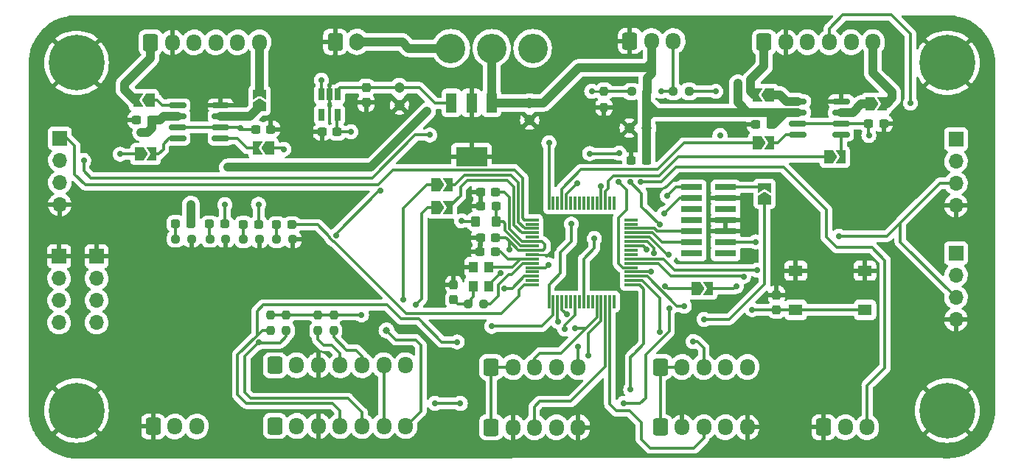
<source format=gbr>
%TF.GenerationSoftware,KiCad,Pcbnew,(6.0.7-1)-1*%
%TF.CreationDate,2022-10-27T12:50:34+02:00*%
%TF.ProjectId,ESE_RuizHerbelinAsfary,4553455f-5275-4697-9a48-657262656c69,rev?*%
%TF.SameCoordinates,Original*%
%TF.FileFunction,Copper,L1,Top*%
%TF.FilePolarity,Positive*%
%FSLAX46Y46*%
G04 Gerber Fmt 4.6, Leading zero omitted, Abs format (unit mm)*
G04 Created by KiCad (PCBNEW (6.0.7-1)-1) date 2022-10-27 12:50:34*
%MOMM*%
%LPD*%
G01*
G04 APERTURE LIST*
G04 Aperture macros list*
%AMRoundRect*
0 Rectangle with rounded corners*
0 $1 Rounding radius*
0 $2 $3 $4 $5 $6 $7 $8 $9 X,Y pos of 4 corners*
0 Add a 4 corners polygon primitive as box body*
4,1,4,$2,$3,$4,$5,$6,$7,$8,$9,$2,$3,0*
0 Add four circle primitives for the rounded corners*
1,1,$1+$1,$2,$3*
1,1,$1+$1,$4,$5*
1,1,$1+$1,$6,$7*
1,1,$1+$1,$8,$9*
0 Add four rect primitives between the rounded corners*
20,1,$1+$1,$2,$3,$4,$5,0*
20,1,$1+$1,$4,$5,$6,$7,0*
20,1,$1+$1,$6,$7,$8,$9,0*
20,1,$1+$1,$8,$9,$2,$3,0*%
%AMFreePoly0*
4,1,6,1.000000,0.000000,0.500000,-0.750000,-0.500000,-0.750000,-0.500000,0.750000,0.500000,0.750000,1.000000,0.000000,1.000000,0.000000,$1*%
%AMFreePoly1*
4,1,6,0.500000,-0.750000,-0.650000,-0.750000,-0.150000,0.000000,-0.650000,0.750000,0.500000,0.750000,0.500000,-0.750000,0.500000,-0.750000,$1*%
G04 Aperture macros list end*
%TA.AperFunction,SMDPad,CuDef*%
%ADD10RoundRect,0.150000X-0.825000X-0.150000X0.825000X-0.150000X0.825000X0.150000X-0.825000X0.150000X0*%
%TD*%
%TA.AperFunction,SMDPad,CuDef*%
%ADD11RoundRect,0.237500X0.250000X0.237500X-0.250000X0.237500X-0.250000X-0.237500X0.250000X-0.237500X0*%
%TD*%
%TA.AperFunction,ComponentPad*%
%ADD12R,1.700000X1.700000*%
%TD*%
%TA.AperFunction,ComponentPad*%
%ADD13O,1.700000X1.700000*%
%TD*%
%TA.AperFunction,SMDPad,CuDef*%
%ADD14FreePoly0,90.000000*%
%TD*%
%TA.AperFunction,SMDPad,CuDef*%
%ADD15FreePoly1,90.000000*%
%TD*%
%TA.AperFunction,ComponentPad*%
%ADD16RoundRect,0.250000X-0.600000X-0.725000X0.600000X-0.725000X0.600000X0.725000X-0.600000X0.725000X0*%
%TD*%
%TA.AperFunction,ComponentPad*%
%ADD17O,1.700000X1.950000*%
%TD*%
%TA.AperFunction,SMDPad,CuDef*%
%ADD18FreePoly0,180.000000*%
%TD*%
%TA.AperFunction,SMDPad,CuDef*%
%ADD19FreePoly1,180.000000*%
%TD*%
%TA.AperFunction,SMDPad,CuDef*%
%ADD20RoundRect,0.237500X-0.250000X-0.237500X0.250000X-0.237500X0.250000X0.237500X-0.250000X0.237500X0*%
%TD*%
%TA.AperFunction,SMDPad,CuDef*%
%ADD21RoundRect,0.237500X-0.237500X0.250000X-0.237500X-0.250000X0.237500X-0.250000X0.237500X0.250000X0*%
%TD*%
%TA.AperFunction,SMDPad,CuDef*%
%ADD22FreePoly0,0.000000*%
%TD*%
%TA.AperFunction,SMDPad,CuDef*%
%ADD23FreePoly1,0.000000*%
%TD*%
%TA.AperFunction,SMDPad,CuDef*%
%ADD24RoundRect,0.237500X-0.287500X-0.237500X0.287500X-0.237500X0.287500X0.237500X-0.287500X0.237500X0*%
%TD*%
%TA.AperFunction,ComponentPad*%
%ADD25C,0.800000*%
%TD*%
%TA.AperFunction,ComponentPad*%
%ADD26C,6.400000*%
%TD*%
%TA.AperFunction,SMDPad,CuDef*%
%ADD27R,1.549400X1.295400*%
%TD*%
%TA.AperFunction,ComponentPad*%
%ADD28RoundRect,0.250000X-0.600000X-0.750000X0.600000X-0.750000X0.600000X0.750000X-0.600000X0.750000X0*%
%TD*%
%TA.AperFunction,ComponentPad*%
%ADD29O,1.700000X2.000000*%
%TD*%
%TA.AperFunction,SMDPad,CuDef*%
%ADD30RoundRect,0.237500X0.237500X-0.300000X0.237500X0.300000X-0.237500X0.300000X-0.237500X-0.300000X0*%
%TD*%
%TA.AperFunction,ComponentPad*%
%ADD31C,1.200000*%
%TD*%
%TA.AperFunction,SMDPad,CuDef*%
%ADD32RoundRect,0.237500X0.300000X0.237500X-0.300000X0.237500X-0.300000X-0.237500X0.300000X-0.237500X0*%
%TD*%
%TA.AperFunction,SMDPad,CuDef*%
%ADD33R,1.000000X1.300000*%
%TD*%
%TA.AperFunction,SMDPad,CuDef*%
%ADD34R,2.400000X0.740000*%
%TD*%
%TA.AperFunction,SMDPad,CuDef*%
%ADD35RoundRect,0.237500X-0.300000X-0.237500X0.300000X-0.237500X0.300000X0.237500X-0.300000X0.237500X0*%
%TD*%
%TA.AperFunction,SMDPad,CuDef*%
%ADD36R,1.219200X2.235200*%
%TD*%
%TA.AperFunction,SMDPad,CuDef*%
%ADD37R,3.600000X2.200000*%
%TD*%
%TA.AperFunction,SMDPad,CuDef*%
%ADD38RoundRect,0.011200X-0.723800X-0.128800X0.723800X-0.128800X0.723800X0.128800X-0.723800X0.128800X0*%
%TD*%
%TA.AperFunction,SMDPad,CuDef*%
%ADD39RoundRect,0.011200X0.128800X-0.723800X0.128800X0.723800X-0.128800X0.723800X-0.128800X-0.723800X0*%
%TD*%
%TA.AperFunction,ComponentPad*%
%ADD40C,3.400000*%
%TD*%
%TA.AperFunction,SMDPad,CuDef*%
%ADD41RoundRect,0.237500X-0.237500X0.300000X-0.237500X-0.300000X0.237500X-0.300000X0.237500X0.300000X0*%
%TD*%
%TA.AperFunction,SMDPad,CuDef*%
%ADD42RoundRect,0.250000X0.275000X0.350000X-0.275000X0.350000X-0.275000X-0.350000X0.275000X-0.350000X0*%
%TD*%
%TA.AperFunction,SMDPad,CuDef*%
%ADD43RoundRect,0.042000X-0.258000X0.638000X-0.258000X-0.638000X0.258000X-0.638000X0.258000X0.638000X0*%
%TD*%
%TA.AperFunction,SMDPad,CuDef*%
%ADD44RoundRect,0.237500X0.237500X-0.250000X0.237500X0.250000X-0.237500X0.250000X-0.237500X-0.250000X0*%
%TD*%
%TA.AperFunction,ViaPad*%
%ADD45C,0.800000*%
%TD*%
%TA.AperFunction,ViaPad*%
%ADD46C,0.700000*%
%TD*%
%TA.AperFunction,Conductor*%
%ADD47C,1.000000*%
%TD*%
%TA.AperFunction,Conductor*%
%ADD48C,0.300000*%
%TD*%
%TA.AperFunction,Conductor*%
%ADD49C,0.250000*%
%TD*%
G04 APERTURE END LIST*
D10*
%TO.P,U501,1,OUT1*%
%TO.N,/Actuator/MotorLFT_M_JP*%
X31595000Y-24880000D03*
%TO.P,U501,2,VM*%
%TO.N,+BATT*%
X31595000Y-26150000D03*
%TO.P,U501,3,VDD*%
%TO.N,+5V*%
X31595000Y-27420000D03*
%TO.P,U501,4,FWD*%
%TO.N,/Actuator/FWD_LeftMotor_PWM_JP*%
X31595000Y-28690000D03*
%TO.P,U501,5,REV*%
%TO.N,/Actuator/REV_LeftMotor_PWM_JP*%
X36545000Y-28690000D03*
%TO.P,U501,6,VREF*%
%TO.N,+5V*%
X36545000Y-27420000D03*
%TO.P,U501,7,OUT2*%
%TO.N,/Actuator/MotorLFT_P_JP*%
X36545000Y-26150000D03*
%TO.P,U501,8,GND*%
%TO.N,GND*%
X36545000Y-24880000D03*
%TD*%
D11*
%TO.P,R501,1*%
%TO.N,+3.3V*%
X90362500Y-23270000D03*
%TO.P,R501,2*%
%TO.N,/Actuator/UART_Servomoteur*%
X88537500Y-23270000D03*
%TD*%
D12*
%TO.P,J102,1,Pin_1*%
%TO.N,+BATT*%
X121000000Y-28780000D03*
D13*
%TO.P,J102,2,Pin_2*%
%TO.N,+5V*%
X121000000Y-31320000D03*
%TO.P,J102,3,Pin_3*%
%TO.N,+3.3V*%
X121000000Y-33860000D03*
%TO.P,J102,4,Pin_4*%
%TO.N,GND*%
X121000000Y-36400000D03*
%TD*%
D14*
%TO.P,JP506,1,A*%
%TO.N,/Actuator/MotorLFT_P_JP*%
X41010000Y-25015000D03*
D15*
%TO.P,JP506,2,B*%
%TO.N,/Actuator/MotorLFT_P*%
X41010000Y-23565000D03*
%TD*%
D16*
%TO.P,J204,1,Pin_1*%
%TO.N,GND*%
X105800000Y-61910000D03*
D17*
%TO.P,J204,2,Pin_2*%
%TO.N,+5V*%
X108300000Y-61910000D03*
%TO.P,J204,3,Pin_3*%
%TO.N,/STM32/Vout2*%
X110800000Y-61910000D03*
%TD*%
D16*
%TO.P,J202,1,Pin_1*%
%TO.N,+3.3V*%
X42780000Y-54780000D03*
D17*
%TO.P,J202,2,Pin_2*%
X45280000Y-54780000D03*
%TO.P,J202,3,Pin_3*%
%TO.N,GND*%
X47780000Y-54780000D03*
%TO.P,J202,4,Pin_4*%
%TO.N,/STM32/SDA2*%
X50280000Y-54780000D03*
%TO.P,J202,5,Pin_5*%
%TO.N,/STM32/SCL2*%
X52780000Y-54780000D03*
%TO.P,J202,6,Pin_6*%
%TO.N,+3.3V*%
X55280000Y-54780000D03*
%TO.P,J202,7,Pin_7*%
%TO.N,/Sensor/GPIO_TOF_2_JP*%
X57780000Y-54780000D03*
%TD*%
D18*
%TO.P,JP505,1,A*%
%TO.N,/Actuator/MotorLFT_M_JP*%
X28465000Y-24275000D03*
D19*
%TO.P,JP505,2,B*%
%TO.N,/Actuator/MotorLFT_M*%
X27015000Y-24275000D03*
%TD*%
D16*
%TO.P,J203,1,Pin_1*%
%TO.N,GND*%
X28790000Y-61825000D03*
D17*
%TO.P,J203,2,Pin_2*%
%TO.N,+5V*%
X31290000Y-61825000D03*
%TO.P,J203,3,Pin_3*%
%TO.N,/STM32/Vout1*%
X33790000Y-61825000D03*
%TD*%
D11*
%TO.P,R308,1*%
%TO.N,+BATT*%
X85562500Y-23290000D03*
%TO.P,R308,2*%
%TO.N,/STM32/POWER_STATUS_ADC*%
X83737500Y-23290000D03*
%TD*%
D20*
%TO.P,R305,1*%
%TO.N,Net-(D302-Pad1)*%
X35297500Y-40270000D03*
%TO.P,R305,2*%
%TO.N,GND*%
X37122500Y-40270000D03*
%TD*%
D16*
%TO.P,J201,1,Pin_1*%
%TO.N,+3.3V*%
X42780000Y-61760000D03*
D17*
%TO.P,J201,2,Pin_2*%
X45280000Y-61760000D03*
%TO.P,J201,3,Pin_3*%
%TO.N,GND*%
X47780000Y-61760000D03*
%TO.P,J201,4,Pin_4*%
%TO.N,/STM32/SDA1*%
X50280000Y-61760000D03*
%TO.P,J201,5,Pin_5*%
%TO.N,/STM32/SCL1*%
X52780000Y-61760000D03*
%TO.P,J201,6,Pin_6*%
%TO.N,+3.3V*%
X55280000Y-61760000D03*
%TO.P,J201,7,Pin_7*%
%TO.N,/Sensor/GPIO_TOF_1_JP*%
X57780000Y-61760000D03*
%TD*%
D21*
%TO.P,R202,1*%
%TO.N,+3.3V*%
X44090000Y-48970000D03*
%TO.P,R202,2*%
%TO.N,/STM32/SCL1*%
X44090000Y-50795000D03*
%TD*%
D10*
%TO.P,U502,1,OUT1*%
%TO.N,/Actuator/MotorRGT_M_JP*%
X102855000Y-24435000D03*
%TO.P,U502,2,VM*%
%TO.N,+BATT*%
X102855000Y-25705000D03*
%TO.P,U502,3,VDD*%
%TO.N,+5V*%
X102855000Y-26975000D03*
%TO.P,U502,4,FWD*%
%TO.N,/Actuator/FWD_RightMotor_PWM_JP*%
X102855000Y-28245000D03*
%TO.P,U502,5,REV*%
%TO.N,/Actuator/REV_RightMotor_PWM_JP*%
X107805000Y-28245000D03*
%TO.P,U502,6,VREF*%
%TO.N,+5V*%
X107805000Y-26975000D03*
%TO.P,U502,7,OUT2*%
%TO.N,/Actuator/MotorRGT_P_JP*%
X107805000Y-25705000D03*
%TO.P,U502,8,GND*%
%TO.N,GND*%
X107805000Y-24435000D03*
%TD*%
D20*
%TO.P,R304,1*%
%TO.N,Net-(D301-Pad1)*%
X31377500Y-40250000D03*
%TO.P,R304,2*%
%TO.N,GND*%
X33202500Y-40250000D03*
%TD*%
D18*
%TO.P,JP502,1,A*%
%TO.N,/Actuator/REV_LeftMotor_PWM*%
X42190000Y-29810000D03*
D19*
%TO.P,JP502,2,B*%
%TO.N,/Actuator/REV_LeftMotor_PWM_JP*%
X40740000Y-29810000D03*
%TD*%
D22*
%TO.P,JP202,1,A*%
%TO.N,/Sensor/GPIO_TOF_2_JP*%
X61225000Y-36670000D03*
D23*
%TO.P,JP202,2,B*%
%TO.N,/Sensor/GPIO_TOF_2*%
X62675000Y-36670000D03*
%TD*%
D21*
%TO.P,R205,1*%
%TO.N,+3.3V*%
X49520000Y-48980000D03*
%TO.P,R205,2*%
%TO.N,/STM32/SCL2*%
X49520000Y-50805000D03*
%TD*%
D16*
%TO.P,J207,1,Pin_1*%
%TO.N,+5V*%
X87030000Y-61910000D03*
D17*
%TO.P,J207,2,Pin_2*%
%TO.N,GND*%
X89530000Y-61910000D03*
%TO.P,J207,3,Pin_3*%
%TO.N,/STM32/OE2*%
X92030000Y-61910000D03*
%TO.P,J207,4,Pin_4*%
%TO.N,/STM32/LED2*%
X94530000Y-61910000D03*
%TO.P,J207,5,Pin_5*%
%TO.N,GND*%
X97030000Y-61910000D03*
%TD*%
D16*
%TO.P,J503,1,Pin_1*%
%TO.N,GND*%
X83550000Y-17490000D03*
D17*
%TO.P,J503,2,Pin_2*%
%TO.N,+BATT*%
X86050000Y-17490000D03*
%TO.P,J503,3,Pin_3*%
%TO.N,/Actuator/UART_Servomoteur*%
X88550000Y-17490000D03*
%TD*%
D22*
%TO.P,JP501,1,A*%
%TO.N,/Actuator/FWD_LeftMotor_PWM*%
X27185000Y-30490000D03*
D23*
%TO.P,JP501,2,B*%
%TO.N,/Actuator/FWD_LeftMotor_PWM_JP*%
X28635000Y-30490000D03*
%TD*%
D21*
%TO.P,R309,1*%
%TO.N,/STM32/POWER_STATUS_ADC*%
X80570000Y-23270000D03*
%TO.P,R309,2*%
%TO.N,GND*%
X80570000Y-25095000D03*
%TD*%
D18*
%TO.P,JP507,1,A*%
%TO.N,/Actuator/MotorRGT_M_JP*%
X99635000Y-23660000D03*
D19*
%TO.P,JP507,2,B*%
%TO.N,/Actuator/MotorRGT_M*%
X98185000Y-23660000D03*
%TD*%
D24*
%TO.P,D304,1,K*%
%TO.N,Net-(D304-Pad1)*%
X42992500Y-38630000D03*
%TO.P,D304,2,A*%
%TO.N,/STM32/POWER_STATUS_LED*%
X44742500Y-38630000D03*
%TD*%
D25*
%TO.P,H103,1,1*%
%TO.N,GND*%
X118302944Y-61697056D03*
X120000000Y-62400000D03*
X120000000Y-57600000D03*
X121697056Y-61697056D03*
X117600000Y-60000000D03*
X122400000Y-60000000D03*
X121697056Y-58302944D03*
D26*
X120000000Y-60000000D03*
D25*
X118302944Y-58302944D03*
%TD*%
D27*
%TO.P,SW301,1,1*%
%TO.N,GND*%
X102605000Y-43910000D03*
%TO.P,SW301,2,2*%
X110555000Y-43910000D03*
%TO.P,SW301,3,K*%
%TO.N,/STM32/NRST*%
X102605000Y-48410000D03*
%TO.P,SW301,4,A*%
X110555000Y-48410000D03*
%TD*%
D28*
%TO.P,J401,1,Pin_1*%
%TO.N,GND*%
X49690000Y-17570000D03*
D29*
%TO.P,J401,2,Pin_2*%
%TO.N,/Power_Supply/Alim*%
X52190000Y-17570000D03*
%TD*%
D30*
%TO.P,C307,1*%
%TO.N,/STM32/OSCILLO_OUT_R*%
X63320000Y-47232500D03*
%TO.P,C307,2*%
%TO.N,GND*%
X63320000Y-45507500D03*
%TD*%
D12*
%TO.P,J105,1,Pin_1*%
%TO.N,+BATT*%
X121000000Y-41900000D03*
D13*
%TO.P,J105,2,Pin_2*%
%TO.N,+5V*%
X121000000Y-44440000D03*
%TO.P,J105,3,Pin_3*%
%TO.N,+3.3V*%
X121000000Y-46980000D03*
%TO.P,J105,4,Pin_4*%
%TO.N,GND*%
X121000000Y-49520000D03*
%TD*%
D31*
%TO.P,C402,1*%
%TO.N,+5V*%
X57070000Y-22850000D03*
%TO.P,C402,2*%
%TO.N,GND*%
X57070000Y-24850000D03*
%TD*%
D22*
%TO.P,JP504,1,A*%
%TO.N,/Actuator/REV_RightMotor_PWM*%
X106360000Y-30820000D03*
D23*
%TO.P,JP504,2,B*%
%TO.N,/Actuator/REV_RightMotor_PWM_JP*%
X107810000Y-30820000D03*
%TD*%
D31*
%TO.P,C401,1*%
%TO.N,+BATT*%
X72040000Y-24590000D03*
%TO.P,C401,2*%
%TO.N,GND*%
X72040000Y-26590000D03*
%TD*%
D32*
%TO.P,C303,1*%
%TO.N,/STM32/VREF*%
X68150000Y-36480000D03*
%TO.P,C303,2*%
%TO.N,GND*%
X66425000Y-36480000D03*
%TD*%
D33*
%TO.P,Y301,1,1*%
%TO.N,GND*%
X65560000Y-43470000D03*
%TO.P,Y301,2,2*%
%TO.N,/STM32/OSCILLO_OUT_R*%
X65560000Y-45670000D03*
%TO.P,Y301,3,3*%
%TO.N,GND*%
X67360000Y-45670000D03*
%TO.P,Y301,4,4*%
%TO.N,/STM32/OSCILLO_IN*%
X67360000Y-43470000D03*
%TD*%
D30*
%TO.P,C305,1*%
%TO.N,/STM32/NRST*%
X100380000Y-48402500D03*
%TO.P,C305,2*%
%TO.N,GND*%
X100380000Y-46677500D03*
%TD*%
D22*
%TO.P,JP201,1,A*%
%TO.N,/Sensor/GPIO_TOF_1_JP*%
X61265000Y-34020000D03*
D23*
%TO.P,JP201,2,B*%
%TO.N,/Sensor/GPIO_TOF_1*%
X62715000Y-34020000D03*
%TD*%
D22*
%TO.P,JP503,1,A*%
%TO.N,/Actuator/FWD_RightMotor_PWM*%
X98135000Y-29220000D03*
D23*
%TO.P,JP503,2,B*%
%TO.N,/Actuator/FWD_RightMotor_PWM_JP*%
X99585000Y-29220000D03*
%TD*%
D31*
%TO.P,C505,1*%
%TO.N,GND*%
X83480000Y-27500000D03*
%TO.P,C505,2*%
%TO.N,+BATT*%
X85480000Y-27500000D03*
%TD*%
D32*
%TO.P,C302,1*%
%TO.N,+3.3V*%
X68142500Y-34840000D03*
%TO.P,C302,2*%
%TO.N,GND*%
X66417500Y-34840000D03*
%TD*%
D34*
%TO.P,J301,1,Pin_1*%
%TO.N,unconnected-(J301-Pad1)*%
X94540000Y-41920000D03*
%TO.P,J301,2,Pin_2*%
%TO.N,unconnected-(J301-Pad2)*%
X90640000Y-41920000D03*
%TO.P,J301,3,Pin_3*%
%TO.N,+3.3V*%
X94540000Y-40650000D03*
%TO.P,J301,4,Pin_4*%
%TO.N,/STM32/SWDIO*%
X90640000Y-40650000D03*
%TO.P,J301,5,Pin_5*%
%TO.N,GND*%
X94540000Y-39380000D03*
%TO.P,J301,6,Pin_6*%
%TO.N,/STM32/SWCLK*%
X90640000Y-39380000D03*
%TO.P,J301,7,Pin_7*%
%TO.N,GND*%
X94540000Y-38110000D03*
%TO.P,J301,8,Pin_8*%
%TO.N,unconnected-(J301-Pad8)*%
X90640000Y-38110000D03*
%TO.P,J301,9,Pin_9*%
%TO.N,unconnected-(J301-Pad9)*%
X94540000Y-36840000D03*
%TO.P,J301,10,Pin_10*%
%TO.N,unconnected-(J301-Pad10)*%
X90640000Y-36840000D03*
%TO.P,J301,11,Pin_11*%
%TO.N,GND*%
X94540000Y-35570000D03*
%TO.P,J301,12,Pin_12*%
%TO.N,/STM32/NRST*%
X90640000Y-35570000D03*
%TO.P,J301,13,Pin_13*%
%TO.N,/STM32/VCP_RX_JP*%
X94540000Y-34300000D03*
%TO.P,J301,14,Pin_14*%
%TO.N,/STM32/VCP_TX_JP*%
X90640000Y-34300000D03*
%TD*%
D16*
%TO.P,J205,1,Pin_1*%
%TO.N,+5V*%
X67620000Y-61920000D03*
D17*
%TO.P,J205,2,Pin_2*%
%TO.N,GND*%
X70120000Y-61920000D03*
%TO.P,J205,3,Pin_3*%
%TO.N,/STM32/OE1*%
X72620000Y-61920000D03*
%TO.P,J205,4,Pin_4*%
%TO.N,/STM32/LED1*%
X75120000Y-61920000D03*
%TO.P,J205,5,Pin_5*%
%TO.N,GND*%
X77620000Y-61920000D03*
%TD*%
D25*
%TO.P,H102,1,1*%
%TO.N,GND*%
X118302944Y-21697056D03*
X118302944Y-18302944D03*
X120000000Y-22400000D03*
X120000000Y-17600000D03*
D26*
X120000000Y-20000000D03*
D25*
X121697056Y-21697056D03*
X122400000Y-20000000D03*
X121697056Y-18302944D03*
X117600000Y-20000000D03*
%TD*%
D32*
%TO.P,C404,1*%
%TO.N,+3.3V*%
X49932500Y-27930000D03*
%TO.P,C404,2*%
%TO.N,GND*%
X48207500Y-27930000D03*
%TD*%
D25*
%TO.P,H104,1,1*%
%TO.N,GND*%
X20000000Y-62400000D03*
D26*
X20000000Y-60000000D03*
D25*
X21697056Y-58302944D03*
X22400000Y-60000000D03*
X21697056Y-61697056D03*
X18302944Y-61697056D03*
X20000000Y-57600000D03*
X17600000Y-60000000D03*
X18302944Y-58302944D03*
%TD*%
D35*
%TO.P,C502,1*%
%TO.N,+5V*%
X110957500Y-26970000D03*
%TO.P,C502,2*%
%TO.N,GND*%
X112682500Y-26970000D03*
%TD*%
D32*
%TO.P,C504,1*%
%TO.N,+BATT*%
X99742500Y-27070000D03*
%TO.P,C504,2*%
%TO.N,GND*%
X98017500Y-27070000D03*
%TD*%
%TO.P,C304,1*%
%TO.N,+3.3V*%
X68100000Y-40110000D03*
%TO.P,C304,2*%
%TO.N,GND*%
X66375000Y-40110000D03*
%TD*%
D36*
%TO.P,U401,1,VIN_INPUT*%
%TO.N,+BATT*%
X67671400Y-24591200D03*
%TO.P,U401,2,GND*%
%TO.N,GND*%
X65360000Y-24591200D03*
%TO.P,U401,3,VOUT_OUTPUT*%
%TO.N,+5V*%
X63048600Y-24591200D03*
D37*
%TO.P,U401,4,GND*%
%TO.N,GND*%
X65360000Y-30789000D03*
%TD*%
D38*
%TO.P,U301,1,PC11*%
%TO.N,/UART_Rx*%
X72330000Y-38050000D03*
%TO.P,U301,2,PC12*%
%TO.N,/STM32/PC12*%
X72330000Y-38550000D03*
%TO.P,U301,3,PC13*%
%TO.N,/Sensor/GPIO_TOF_1*%
X72330000Y-39050000D03*
%TO.P,U301,4,PC14-OSC32_IN*%
%TO.N,/Sensor/GPIO_TOF_2*%
X72330000Y-39550000D03*
%TO.P,U301,5,PC15-OSC32_OUT*%
%TO.N,/STM32/PC15*%
X72330000Y-40050000D03*
%TO.P,U301,6,VBAT*%
%TO.N,+3.3V*%
X72330000Y-40550000D03*
%TO.P,U301,7,VREF+*%
%TO.N,/STM32/VREF*%
X72330000Y-41050000D03*
%TO.P,U301,8,VDD/VDDA*%
%TO.N,+3.3V*%
X72330000Y-41550000D03*
%TO.P,U301,9,VSS/VSSA*%
%TO.N,GND*%
X72330000Y-42050000D03*
%TO.P,U301,10,PF0-OSC_IN*%
%TO.N,/STM32/OSCILLO_IN*%
X72330000Y-42550000D03*
%TO.P,U301,11,PF1-OSC_OUT*%
%TO.N,/STM32/OSCILLO_OUT*%
X72330000Y-43050000D03*
%TO.P,U301,12,NRST*%
%TO.N,/STM32/NRST*%
X72330000Y-43550000D03*
%TO.P,U301,13,PC0*%
%TO.N,/STM32/PC0*%
X72330000Y-44050000D03*
%TO.P,U301,14,PC1*%
%TO.N,/Actuator/FWD_LeftMotor_PWM*%
X72330000Y-44550000D03*
%TO.P,U301,15,PC2*%
%TO.N,/STM32/PC2*%
X72330000Y-45050000D03*
%TO.P,U301,16,PC3*%
%TO.N,/STM32/POWER_STATUS_LED*%
X72330000Y-45550000D03*
D39*
%TO.P,U301,17,PA0*%
%TO.N,/STM32/POWER_STATUS_ADC*%
X74250000Y-47470000D03*
%TO.P,U301,18,PA1*%
%TO.N,/Actuator/REV_LeftMotor_PWM*%
X74750000Y-47470000D03*
%TO.P,U301,19,PA2*%
%TO.N,/STM32/VCP_TX*%
X75250000Y-47470000D03*
%TO.P,U301,20,PA3*%
%TO.N,/STM32/VCP_RX*%
X75750000Y-47470000D03*
%TO.P,U301,21,PA4*%
%TO.N,/STM32/PA4*%
X76250000Y-47470000D03*
%TO.P,U301,22,PA5*%
%TO.N,/STM32/PA5*%
X76750000Y-47470000D03*
%TO.P,U301,23,PA6*%
%TO.N,/STM32/Out*%
X77250000Y-47470000D03*
%TO.P,U301,24,PA7*%
%TO.N,/STM32/PA7*%
X77750000Y-47470000D03*
%TO.P,U301,25,PC4*%
%TO.N,/Actuator/UART_Servomoteur*%
X78250000Y-47470000D03*
%TO.P,U301,26,PC5*%
%TO.N,/STM32/PC5*%
X78750000Y-47470000D03*
%TO.P,U301,27,PB0*%
%TO.N,/STM32/PB0*%
X79250000Y-47470000D03*
%TO.P,U301,28,PB1*%
%TO.N,/STM32/S2*%
X79750000Y-47470000D03*
%TO.P,U301,29,PB2*%
%TO.N,/STM32/S3*%
X80250000Y-47470000D03*
%TO.P,U301,30,PB10*%
%TO.N,/STM32/OE1*%
X80750000Y-47470000D03*
%TO.P,U301,31,PB11*%
%TO.N,/STM32/OE2*%
X81250000Y-47470000D03*
%TO.P,U301,32,PB12*%
%TO.N,/STM32/PB12*%
X81750000Y-47470000D03*
D38*
%TO.P,U301,33,PB13*%
%TO.N,/STM32/LED1*%
X83670000Y-45550000D03*
%TO.P,U301,34,PB14*%
%TO.N,/STM32/LED2*%
X83670000Y-45050000D03*
%TO.P,U301,35,PB15*%
%TO.N,/STM32/Vout1*%
X83670000Y-44550000D03*
%TO.P,U301,36,PA8*%
%TO.N,/Actuator/EncoderA_Left*%
X83670000Y-44050000D03*
%TO.P,U301,37,PA9*%
%TO.N,/Actuator/EncoderB_Left*%
X83670000Y-43550000D03*
%TO.P,U301,38,PC6*%
%TO.N,/Actuator/EncoderA_Right*%
X83670000Y-43050000D03*
%TO.P,U301,39,PC7*%
%TO.N,/Actuator/EncoderB_Right*%
X83670000Y-42550000D03*
%TO.P,U301,40,PD8*%
%TO.N,/STM32/PD8*%
X83670000Y-42050000D03*
%TO.P,U301,41,PD9*%
%TO.N,/STM32/PD9*%
X83670000Y-41550000D03*
%TO.P,U301,42,PA10*%
%TO.N,/STM32/SDA1*%
X83670000Y-41050000D03*
%TO.P,U301,43,PA11[PA9]*%
%TO.N,/STM32/SCL2*%
X83670000Y-40550000D03*
%TO.P,U301,44,PA12[PA10]*%
%TO.N,/STM32/SDA2*%
X83670000Y-40050000D03*
%TO.P,U301,45,PA13*%
%TO.N,/STM32/SWDIO*%
X83670000Y-39550000D03*
%TO.P,U301,46,PA14-BOOT0*%
%TO.N,/STM32/SWCLK*%
X83670000Y-39050000D03*
%TO.P,U301,47,PA15*%
%TO.N,/STM32/PA15*%
X83670000Y-38550000D03*
%TO.P,U301,48,PC8*%
%TO.N,/STM32/PC8*%
X83670000Y-38050000D03*
D39*
%TO.P,U301,49,PC9*%
%TO.N,/STM32/PC9*%
X81750000Y-36130000D03*
%TO.P,U301,50,PD0*%
%TO.N,/STM32/PD0*%
X81250000Y-36130000D03*
%TO.P,U301,51,PD1*%
%TO.N,/Actuator/REV_RightMotor_PWM*%
X80750000Y-36130000D03*
%TO.P,U301,52,PD2*%
%TO.N,/STM32/Vout2*%
X80250000Y-36130000D03*
%TO.P,U301,53,PD3*%
%TO.N,/STM32/PD3*%
X79750000Y-36130000D03*
%TO.P,U301,54,PD4*%
%TO.N,/STM32/PD4*%
X79250000Y-36130000D03*
%TO.P,U301,55,PD5*%
%TO.N,/STM32/PD5*%
X78750000Y-36130000D03*
%TO.P,U301,56,PD6*%
%TO.N,/STM32/PD6*%
X78250000Y-36130000D03*
%TO.P,U301,57,PB3*%
%TO.N,/STM32/PB3*%
X77750000Y-36130000D03*
%TO.P,U301,58,PB4*%
%TO.N,/STM32/PB4*%
X77250000Y-36130000D03*
%TO.P,U301,59,PB5*%
%TO.N,/STM32/PB5*%
X76750000Y-36130000D03*
%TO.P,U301,60,PB6*%
%TO.N,/STM32/SCL1*%
X76250000Y-36130000D03*
%TO.P,U301,61,PB7*%
%TO.N,/Actuator/FWD_RightMotor_PWM*%
X75750000Y-36130000D03*
%TO.P,U301,62,PB8*%
%TO.N,/STM32/PB8*%
X75250000Y-36130000D03*
%TO.P,U301,63,PB9*%
%TO.N,/STM32/PB9*%
X74750000Y-36130000D03*
%TO.P,U301,64,PC10*%
%TO.N,/UART_Tx*%
X74250000Y-36130000D03*
%TD*%
D12*
%TO.P,J103,1,Pin_1*%
%TO.N,/UART_Rx*%
X18080000Y-28680000D03*
D13*
%TO.P,J103,2,Pin_2*%
%TO.N,/UART_Tx*%
X18080000Y-31220000D03*
%TO.P,J103,3,Pin_3*%
%TO.N,+3.3V*%
X18080000Y-33760000D03*
%TO.P,J103,4,Pin_4*%
%TO.N,GND*%
X18080000Y-36300000D03*
%TD*%
D20*
%TO.P,R303,1*%
%TO.N,/STM32/OSCILLO_OUT_R*%
X64965000Y-47740000D03*
%TO.P,R303,2*%
%TO.N,/STM32/OSCILLO_OUT*%
X66790000Y-47740000D03*
%TD*%
D40*
%TO.P,S401,1,1*%
%TO.N,/Power_Supply/Alim*%
X62980000Y-18320000D03*
%TO.P,S401,2,2*%
%TO.N,+BATT*%
X67680000Y-18320000D03*
%TO.P,S401,3,3*%
%TO.N,unconnected-(S401-Pad3)*%
X72380000Y-18320000D03*
%TD*%
D16*
%TO.P,J206,1,Pin_1*%
%TO.N,+5V*%
X67620000Y-54995000D03*
D17*
%TO.P,J206,2,Pin_2*%
X70120000Y-54995000D03*
%TO.P,J206,3,Pin_3*%
%TO.N,/STM32/S2*%
X72620000Y-54995000D03*
%TO.P,J206,4,Pin_4*%
%TO.N,/STM32/S3*%
X75120000Y-54995000D03*
%TO.P,J206,5,Pin_5*%
%TO.N,/STM32/Out*%
X77620000Y-54995000D03*
%TD*%
D32*
%TO.P,C306,1*%
%TO.N,/STM32/OSCILLO_IN*%
X68092500Y-41700000D03*
%TO.P,C306,2*%
%TO.N,GND*%
X66367500Y-41700000D03*
%TD*%
D16*
%TO.P,J208,1,Pin_1*%
%TO.N,+5V*%
X87030000Y-54980000D03*
D17*
%TO.P,J208,2,Pin_2*%
X89530000Y-54980000D03*
%TO.P,J208,3,Pin_3*%
%TO.N,/STM32/S2*%
X92030000Y-54980000D03*
%TO.P,J208,4,Pin_4*%
%TO.N,/STM32/S3*%
X94530000Y-54980000D03*
%TO.P,J208,5,Pin_5*%
%TO.N,/STM32/Out*%
X97030000Y-54980000D03*
%TD*%
D41*
%TO.P,C403,1*%
%TO.N,+5V*%
X53250000Y-22850000D03*
%TO.P,C403,2*%
%TO.N,GND*%
X53250000Y-24575000D03*
%TD*%
D35*
%TO.P,C501,1*%
%TO.N,+5V*%
X40587500Y-27640000D03*
%TO.P,C501,2*%
%TO.N,GND*%
X42312500Y-27640000D03*
%TD*%
D12*
%TO.P,J104,1,Pin_1*%
%TO.N,GND*%
X22300000Y-42250000D03*
D13*
%TO.P,J104,2,Pin_2*%
%TO.N,+5V*%
X22300000Y-44790000D03*
%TO.P,J104,3,Pin_3*%
%TO.N,SDA*%
X22300000Y-47330000D03*
%TO.P,J104,4,Pin_4*%
%TO.N,SCL*%
X22300000Y-49870000D03*
%TD*%
D20*
%TO.P,R307,1*%
%TO.N,Net-(D304-Pad1)*%
X42997500Y-40320000D03*
%TO.P,R307,2*%
%TO.N,GND*%
X44822500Y-40320000D03*
%TD*%
D14*
%TO.P,JP303,1,A*%
%TO.N,/STM32/VCP_RX*%
X99010000Y-35770000D03*
D15*
%TO.P,JP303,2,B*%
%TO.N,/STM32/VCP_RX_JP*%
X99010000Y-34320000D03*
%TD*%
D16*
%TO.P,J501,1,Pin_1*%
%TO.N,/Actuator/MotorLFT_M*%
X28500000Y-17640000D03*
D17*
%TO.P,J501,2,Pin_2*%
%TO.N,GND*%
X31000000Y-17640000D03*
%TO.P,J501,3,Pin_3*%
%TO.N,/Actuator/EncoderA_Left*%
X33500000Y-17640000D03*
%TO.P,J501,4,Pin_4*%
%TO.N,/Actuator/EncoderB_Left*%
X36000000Y-17640000D03*
%TO.P,J501,5,Pin_5*%
%TO.N,+5V*%
X38500000Y-17640000D03*
%TO.P,J501,6,Pin_6*%
%TO.N,/Actuator/MotorLFT_P*%
X41000000Y-17640000D03*
%TD*%
D35*
%TO.P,C506,2*%
%TO.N,+BATT*%
X85444500Y-31242000D03*
%TO.P,C506,1*%
%TO.N,GND*%
X83719500Y-31242000D03*
%TD*%
D25*
%TO.P,H101,1,1*%
%TO.N,GND*%
X20000000Y-17600000D03*
D26*
X20000000Y-20000000D03*
D25*
X17600000Y-20000000D03*
X21697056Y-18302944D03*
X18302944Y-18302944D03*
X22400000Y-20000000D03*
X20000000Y-22400000D03*
X18302944Y-21697056D03*
X21697056Y-21697056D03*
%TD*%
D24*
%TO.P,D301,1,K*%
%TO.N,Net-(D301-Pad1)*%
X31392500Y-38500000D03*
%TO.P,D301,2,A*%
%TO.N,+BATT*%
X33142500Y-38500000D03*
%TD*%
D20*
%TO.P,R306,1*%
%TO.N,Net-(D303-Pad1)*%
X39167500Y-40290000D03*
%TO.P,R306,2*%
%TO.N,GND*%
X40992500Y-40290000D03*
%TD*%
D12*
%TO.P,J101,1,Pin_1*%
%TO.N,GND*%
X18000000Y-42250000D03*
D13*
%TO.P,J101,2,Pin_2*%
%TO.N,+5V*%
X18000000Y-44790000D03*
%TO.P,J101,3,Pin_3*%
%TO.N,SDA*%
X18000000Y-47330000D03*
%TO.P,J101,4,Pin_4*%
%TO.N,SCL*%
X18000000Y-49870000D03*
%TD*%
D16*
%TO.P,J502,1,Pin_1*%
%TO.N,/Actuator/MotorRGT_M*%
X98960000Y-17620000D03*
D17*
%TO.P,J502,2,Pin_2*%
%TO.N,GND*%
X101460000Y-17620000D03*
%TO.P,J502,3,Pin_3*%
%TO.N,/Actuator/EncoderA_Right*%
X103960000Y-17620000D03*
%TO.P,J502,4,Pin_4*%
%TO.N,/Actuator/EncoderB_Right*%
X106460000Y-17620000D03*
%TO.P,J502,5,Pin_5*%
%TO.N,+5V*%
X108960000Y-17620000D03*
%TO.P,J502,6,Pin_6*%
%TO.N,/Actuator/MotorRGT_P*%
X111460000Y-17620000D03*
%TD*%
D42*
%TO.P,L301,1*%
%TO.N,/STM32/VREF*%
X68150000Y-38260000D03*
%TO.P,L301,2*%
%TO.N,+3.3V*%
X65850000Y-38260000D03*
%TD*%
D22*
%TO.P,JP304,1,A*%
%TO.N,/STM32/VCP_TX*%
X91145000Y-45990000D03*
D23*
%TO.P,JP304,2,B*%
%TO.N,/STM32/VCP_TX_JP*%
X92595000Y-45990000D03*
%TD*%
D24*
%TO.P,D302,1,K*%
%TO.N,Net-(D302-Pad1)*%
X35277500Y-38540000D03*
%TO.P,D302,2,A*%
%TO.N,+5V*%
X37027500Y-38540000D03*
%TD*%
D22*
%TO.P,JP508,1,A*%
%TO.N,/Actuator/MotorRGT_P_JP*%
X111105000Y-24700000D03*
D23*
%TO.P,JP508,2,B*%
%TO.N,/Actuator/MotorRGT_P*%
X112555000Y-24700000D03*
%TD*%
D43*
%TO.P,U402,1,VIN*%
%TO.N,+5V*%
X50010000Y-23645000D03*
%TO.P,U402,2,GND*%
%TO.N,GND*%
X49060000Y-23645000D03*
%TO.P,U402,3,EN*%
%TO.N,+5V*%
X48110000Y-23645000D03*
%TO.P,U402,4,NC*%
%TO.N,unconnected-(U402-Pad4)*%
X48110000Y-25995000D03*
%TO.P,U402,5,OUTPUT*%
%TO.N,+3.3V*%
X50010000Y-25995000D03*
%TD*%
D24*
%TO.P,D303,1,K*%
%TO.N,Net-(D303-Pad1)*%
X39165000Y-38590000D03*
%TO.P,D303,2,A*%
%TO.N,+3.3V*%
X40915000Y-38590000D03*
%TD*%
D44*
%TO.P,R204,1*%
%TO.N,/STM32/SDA2*%
X47720000Y-50795000D03*
%TO.P,R204,2*%
%TO.N,+3.3V*%
X47720000Y-48970000D03*
%TD*%
%TO.P,R201,1*%
%TO.N,/STM32/SDA1*%
X42300000Y-50795000D03*
%TO.P,R201,2*%
%TO.N,+3.3V*%
X42300000Y-48970000D03*
%TD*%
D32*
%TO.P,C503,1*%
%TO.N,+BATT*%
X28622500Y-26555000D03*
%TO.P,C503,2*%
%TO.N,GND*%
X26897500Y-26555000D03*
%TD*%
D45*
%TO.N,GND*%
X64430000Y-36460000D03*
D46*
%TO.N,+3.3V*%
X93890000Y-28340000D03*
X51520000Y-27930000D03*
X69680000Y-41480000D03*
X40890000Y-36270000D03*
X52730000Y-48970000D03*
X64190000Y-38160000D03*
X97990000Y-40580000D03*
X107540000Y-39940000D03*
X93410000Y-23280000D03*
%TO.N,GND*%
X74826944Y-41396944D03*
X96630000Y-27090000D03*
X43730000Y-27640000D03*
X76030000Y-18090000D03*
X68700000Y-44169500D03*
X107830000Y-23389500D03*
X64130000Y-43470000D03*
%TO.N,/STM32/NRST*%
X87480000Y-37350000D03*
X74200000Y-43210000D03*
X97600000Y-48380000D03*
%TO.N,+BATT*%
X37340000Y-31980500D03*
X27400000Y-28000000D03*
X33180000Y-36230000D03*
X95930000Y-22340000D03*
X60270000Y-25550000D03*
%TO.N,+5V*%
X110990000Y-28350000D03*
X37030000Y-36290000D03*
X48110000Y-21990000D03*
X38800000Y-27530000D03*
%TO.N,/UART_Tx*%
X74250000Y-29190000D03*
X60550000Y-28300000D03*
X20820000Y-31230000D03*
%TO.N,/STM32/SDA1*%
X85500000Y-41460000D03*
X63720000Y-52100000D03*
%TO.N,/STM32/SCL1*%
X40924622Y-52174622D03*
X49780000Y-39820000D03*
X77500000Y-33830000D03*
X54880000Y-34710000D03*
%TO.N,/STM32/SDA2*%
X61160000Y-59160000D03*
X64080000Y-59170000D03*
X88010000Y-42030000D03*
X82850000Y-59170000D03*
X88060000Y-48220000D03*
%TO.N,/STM32/SCL2*%
X86330000Y-41850500D03*
%TO.N,/STM32/Vout1*%
X89800000Y-48010000D03*
%TO.N,/STM32/Vout2*%
X84810000Y-33679500D03*
X80230000Y-34210000D03*
%TO.N,/Actuator/EncoderA_Left*%
X87010000Y-38620000D03*
X83570000Y-33679500D03*
X82330000Y-30390000D03*
X85990000Y-44040000D03*
X78920000Y-30420000D03*
%TO.N,/Actuator/EncoderB_Left*%
X82270000Y-33700000D03*
%TO.N,/Actuator/EncoderA_Right*%
X96600000Y-44559500D03*
%TO.N,/Actuator/EncoderB_Right*%
X115770000Y-24640000D03*
X98200000Y-43850000D03*
%TO.N,/STM32/VCP_RX*%
X92050000Y-49500000D03*
X76300378Y-48930378D03*
%TO.N,/STM32/VCP_TX*%
X75290000Y-49750000D03*
X87614647Y-45665353D03*
%TO.N,/Actuator/FWD_LeftMotor_PWM*%
X69120500Y-45950000D03*
X25000000Y-30500000D03*
%TO.N,/Actuator/REV_LeftMotor_PWM*%
X43810000Y-29930000D03*
X67680000Y-50310000D03*
%TO.N,/STM32/POWER_STATUS_ADC*%
X79160000Y-23270000D03*
X76830000Y-38540000D03*
%TO.N,/Actuator/UART_Servomoteur*%
X87120000Y-23280000D03*
X79470000Y-40200000D03*
%TO.N,/STM32/S2*%
X77240000Y-50540000D03*
X90830000Y-52060500D03*
%TO.N,/STM32/S3*%
X78790000Y-53640000D03*
%TO.N,/STM32/LED1*%
X83640000Y-57590000D03*
%TO.N,/STM32/LED2*%
X87000000Y-50960000D03*
%TO.N,/Sensor/GPIO_TOF_1_JP*%
X57530000Y-47230000D03*
D45*
X55590000Y-50770000D03*
D46*
%TO.N,/STM32/Out*%
X76060000Y-50600000D03*
X77620000Y-52630000D03*
%TO.N,/STM32/VCP_TX_JP*%
X95790000Y-45690000D03*
X87860000Y-35310000D03*
%TO.N,/Sensor/GPIO_TOF_2_JP*%
X58960000Y-47820000D03*
%TD*%
D47*
%TO.N,+BATT*%
X85444500Y-31214500D02*
X85444500Y-27535500D01*
X85444500Y-27535500D02*
X85480000Y-27500000D01*
D48*
%TO.N,+3.3V*%
X40890000Y-36270000D02*
X40915000Y-36295000D01*
X49932500Y-27930000D02*
X51520000Y-27930000D01*
X64290000Y-38260000D02*
X64190000Y-38160000D01*
X73470000Y-40550000D02*
X73810000Y-40890000D01*
X70765788Y-41550000D02*
X72330000Y-41550000D01*
X65850000Y-38260000D02*
X64290000Y-38260000D01*
X69325787Y-40110000D02*
X69677894Y-40462106D01*
X69677894Y-40462106D02*
X70765788Y-41550000D01*
X44090000Y-48970000D02*
X45890000Y-48970000D01*
X114605000Y-38385000D02*
X119130000Y-33860000D01*
X93400000Y-23270000D02*
X90362500Y-23270000D01*
X71180000Y-40550000D02*
X69730000Y-39100000D01*
X69680000Y-40464212D02*
X69677894Y-40462106D01*
X49932500Y-27930000D02*
X49932500Y-26072500D01*
X107540000Y-39940000D02*
X113050000Y-39940000D01*
X121000000Y-46980000D02*
X114605000Y-40585000D01*
X73560000Y-41550000D02*
X73570000Y-41560000D01*
D49*
X49530000Y-48970000D02*
X49520000Y-48980000D01*
D48*
X93410000Y-23280000D02*
X93400000Y-23270000D01*
X72330000Y-40550000D02*
X71180000Y-40550000D01*
X51230000Y-48970000D02*
X52730000Y-48970000D01*
X73810000Y-40890000D02*
X73810000Y-41320000D01*
X69730000Y-39100000D02*
X69730000Y-35440000D01*
X69730000Y-35440000D02*
X69130000Y-34840000D01*
X73810000Y-41320000D02*
X73570000Y-41560000D01*
X113050000Y-39940000D02*
X114605000Y-38385000D01*
X47720000Y-48970000D02*
X45890000Y-48970000D01*
X114605000Y-40585000D02*
X114605000Y-38385000D01*
X40915000Y-36295000D02*
X40915000Y-38590000D01*
X72330000Y-40550000D02*
X73470000Y-40550000D01*
X42300000Y-48970000D02*
X44090000Y-48970000D01*
X97920000Y-40650000D02*
X94540000Y-40650000D01*
X47720000Y-48970000D02*
X49510000Y-48970000D01*
X119130000Y-33860000D02*
X121000000Y-33860000D01*
X49932500Y-26072500D02*
X50010000Y-25995000D01*
X68100000Y-40110000D02*
X69325787Y-40110000D01*
X69680000Y-41480000D02*
X69680000Y-40464212D01*
X97990000Y-40580000D02*
X97920000Y-40650000D01*
X72330000Y-41550000D02*
X73560000Y-41550000D01*
D49*
X49510000Y-48970000D02*
X49520000Y-48980000D01*
D48*
X55280000Y-54780000D02*
X55280000Y-61760000D01*
X69130000Y-34840000D02*
X68142500Y-34840000D01*
X51230000Y-48970000D02*
X49530000Y-48970000D01*
%TO.N,GND*%
X67360000Y-45509500D02*
X68700000Y-44169500D01*
X96650000Y-27070000D02*
X96630000Y-27090000D01*
D49*
X74826944Y-41396944D02*
X74173888Y-42050000D01*
D48*
X42312500Y-27640000D02*
X43730000Y-27640000D01*
X98017500Y-27070000D02*
X96650000Y-27070000D01*
D49*
X74173888Y-42050000D02*
X72330000Y-42050000D01*
D48*
X67360000Y-45670000D02*
X67360000Y-45509500D01*
X64130000Y-43470000D02*
X65560000Y-43470000D01*
%TO.N,/STM32/VREF*%
X68150000Y-36480000D02*
X68150000Y-38260000D01*
X69000000Y-38260000D02*
X69230000Y-38490000D01*
X69230000Y-39307107D02*
X70972894Y-41050000D01*
X70972894Y-41050000D02*
X72330000Y-41050000D01*
X69230000Y-38490000D02*
X69230000Y-39307107D01*
X68150000Y-38260000D02*
X69000000Y-38260000D01*
%TO.N,/STM32/NRST*%
X97540000Y-48410000D02*
X97570000Y-48410000D01*
X87480000Y-37350000D02*
X89260000Y-35570000D01*
X72330000Y-43550000D02*
X73860000Y-43550000D01*
X97630000Y-48410000D02*
X100372500Y-48410000D01*
X73860000Y-43550000D02*
X74200000Y-43210000D01*
X97710000Y-48410000D02*
X97540000Y-48410000D01*
X102605000Y-48410000D02*
X100387500Y-48410000D01*
X102605000Y-48410000D02*
X110555000Y-48410000D01*
X97600000Y-48380000D02*
X97630000Y-48410000D01*
X97570000Y-48410000D02*
X97600000Y-48380000D01*
X89260000Y-35570000D02*
X90640000Y-35570000D01*
D47*
%TO.N,+BATT*%
X28100000Y-28000000D02*
X27400000Y-28000000D01*
X86050000Y-19950000D02*
X86050000Y-17490000D01*
X72040000Y-24590000D02*
X67672600Y-24590000D01*
X101475000Y-25705000D02*
X101405000Y-25705000D01*
X85562500Y-23290000D02*
X85562500Y-21727500D01*
X95930000Y-24570000D02*
X97065000Y-25705000D01*
X85420000Y-20580000D02*
X86050000Y-19950000D01*
D48*
X28120000Y-27980000D02*
X28100000Y-28000000D01*
X37340000Y-31980500D02*
X37379500Y-32020000D01*
D47*
X95930000Y-22340000D02*
X95930000Y-24570000D01*
X85490000Y-24630000D02*
X86370000Y-25510000D01*
X29575000Y-26555000D02*
X29980000Y-26150000D01*
X28622500Y-26555000D02*
X29575000Y-26555000D01*
D49*
X85562500Y-23290000D02*
X85480000Y-23372500D01*
D47*
X77030000Y-21200000D02*
X77650000Y-20580000D01*
X85480000Y-23372500D02*
X85480000Y-27500000D01*
D48*
X85480000Y-26310000D02*
X85480000Y-27500000D01*
D47*
X77650000Y-20580000D02*
X85420000Y-20580000D01*
X99742500Y-27070000D02*
X100040000Y-27070000D01*
X28622500Y-27477500D02*
X28120000Y-27980000D01*
X97065000Y-25705000D02*
X86085000Y-25705000D01*
X99742500Y-27070000D02*
X99742500Y-25887500D01*
X72040000Y-24590000D02*
X73640000Y-24590000D01*
X100040000Y-27070000D02*
X101405000Y-25705000D01*
X37379500Y-32020000D02*
X53800000Y-32020000D01*
X101405000Y-25705000D02*
X99925000Y-25705000D01*
X67680000Y-18320000D02*
X67680000Y-23470000D01*
X99742500Y-25887500D02*
X99925000Y-25705000D01*
X67680000Y-23470000D02*
X67680000Y-24582600D01*
X99925000Y-25705000D02*
X97065000Y-25705000D01*
D48*
X33180000Y-36230000D02*
X33142500Y-36267500D01*
D47*
X101475000Y-25705000D02*
X102855000Y-25705000D01*
X33142500Y-36267500D02*
X33142500Y-38500000D01*
X67680000Y-24582600D02*
X67671400Y-24591200D01*
X73640000Y-24590000D02*
X77030000Y-21200000D01*
X85562500Y-21727500D02*
X86050000Y-21240000D01*
X28622500Y-26555000D02*
X28622500Y-27477500D01*
X86085000Y-25705000D02*
X85480000Y-26310000D01*
X29980000Y-26150000D02*
X31595000Y-26150000D01*
X53800000Y-32020000D02*
X60270000Y-25550000D01*
X86050000Y-21240000D02*
X86050000Y-19950000D01*
D48*
%TO.N,+5V*%
X50270000Y-22850000D02*
X53250000Y-22850000D01*
X87030000Y-54980000D02*
X87030000Y-57690000D01*
X104945000Y-26975000D02*
X107805000Y-26975000D01*
X87030000Y-61910000D02*
X87030000Y-57690000D01*
X50010000Y-23110000D02*
X50270000Y-22850000D01*
X48110000Y-23645000D02*
X48110000Y-21990000D01*
X107810000Y-26970000D02*
X107805000Y-26975000D01*
X102855000Y-26975000D02*
X104945000Y-26975000D01*
X110957500Y-26970000D02*
X110957500Y-28317500D01*
X61161200Y-24661200D02*
X59350000Y-22850000D01*
X110957500Y-26970000D02*
X107810000Y-26970000D01*
X37030000Y-36290000D02*
X37027500Y-36292500D01*
X38910000Y-27640000D02*
X38800000Y-27530000D01*
X67620000Y-54995000D02*
X70120000Y-54995000D01*
X89530000Y-54980000D02*
X87030000Y-54980000D01*
X62968600Y-24661200D02*
X61161200Y-24661200D01*
X38690000Y-27420000D02*
X38800000Y-27530000D01*
X40587500Y-27640000D02*
X38910000Y-27640000D01*
X50010000Y-23645000D02*
X50010000Y-23110000D01*
X57070000Y-22850000D02*
X53250000Y-22850000D01*
X59350000Y-22850000D02*
X57070000Y-22850000D01*
X110957500Y-28317500D02*
X110990000Y-28350000D01*
X67620000Y-54995000D02*
X67620000Y-61920000D01*
X31595000Y-27420000D02*
X36545000Y-27420000D01*
X37027500Y-36292500D02*
X37027500Y-38540000D01*
X36545000Y-27420000D02*
X38690000Y-27420000D01*
%TO.N,Net-(D301-Pad1)*%
X31392500Y-38500000D02*
X31392500Y-40235000D01*
D49*
X31392500Y-40235000D02*
X31377500Y-40250000D01*
D48*
%TO.N,Net-(D302-Pad1)*%
X35277500Y-38540000D02*
X35277500Y-40250000D01*
D49*
X35277500Y-40250000D02*
X35297500Y-40270000D01*
%TO.N,Net-(D303-Pad1)*%
X39165000Y-40287500D02*
X39167500Y-40290000D01*
D48*
X39165000Y-38590000D02*
X39165000Y-40287500D01*
%TO.N,/STM32/POWER_STATUS_LED*%
X49080000Y-40010000D02*
X49080000Y-40109950D01*
X70790000Y-46130000D02*
X71370000Y-45550000D01*
X49490050Y-40520000D02*
X49590000Y-40520000D01*
X47700000Y-38630000D02*
X49080000Y-40010000D01*
X57890000Y-48820000D02*
X68760000Y-48820000D01*
X44742500Y-38630000D02*
X47700000Y-38630000D01*
X49080000Y-40109950D02*
X49490050Y-40520000D01*
X70790000Y-46790000D02*
X70790000Y-46130000D01*
X68760000Y-48820000D02*
X70790000Y-46790000D01*
X49590000Y-40520000D02*
X57890000Y-48820000D01*
X71370000Y-45550000D02*
X72330000Y-45550000D01*
D49*
%TO.N,Net-(D304-Pad1)*%
X42992500Y-40315000D02*
X42997500Y-40320000D01*
D48*
X42992500Y-38630000D02*
X42992500Y-40315000D01*
%TO.N,/UART_Tx*%
X74250000Y-34940000D02*
X74250000Y-29190000D01*
X53990000Y-33220000D02*
X21610000Y-33220000D01*
X74250000Y-34940000D02*
X74250000Y-36130000D01*
X21610000Y-33220000D02*
X20820000Y-32430000D01*
X20820000Y-32430000D02*
X20820000Y-31230000D01*
X58910000Y-28300000D02*
X53990000Y-33220000D01*
X60550000Y-28300000D02*
X58910000Y-28300000D01*
%TO.N,/UART_Rx*%
X71230000Y-37860000D02*
X71230000Y-33240000D01*
X54640000Y-34010000D02*
X21010000Y-34010000D01*
X19800000Y-32800000D02*
X19800000Y-29570000D01*
X21010000Y-34010000D02*
X19800000Y-32800000D01*
X72330000Y-38050000D02*
X71420000Y-38050000D01*
X71420000Y-38050000D02*
X71230000Y-37860000D01*
X56360000Y-32290000D02*
X54640000Y-34010000D01*
X71230000Y-33240000D02*
X70280000Y-32290000D01*
X19800000Y-29570000D02*
X18910000Y-28680000D01*
X18910000Y-28680000D02*
X18080000Y-28680000D01*
X70280000Y-32290000D02*
X56360000Y-32290000D01*
%TO.N,/STM32/SDA1*%
X57282894Y-49450000D02*
X55682894Y-47850000D01*
X49420000Y-59150000D02*
X50280000Y-60010000D01*
X50280000Y-60010000D02*
X50280000Y-61760000D01*
X38510000Y-58160000D02*
X39500000Y-59150000D01*
X55682894Y-47850000D02*
X41450000Y-47850000D01*
X41450000Y-47850000D02*
X40750000Y-48550000D01*
X40750000Y-51360000D02*
X41315000Y-50795000D01*
X40750000Y-48550000D02*
X40750000Y-51360000D01*
X40750000Y-51360000D02*
X40740000Y-51360000D01*
X61940000Y-52100000D02*
X59290000Y-49450000D01*
X41315000Y-50795000D02*
X42300000Y-50795000D01*
X63720000Y-52100000D02*
X61940000Y-52100000D01*
X38510000Y-53590000D02*
X38510000Y-58160000D01*
X85090000Y-41050000D02*
X85500000Y-41460000D01*
X39500000Y-59150000D02*
X49420000Y-59150000D01*
X59290000Y-49450000D02*
X57282894Y-49450000D01*
X83670000Y-41050000D02*
X85090000Y-41050000D01*
X40740000Y-51360000D02*
X38510000Y-53590000D01*
%TO.N,/STM32/SCL1*%
X40924622Y-52174622D02*
X40950000Y-52200000D01*
X39330000Y-57910000D02*
X40020000Y-58600000D01*
X51170000Y-58600000D02*
X52780000Y-60210000D01*
X44090000Y-51490000D02*
X44090000Y-50795000D01*
X76250000Y-36130000D02*
X76250000Y-35080000D01*
X40924622Y-52174622D02*
X39330000Y-53769244D01*
X39330000Y-53769244D02*
X39330000Y-57910000D01*
X52780000Y-60210000D02*
X52780000Y-61760000D01*
X40950000Y-52200000D02*
X43380000Y-52200000D01*
X76250000Y-35080000D02*
X77500000Y-33830000D01*
X49780000Y-39670000D02*
X49780000Y-39820000D01*
X43380000Y-52200000D02*
X44090000Y-51490000D01*
X54880000Y-34710000D02*
X54740000Y-34710000D01*
X40020000Y-58600000D02*
X51170000Y-58600000D01*
X54740000Y-34710000D02*
X49780000Y-39670000D01*
%TO.N,/STM32/SDA2*%
X87790000Y-42030000D02*
X85810000Y-40050000D01*
X85350000Y-53600000D02*
X85350000Y-58550000D01*
X61160000Y-59160000D02*
X64070000Y-59160000D01*
X48350000Y-52460000D02*
X49310000Y-52460000D01*
X49310000Y-52460000D02*
X50280000Y-53430000D01*
X47720000Y-50795000D02*
X47720000Y-51830000D01*
X64070000Y-59160000D02*
X64080000Y-59170000D01*
X86750000Y-52200000D02*
X85350000Y-53600000D01*
X85810000Y-40050000D02*
X83670000Y-40050000D01*
X86750000Y-52199950D02*
X86750000Y-52200000D01*
X88010000Y-42030000D02*
X87790000Y-42030000D01*
X88060000Y-50889950D02*
X86750000Y-52199950D01*
X85350000Y-58550000D02*
X84730000Y-59170000D01*
X84730000Y-59170000D02*
X82850000Y-59170000D01*
X50280000Y-53430000D02*
X50280000Y-54780000D01*
X47720000Y-51830000D02*
X48350000Y-52460000D01*
X88060000Y-48220000D02*
X88060000Y-50889950D01*
%TO.N,/STM32/SCL2*%
X49520000Y-51570000D02*
X51020000Y-53070000D01*
X51020000Y-53070000D02*
X52130000Y-53070000D01*
X49520000Y-50805000D02*
X49520000Y-51570000D01*
X86330000Y-41300050D02*
X85579950Y-40550000D01*
X52780000Y-53720000D02*
X52780000Y-54780000D01*
X52130000Y-53070000D02*
X52780000Y-53720000D01*
X85579950Y-40550000D02*
X83670000Y-40550000D01*
X86330000Y-41850500D02*
X86330000Y-41300050D01*
%TO.N,/STM32/Vout1*%
X88970050Y-48010000D02*
X89800000Y-48010000D01*
X84940000Y-44550000D02*
X85510050Y-44550000D01*
X85510050Y-44550000D02*
X88970050Y-48010000D01*
X83670000Y-44550000D02*
X84940000Y-44550000D01*
%TO.N,/STM32/Vout2*%
X112840000Y-42700000D02*
X112840000Y-55060000D01*
X107300000Y-41250000D02*
X111390000Y-41250000D01*
X101170000Y-31960000D02*
X106120000Y-36910000D01*
X106120000Y-40070000D02*
X107300000Y-41250000D01*
X84810000Y-33679500D02*
X84810500Y-33680000D01*
X80250000Y-34230000D02*
X80250000Y-36130000D01*
X80230000Y-34210000D02*
X80250000Y-34230000D01*
X84810500Y-33680000D02*
X87130000Y-33680000D01*
X110800000Y-57100000D02*
X110800000Y-61910000D01*
X106120000Y-36910000D02*
X106120000Y-40070000D01*
X87130000Y-33680000D02*
X88850000Y-31960000D01*
X112840000Y-55060000D02*
X110800000Y-57100000D01*
X111390000Y-41250000D02*
X112840000Y-42700000D01*
X88850000Y-31960000D02*
X101170000Y-31960000D01*
%TO.N,/STM32/OE1*%
X73180000Y-58950000D02*
X76770000Y-58950000D01*
X72550000Y-59580000D02*
X73180000Y-58950000D01*
X76770000Y-58950000D02*
X80750000Y-54970000D01*
X72550000Y-61370000D02*
X72550000Y-59580000D01*
X80750000Y-54970000D02*
X80750000Y-47470000D01*
%TO.N,/STM32/SWDIO*%
X83670000Y-39550000D02*
X86140000Y-39550000D01*
X86140000Y-39550000D02*
X87240000Y-40650000D01*
X87240000Y-40650000D02*
X90640000Y-40650000D01*
%TO.N,/STM32/SWCLK*%
X86350000Y-39050000D02*
X86680000Y-39380000D01*
X86680000Y-39380000D02*
X90640000Y-39380000D01*
X83670000Y-39050000D02*
X86350000Y-39050000D01*
%TO.N,/Actuator/EncoderA_Left*%
X85980000Y-44050000D02*
X83670000Y-44050000D01*
X78920000Y-30420000D02*
X82300000Y-30420000D01*
X83570000Y-33679500D02*
X84890000Y-34999500D01*
X82300000Y-30420000D02*
X82330000Y-30390000D01*
X84890000Y-34999500D02*
X84890000Y-36520000D01*
X84890000Y-36520000D02*
X86990000Y-38620000D01*
X86990000Y-38620000D02*
X87010000Y-38620000D01*
X85990000Y-44040000D02*
X85980000Y-44050000D01*
%TO.N,/Actuator/EncoderB_Left*%
X82250000Y-37840000D02*
X82250000Y-43090000D01*
X82270000Y-33700000D02*
X83160000Y-34590000D01*
X83160000Y-34590000D02*
X83180000Y-34590000D01*
X83180000Y-34590000D02*
X83180000Y-36910000D01*
X83180000Y-36910000D02*
X82250000Y-37840000D01*
X82250000Y-43090000D02*
X82720000Y-43560000D01*
X82720000Y-43560000D02*
X82860000Y-43560000D01*
%TO.N,/Actuator/EncoderA_Right*%
X86800000Y-43050000D02*
X88260000Y-44510000D01*
X88260000Y-44510000D02*
X96600000Y-44510000D01*
X83670000Y-43050000D02*
X86800000Y-43050000D01*
%TO.N,/Actuator/EncoderB_Right*%
X88640000Y-43810000D02*
X87380000Y-42550000D01*
X106460000Y-16060000D02*
X106460000Y-17620000D01*
X113610000Y-14500000D02*
X108020000Y-14500000D01*
X115770000Y-24640000D02*
X115770000Y-16660000D01*
X115770000Y-16660000D02*
X113610000Y-14500000D01*
X98200000Y-43850000D02*
X98160000Y-43810000D01*
X98160000Y-43810000D02*
X88640000Y-43810000D01*
X87380000Y-42550000D02*
X83670000Y-42550000D01*
X108020000Y-14500000D02*
X106460000Y-16060000D01*
%TO.N,/STM32/VCP_RX*%
X76300378Y-48930378D02*
X75750000Y-48380000D01*
X92050000Y-49500000D02*
X94960000Y-49500000D01*
X99010000Y-45450000D02*
X99010000Y-35770000D01*
X94960000Y-49500000D02*
X99010000Y-45450000D01*
X75750000Y-48380000D02*
X75750000Y-47470000D01*
%TO.N,/STM32/VCP_TX*%
X75250000Y-49710000D02*
X75250000Y-47470000D01*
X87614647Y-45665353D02*
X87939294Y-45990000D01*
X75290000Y-49750000D02*
X75250000Y-49710000D01*
X87939294Y-45990000D02*
X91145000Y-45990000D01*
%TO.N,/Actuator/FWD_LeftMotor_PWM*%
X69120500Y-45950000D02*
X70046586Y-45950000D01*
X70046586Y-45950000D02*
X71446586Y-44550000D01*
X25010000Y-30490000D02*
X25000000Y-30500000D01*
X71446586Y-44550000D02*
X72330000Y-44550000D01*
X27185000Y-30490000D02*
X25010000Y-30490000D01*
%TO.N,/Actuator/REV_LeftMotor_PWM*%
X69700000Y-50300000D02*
X73420000Y-50300000D01*
X74750000Y-48970000D02*
X74750000Y-47470000D01*
X67680000Y-50310000D02*
X69690000Y-50310000D01*
X69690000Y-50310000D02*
X69700000Y-50300000D01*
X73420000Y-50300000D02*
X74750000Y-48970000D01*
X43690000Y-29810000D02*
X43810000Y-29930000D01*
X42190000Y-29810000D02*
X43690000Y-29810000D01*
%TO.N,/Actuator/FWD_RightMotor_PWM*%
X86690000Y-32280000D02*
X89750000Y-29220000D01*
X89750000Y-29220000D02*
X98135000Y-29220000D01*
X75750000Y-34490000D02*
X77960000Y-32280000D01*
X77960000Y-32280000D02*
X86690000Y-32280000D01*
X75750000Y-36130000D02*
X75750000Y-34490000D01*
%TO.N,/Actuator/REV_RightMotor_PWM*%
X80750000Y-34739950D02*
X81070000Y-34419950D01*
X81070000Y-34419950D02*
X81070000Y-33570000D01*
X89060000Y-30820000D02*
X106360000Y-30820000D01*
X86900000Y-32980000D02*
X89060000Y-30820000D01*
X80750000Y-36130000D02*
X80750000Y-34739950D01*
X81660000Y-32980000D02*
X86900000Y-32980000D01*
X81070000Y-33570000D02*
X81660000Y-32980000D01*
%TO.N,/STM32/POWER_STATUS_ADC*%
X75560000Y-44200000D02*
X74250000Y-45510000D01*
X76830000Y-40540000D02*
X75560000Y-41810000D01*
D49*
X80590000Y-23290000D02*
X80570000Y-23270000D01*
D48*
X76830000Y-38540000D02*
X76830000Y-40540000D01*
X74250000Y-45510000D02*
X74250000Y-47470000D01*
D49*
X80570000Y-23270000D02*
X79160000Y-23270000D01*
D48*
X75560000Y-41810000D02*
X75560000Y-44200000D01*
X83737500Y-23290000D02*
X80590000Y-23290000D01*
%TO.N,/Actuator/UART_Servomoteur*%
X78250000Y-42550000D02*
X78250000Y-47470000D01*
X79470000Y-40200000D02*
X79470000Y-41330000D01*
X88550000Y-17490000D02*
X88550000Y-23257500D01*
X87120000Y-23280000D02*
X88527500Y-23280000D01*
X79470000Y-41330000D02*
X78250000Y-42550000D01*
%TO.N,/Sensor/GPIO_TOF_1*%
X62715000Y-34020000D02*
X63440000Y-34020000D01*
X64560000Y-32900000D02*
X69900000Y-32900000D01*
X63440000Y-34020000D02*
X64560000Y-32900000D01*
X70730000Y-33730000D02*
X70730000Y-38330000D01*
X71450000Y-39050000D02*
X72330000Y-39050000D01*
X70730000Y-38330000D02*
X71450000Y-39050000D01*
X69900000Y-32900000D02*
X70730000Y-33730000D01*
%TO.N,/Sensor/GPIO_TOF_2*%
X64100000Y-35250000D02*
X62680000Y-36670000D01*
X72330000Y-39550000D02*
X71120000Y-39550000D01*
X70230000Y-34290000D02*
X69430000Y-33490000D01*
X69430000Y-33490000D02*
X64880000Y-33490000D01*
X64100000Y-34270000D02*
X64100000Y-35250000D01*
X64880000Y-33490000D02*
X64100000Y-34270000D01*
X70230000Y-38660000D02*
X70230000Y-34290000D01*
X71120000Y-39550000D02*
X70230000Y-38660000D01*
%TO.N,/STM32/S2*%
X79750000Y-47470000D02*
X79750000Y-49230000D01*
X75610000Y-53370000D02*
X73220000Y-53370000D01*
X72620000Y-53970000D02*
X72620000Y-54995000D01*
X79750000Y-49230000D02*
X78400000Y-50580000D01*
X91290500Y-52060500D02*
X92030000Y-52800000D01*
X78360000Y-50540000D02*
X78400000Y-50580000D01*
X78400000Y-50580000D02*
X75610000Y-53370000D01*
X77240000Y-50540000D02*
X78360000Y-50540000D01*
X90830000Y-52060500D02*
X91290500Y-52060500D01*
X73220000Y-53370000D02*
X72620000Y-53970000D01*
X92030000Y-52800000D02*
X92030000Y-54980000D01*
%TO.N,/STM32/S3*%
X80250000Y-47470000D02*
X80250000Y-49640000D01*
X78790000Y-51100000D02*
X78795000Y-51095000D01*
X80250000Y-49640000D02*
X78795000Y-51095000D01*
X78790000Y-53640000D02*
X78790000Y-51100000D01*
%TO.N,/STM32/LED1*%
X84030000Y-53450000D02*
X83640000Y-53840000D01*
X84700000Y-45550000D02*
X85150000Y-46000000D01*
X83640000Y-53840000D02*
X83640000Y-57590000D01*
X85150000Y-46000000D02*
X85150000Y-52330000D01*
X83670000Y-45550000D02*
X84700000Y-45550000D01*
X85150000Y-52330000D02*
X84030000Y-53450000D01*
%TO.N,/STM32/LED2*%
X87000000Y-50960000D02*
X87000000Y-47080000D01*
X84970000Y-45050000D02*
X83670000Y-45050000D01*
X87000000Y-47080000D02*
X84970000Y-45050000D01*
%TO.N,/Sensor/GPIO_TOF_1_JP*%
X59560000Y-52480000D02*
X59560000Y-60060000D01*
X57860000Y-61760000D02*
X57780000Y-61760000D01*
X60200000Y-34020000D02*
X57530000Y-36690000D01*
X61265000Y-34020000D02*
X60200000Y-34020000D01*
X56670000Y-51850000D02*
X58930000Y-51850000D01*
X57530000Y-36690000D02*
X57530000Y-47230000D01*
X55590000Y-50770000D02*
X56670000Y-51850000D01*
X58930000Y-51850000D02*
X59560000Y-52480000D01*
X59560000Y-60060000D02*
X57860000Y-61760000D01*
%TO.N,/STM32/Out*%
X77620000Y-52630000D02*
X77620000Y-54995000D01*
X76060000Y-50600000D02*
X76060000Y-50160000D01*
X76060000Y-50160000D02*
X77250000Y-48970000D01*
X77250000Y-48970000D02*
X77250000Y-47470000D01*
%TO.N,/STM32/OE2*%
X84860000Y-63290000D02*
X84860000Y-61390000D01*
X92030000Y-63170000D02*
X90910000Y-64290000D01*
X83510000Y-60040000D02*
X82010000Y-60040000D01*
X90910000Y-64290000D02*
X85860000Y-64290000D01*
X82010000Y-60040000D02*
X81250000Y-59280000D01*
X85860000Y-64290000D02*
X84860000Y-63290000D01*
X92030000Y-61910000D02*
X92030000Y-63170000D01*
X84860000Y-61390000D02*
X83510000Y-60040000D01*
X81250000Y-59280000D02*
X81250000Y-47470000D01*
D47*
%TO.N,/Actuator/MotorLFT_M*%
X25510000Y-23070000D02*
X25510000Y-22420000D01*
X28500000Y-19430000D02*
X28500000Y-17640000D01*
X25510000Y-22420000D02*
X28500000Y-19430000D01*
X26715000Y-24275000D02*
X25510000Y-23070000D01*
%TO.N,/Actuator/MotorRGT_M*%
X98960000Y-20400000D02*
X97410000Y-21950000D01*
X98960000Y-17620000D02*
X98960000Y-20400000D01*
X97410000Y-23280000D02*
X97790000Y-23660000D01*
X97410000Y-21950000D02*
X97410000Y-23280000D01*
%TO.N,/Actuator/MotorRGT_P*%
X113680000Y-24040000D02*
X113020000Y-24700000D01*
X111460000Y-21180000D02*
X112555000Y-22275000D01*
D48*
X112555000Y-22275000D02*
X112565000Y-22275000D01*
D47*
X113680000Y-23390000D02*
X113680000Y-24040000D01*
X111460000Y-17620000D02*
X111460000Y-21180000D01*
X112565000Y-22275000D02*
X113680000Y-23390000D01*
D48*
%TO.N,/Actuator/FWD_RightMotor_PWM_JP*%
X101495000Y-28245000D02*
X102855000Y-28245000D01*
X99585000Y-29220000D02*
X100520000Y-29220000D01*
X100520000Y-29220000D02*
X101495000Y-28245000D01*
%TO.N,/Actuator/REV_RightMotor_PWM_JP*%
X107810000Y-30820000D02*
X107810000Y-28250000D01*
%TO.N,/Actuator/MotorLFT_M_JP*%
X28465000Y-24275000D02*
X29255000Y-24275000D01*
X29255000Y-24275000D02*
X29860000Y-24880000D01*
X29860000Y-24880000D02*
X31595000Y-24880000D01*
D47*
%TO.N,/Actuator/MotorLFT_P_JP*%
X36545000Y-26150000D02*
X39875000Y-26150000D01*
X39875000Y-26150000D02*
X41010000Y-25015000D01*
%TO.N,/Actuator/MotorRGT_M_JP*%
X100760000Y-23660000D02*
X99635000Y-23660000D01*
X101535000Y-24435000D02*
X100760000Y-23660000D01*
X102855000Y-24435000D02*
X101535000Y-24435000D01*
%TO.N,/Actuator/MotorRGT_P_JP*%
X109135000Y-25705000D02*
X110140000Y-24700000D01*
X107805000Y-25705000D02*
X109135000Y-25705000D01*
X110140000Y-24700000D02*
X111105000Y-24700000D01*
D48*
%TO.N,/Actuator/FWD_LeftMotor_PWM_JP*%
X28635000Y-30490000D02*
X29440000Y-30490000D01*
X29440000Y-30490000D02*
X29970000Y-29960000D01*
X30610000Y-28690000D02*
X31595000Y-28690000D01*
X29970000Y-29960000D02*
X29970000Y-29330000D01*
X29970000Y-29330000D02*
X30610000Y-28690000D01*
%TO.N,/Actuator/REV_LeftMotor_PWM_JP*%
X36545000Y-28690000D02*
X38440000Y-28690000D01*
X39560000Y-29810000D02*
X40740000Y-29810000D01*
X38440000Y-28690000D02*
X39560000Y-29810000D01*
%TO.N,/STM32/OSCILLO_IN*%
X70030000Y-43470000D02*
X70950000Y-42550000D01*
X68720000Y-41700000D02*
X68092500Y-41700000D01*
X70950000Y-42550000D02*
X69570000Y-42550000D01*
X69570000Y-42550000D02*
X68720000Y-41700000D01*
X67360000Y-43470000D02*
X69180000Y-43470000D01*
X69180000Y-43470000D02*
X70030000Y-43470000D01*
X70950000Y-42550000D02*
X72330000Y-42550000D01*
%TO.N,/STM32/OSCILLO_OUT_R*%
X64965000Y-47740000D02*
X63827500Y-47740000D01*
X65277500Y-47172500D02*
X65560000Y-46890000D01*
X63827500Y-47740000D02*
X63320000Y-47232500D01*
X65277500Y-47800000D02*
X65277500Y-47172500D01*
X65560000Y-46890000D02*
X65560000Y-45670000D01*
%TO.N,/STM32/OSCILLO_OUT*%
X66790000Y-47740000D02*
X67520000Y-47740000D01*
X68420500Y-46839500D02*
X68420500Y-45559050D01*
X69630050Y-44349500D02*
X69960500Y-44349500D01*
X67520000Y-47740000D02*
X68420500Y-46839500D01*
X68420500Y-45559050D02*
X69630050Y-44349500D01*
X71260000Y-43050000D02*
X72330000Y-43050000D01*
X69960500Y-44349500D02*
X71260000Y-43050000D01*
%TO.N,/STM32/VCP_RX_JP*%
X94540000Y-34300000D02*
X98990000Y-34300000D01*
%TO.N,/STM32/VCP_TX_JP*%
X87860000Y-35310000D02*
X88870000Y-34300000D01*
X95490000Y-45990000D02*
X95790000Y-45690000D01*
X88870000Y-34300000D02*
X90640000Y-34300000D01*
X92595000Y-45990000D02*
X95490000Y-45990000D01*
D47*
%TO.N,/Power_Supply/Alim*%
X58150000Y-18320000D02*
X62980000Y-18320000D01*
X57400000Y-17570000D02*
X58150000Y-18320000D01*
X52190000Y-17570000D02*
X57400000Y-17570000D01*
D48*
%TO.N,/Sensor/GPIO_TOF_2_JP*%
X60310000Y-36670000D02*
X59620000Y-37360000D01*
X61225000Y-36670000D02*
X60310000Y-36670000D01*
X59620000Y-37360000D02*
X59620000Y-47160000D01*
X59620000Y-47160000D02*
X58960000Y-47820000D01*
D47*
%TO.N,/Actuator/MotorLFT_P*%
X41000000Y-17640000D02*
X41000000Y-23305000D01*
X41000000Y-23305000D02*
X41010000Y-23315000D01*
%TD*%
%TA.AperFunction,Conductor*%
%TO.N,GND*%
G36*
X106844171Y-14528502D02*
G01*
X106890664Y-14582158D01*
X106900768Y-14652432D01*
X106871274Y-14717012D01*
X106865145Y-14723595D01*
X106052395Y-15536345D01*
X106043615Y-15544335D01*
X106043613Y-15544337D01*
X106036920Y-15548584D01*
X106031494Y-15554362D01*
X106031493Y-15554363D01*
X105988396Y-15600257D01*
X105985641Y-15603099D01*
X105965073Y-15623667D01*
X105962356Y-15627170D01*
X105954648Y-15636195D01*
X105923028Y-15669867D01*
X105919207Y-15676818D01*
X105919206Y-15676819D01*
X105912697Y-15688658D01*
X105901843Y-15705182D01*
X105894018Y-15715271D01*
X105888696Y-15722132D01*
X105885549Y-15729404D01*
X105885548Y-15729406D01*
X105870346Y-15764535D01*
X105865124Y-15775195D01*
X105842876Y-15815663D01*
X105837541Y-15836441D01*
X105831142Y-15855131D01*
X105822620Y-15874824D01*
X105821380Y-15882655D01*
X105815394Y-15920448D01*
X105812987Y-15932071D01*
X105805875Y-15959772D01*
X105801500Y-15976812D01*
X105801500Y-15998259D01*
X105799949Y-16017969D01*
X105796594Y-16039152D01*
X105798452Y-16058802D01*
X105800941Y-16085138D01*
X105801500Y-16096996D01*
X105801500Y-16234575D01*
X105781498Y-16302696D01*
X105740867Y-16342293D01*
X105656683Y-16393377D01*
X105652653Y-16396874D01*
X105503785Y-16526055D01*
X105482555Y-16544477D01*
X105460763Y-16571054D01*
X105339760Y-16718627D01*
X105339756Y-16718633D01*
X105336376Y-16722755D01*
X105318448Y-16754250D01*
X105267368Y-16803555D01*
X105197738Y-16817417D01*
X105131667Y-16791434D01*
X105104427Y-16762284D01*
X105083552Y-16731278D01*
X105022559Y-16640681D01*
X105018865Y-16636808D01*
X104934675Y-16548555D01*
X104863424Y-16473865D01*
X104858000Y-16469829D01*
X104682740Y-16339432D01*
X104682741Y-16339432D01*
X104678458Y-16336246D01*
X104673707Y-16333830D01*
X104673703Y-16333828D01*
X104555588Y-16273776D01*
X104472949Y-16231760D01*
X104467855Y-16230178D01*
X104467852Y-16230177D01*
X104257871Y-16164976D01*
X104252773Y-16163393D01*
X104247484Y-16162692D01*
X104029511Y-16133802D01*
X104029506Y-16133802D01*
X104024226Y-16133102D01*
X104018897Y-16133302D01*
X104018895Y-16133302D01*
X103909034Y-16137427D01*
X103793842Y-16141751D01*
X103788623Y-16142846D01*
X103701438Y-16161139D01*
X103568209Y-16189093D01*
X103563250Y-16191051D01*
X103563248Y-16191052D01*
X103358744Y-16271815D01*
X103358742Y-16271816D01*
X103353779Y-16273776D01*
X103349220Y-16276543D01*
X103349217Y-16276544D01*
X103211919Y-16359859D01*
X103156683Y-16393377D01*
X103152653Y-16396874D01*
X103003785Y-16526055D01*
X102982555Y-16544477D01*
X102960763Y-16571054D01*
X102839760Y-16718627D01*
X102839756Y-16718633D01*
X102836376Y-16722755D01*
X102833738Y-16727390D01*
X102833733Y-16727398D01*
X102818171Y-16754735D01*
X102767088Y-16804041D01*
X102697458Y-16817902D01*
X102631387Y-16791918D01*
X102604149Y-16762768D01*
X102525148Y-16645422D01*
X102518481Y-16637130D01*
X102366772Y-16478100D01*
X102358814Y-16471059D01*
X102182475Y-16339859D01*
X102173438Y-16334255D01*
X101977516Y-16234643D01*
X101967665Y-16230643D01*
X101757760Y-16165466D01*
X101747376Y-16163183D01*
X101731957Y-16161139D01*
X101717793Y-16163335D01*
X101714000Y-16176522D01*
X101714000Y-19061192D01*
X101717973Y-19074723D01*
X101728580Y-19076248D01*
X101846421Y-19051523D01*
X101856617Y-19048463D01*
X102061029Y-18967737D01*
X102070561Y-18963006D01*
X102258462Y-18848984D01*
X102267052Y-18842720D01*
X102433052Y-18698673D01*
X102440472Y-18691042D01*
X102579826Y-18521089D01*
X102585848Y-18512326D01*
X102601238Y-18485289D01*
X102652320Y-18435982D01*
X102721951Y-18422120D01*
X102788022Y-18448103D01*
X102815261Y-18477253D01*
X102843947Y-18519861D01*
X102897441Y-18599319D01*
X102901120Y-18603176D01*
X102901122Y-18603178D01*
X102951500Y-18655987D01*
X103056576Y-18766135D01*
X103241542Y-18903754D01*
X103246293Y-18906170D01*
X103246297Y-18906172D01*
X103296199Y-18931543D01*
X103447051Y-19008240D01*
X103452145Y-19009822D01*
X103452148Y-19009823D01*
X103617583Y-19061192D01*
X103667227Y-19076607D01*
X103672516Y-19077308D01*
X103890489Y-19106198D01*
X103890494Y-19106198D01*
X103895774Y-19106898D01*
X103901103Y-19106698D01*
X103901105Y-19106698D01*
X104010966Y-19102573D01*
X104126158Y-19098249D01*
X104133708Y-19096665D01*
X104346572Y-19052002D01*
X104351791Y-19050907D01*
X104356750Y-19048949D01*
X104356752Y-19048948D01*
X104561256Y-18968185D01*
X104561258Y-18968184D01*
X104566221Y-18966224D01*
X104571525Y-18963006D01*
X104748220Y-18855784D01*
X104763317Y-18846623D01*
X104819153Y-18798171D01*
X104933412Y-18699023D01*
X104933414Y-18699021D01*
X104937445Y-18695523D01*
X104995591Y-18624609D01*
X105080240Y-18521373D01*
X105080244Y-18521367D01*
X105083624Y-18517245D01*
X105101552Y-18485750D01*
X105152632Y-18436445D01*
X105222262Y-18422583D01*
X105288333Y-18448566D01*
X105315573Y-18477716D01*
X105320983Y-18485752D01*
X105397441Y-18599319D01*
X105401120Y-18603176D01*
X105401122Y-18603178D01*
X105451500Y-18655987D01*
X105556576Y-18766135D01*
X105741542Y-18903754D01*
X105746293Y-18906170D01*
X105746297Y-18906172D01*
X105796199Y-18931543D01*
X105947051Y-19008240D01*
X105952145Y-19009822D01*
X105952148Y-19009823D01*
X106117583Y-19061192D01*
X106167227Y-19076607D01*
X106172516Y-19077308D01*
X106390489Y-19106198D01*
X106390494Y-19106198D01*
X106395774Y-19106898D01*
X106401103Y-19106698D01*
X106401105Y-19106698D01*
X106510966Y-19102573D01*
X106626158Y-19098249D01*
X106633708Y-19096665D01*
X106846572Y-19052002D01*
X106851791Y-19050907D01*
X106856750Y-19048949D01*
X106856752Y-19048948D01*
X107061256Y-18968185D01*
X107061258Y-18968184D01*
X107066221Y-18966224D01*
X107071525Y-18963006D01*
X107248220Y-18855784D01*
X107263317Y-18846623D01*
X107319153Y-18798171D01*
X107433412Y-18699023D01*
X107433414Y-18699021D01*
X107437445Y-18695523D01*
X107495591Y-18624609D01*
X107580240Y-18521373D01*
X107580244Y-18521367D01*
X107583624Y-18517245D01*
X107601552Y-18485750D01*
X107652632Y-18436445D01*
X107722262Y-18422583D01*
X107788333Y-18448566D01*
X107815573Y-18477716D01*
X107820983Y-18485752D01*
X107897441Y-18599319D01*
X107901120Y-18603176D01*
X107901122Y-18603178D01*
X107951500Y-18655987D01*
X108056576Y-18766135D01*
X108241542Y-18903754D01*
X108246293Y-18906170D01*
X108246297Y-18906172D01*
X108296199Y-18931543D01*
X108447051Y-19008240D01*
X108452145Y-19009822D01*
X108452148Y-19009823D01*
X108617583Y-19061192D01*
X108667227Y-19076607D01*
X108672516Y-19077308D01*
X108890489Y-19106198D01*
X108890494Y-19106198D01*
X108895774Y-19106898D01*
X108901103Y-19106698D01*
X108901105Y-19106698D01*
X109010966Y-19102573D01*
X109126158Y-19098249D01*
X109133708Y-19096665D01*
X109346572Y-19052002D01*
X109351791Y-19050907D01*
X109356750Y-19048949D01*
X109356752Y-19048948D01*
X109561256Y-18968185D01*
X109561258Y-18968184D01*
X109566221Y-18966224D01*
X109571525Y-18963006D01*
X109748220Y-18855784D01*
X109763317Y-18846623D01*
X109819153Y-18798171D01*
X109933412Y-18699023D01*
X109933414Y-18699021D01*
X109937445Y-18695523D01*
X109995591Y-18624609D01*
X110080240Y-18521373D01*
X110080244Y-18521367D01*
X110083624Y-18517245D01*
X110101552Y-18485750D01*
X110152632Y-18436445D01*
X110222262Y-18422583D01*
X110288333Y-18448566D01*
X110315573Y-18477716D01*
X110394458Y-18594889D01*
X110394461Y-18594893D01*
X110397441Y-18599319D01*
X110401128Y-18603184D01*
X110416669Y-18619475D01*
X110449217Y-18682571D01*
X110451500Y-18706447D01*
X110451500Y-21118157D01*
X110450763Y-21131764D01*
X110446676Y-21169388D01*
X110447213Y-21175523D01*
X110451050Y-21219388D01*
X110451379Y-21224214D01*
X110451500Y-21226686D01*
X110451500Y-21229769D01*
X110451801Y-21232837D01*
X110455690Y-21272506D01*
X110455812Y-21273819D01*
X110458605Y-21305743D01*
X110463913Y-21366413D01*
X110465400Y-21371532D01*
X110465920Y-21376833D01*
X110492791Y-21465834D01*
X110493126Y-21466967D01*
X110509910Y-21524734D01*
X110519091Y-21556336D01*
X110521544Y-21561068D01*
X110523084Y-21566169D01*
X110525978Y-21571612D01*
X110566731Y-21648260D01*
X110567343Y-21649426D01*
X110576959Y-21667976D01*
X110610108Y-21731926D01*
X110613431Y-21736089D01*
X110615934Y-21740796D01*
X110674755Y-21812918D01*
X110675446Y-21813774D01*
X110706738Y-21852973D01*
X110709242Y-21855477D01*
X110709884Y-21856195D01*
X110713585Y-21860528D01*
X110740935Y-21894062D01*
X110745682Y-21897989D01*
X110745684Y-21897991D01*
X110776262Y-21923287D01*
X110785042Y-21931277D01*
X111877075Y-23023309D01*
X111879452Y-23025262D01*
X111879457Y-23025266D01*
X111928305Y-23065390D01*
X111937424Y-23073659D01*
X112084941Y-23221176D01*
X112118967Y-23283488D01*
X112113902Y-23354303D01*
X112071355Y-23411139D01*
X112004835Y-23435950D01*
X111995846Y-23436271D01*
X111905000Y-23436271D01*
X111902487Y-23436472D01*
X111902486Y-23436472D01*
X111830353Y-23442240D01*
X111830350Y-23442241D01*
X111823355Y-23442800D01*
X111816657Y-23444890D01*
X111816655Y-23444890D01*
X111796019Y-23451328D01*
X111740562Y-23455762D01*
X111668534Y-23445406D01*
X111605000Y-23436271D01*
X110605000Y-23436271D01*
X110596024Y-23436913D01*
X110538627Y-23441018D01*
X110538626Y-23441018D01*
X110531889Y-23441500D01*
X110473560Y-23458627D01*
X110400235Y-23480157D01*
X110400233Y-23480158D01*
X110391589Y-23482696D01*
X110384010Y-23487567D01*
X110276159Y-23556878D01*
X110276156Y-23556880D01*
X110268579Y-23561750D01*
X110262678Y-23568560D01*
X110194540Y-23647195D01*
X110134814Y-23685578D01*
X110110299Y-23690202D01*
X110100619Y-23691049D01*
X110095788Y-23691379D01*
X110093310Y-23691500D01*
X110090231Y-23691500D01*
X110087177Y-23691799D01*
X110087166Y-23691800D01*
X110047529Y-23695687D01*
X110046215Y-23695809D01*
X110010688Y-23698917D01*
X109953587Y-23703913D01*
X109948468Y-23705400D01*
X109943167Y-23705920D01*
X109854166Y-23732791D01*
X109853033Y-23733126D01*
X109769586Y-23757370D01*
X109769582Y-23757372D01*
X109763664Y-23759091D01*
X109758932Y-23761544D01*
X109753831Y-23763084D01*
X109748388Y-23765978D01*
X109671740Y-23806731D01*
X109670574Y-23807343D01*
X109625498Y-23830709D01*
X109588074Y-23850108D01*
X109583911Y-23853431D01*
X109579204Y-23855934D01*
X109574429Y-23859828D01*
X109574428Y-23859829D01*
X109553742Y-23876700D01*
X109514430Y-23908763D01*
X109507133Y-23914714D01*
X109506163Y-23915496D01*
X109467028Y-23946738D01*
X109464526Y-23949240D01*
X109463809Y-23949881D01*
X109459461Y-23953594D01*
X109457909Y-23954860D01*
X109425938Y-23980935D01*
X109422015Y-23985677D01*
X109422013Y-23985679D01*
X109416997Y-23991742D01*
X109358164Y-24031480D01*
X109287186Y-24033103D01*
X109226598Y-23996094D01*
X109211458Y-23975566D01*
X109158089Y-23885323D01*
X109148449Y-23872896D01*
X109042104Y-23766551D01*
X109029678Y-23756911D01*
X108900221Y-23680352D01*
X108885790Y-23674107D01*
X108739935Y-23631731D01*
X108727333Y-23629430D01*
X108698916Y-23627193D01*
X108693986Y-23627000D01*
X108077115Y-23627000D01*
X108061876Y-23631475D01*
X108060671Y-23632865D01*
X108059000Y-23640548D01*
X108059000Y-24563000D01*
X108038998Y-24631121D01*
X107985342Y-24677614D01*
X107933000Y-24689000D01*
X106343122Y-24689000D01*
X106329591Y-24692973D01*
X106328456Y-24700871D01*
X106369107Y-24840790D01*
X106375352Y-24855221D01*
X106451911Y-24984677D01*
X106457871Y-24992360D01*
X106483820Y-25058444D01*
X106469922Y-25128067D01*
X106459579Y-25144161D01*
X106455547Y-25148193D01*
X106370855Y-25291399D01*
X106368644Y-25299010D01*
X106368643Y-25299012D01*
X106356299Y-25341500D01*
X106324438Y-25451169D01*
X106323934Y-25457574D01*
X106323933Y-25457579D01*
X106321693Y-25486042D01*
X106321500Y-25488498D01*
X106321500Y-25921502D01*
X106321693Y-25923950D01*
X106321693Y-25923958D01*
X106323897Y-25951952D01*
X106324438Y-25958831D01*
X106341555Y-26017749D01*
X106362206Y-26088829D01*
X106370855Y-26118601D01*
X106375446Y-26126365D01*
X106375657Y-26127196D01*
X106378038Y-26132697D01*
X106377150Y-26133081D01*
X106392904Y-26195180D01*
X106370386Y-26262511D01*
X106315040Y-26306979D01*
X106266991Y-26316500D01*
X104393009Y-26316500D01*
X104324888Y-26296498D01*
X104278395Y-26242842D01*
X104268291Y-26172568D01*
X104282277Y-26132833D01*
X104281962Y-26132697D01*
X104283904Y-26128209D01*
X104284553Y-26126365D01*
X104289145Y-26118601D01*
X104297795Y-26088829D01*
X104318445Y-26017749D01*
X104335562Y-25958831D01*
X104336104Y-25951952D01*
X104338307Y-25923958D01*
X104338307Y-25923950D01*
X104338500Y-25921502D01*
X104338500Y-25488498D01*
X104338307Y-25486042D01*
X104336067Y-25457579D01*
X104336066Y-25457574D01*
X104335562Y-25451169D01*
X104303701Y-25341500D01*
X104291357Y-25299012D01*
X104291356Y-25299010D01*
X104289145Y-25291399D01*
X104204453Y-25148193D01*
X104201771Y-25145511D01*
X104176498Y-25081139D01*
X104190400Y-25011516D01*
X104200572Y-24995688D01*
X104204453Y-24991807D01*
X104289145Y-24848601D01*
X104291415Y-24840790D01*
X104324886Y-24725579D01*
X104335562Y-24688831D01*
X104337362Y-24665968D01*
X104338307Y-24653958D01*
X104338307Y-24653950D01*
X104338500Y-24651502D01*
X104338500Y-24218498D01*
X104338225Y-24215000D01*
X104336067Y-24187579D01*
X104336066Y-24187574D01*
X104335562Y-24181169D01*
X104330459Y-24163605D01*
X106330061Y-24163605D01*
X106330101Y-24177706D01*
X106337370Y-24181000D01*
X107532885Y-24181000D01*
X107548124Y-24176525D01*
X107549329Y-24175135D01*
X107551000Y-24167452D01*
X107551000Y-23645116D01*
X107546525Y-23629877D01*
X107545135Y-23628672D01*
X107537452Y-23627001D01*
X106916017Y-23627001D01*
X106911080Y-23627195D01*
X106882664Y-23629430D01*
X106870069Y-23631730D01*
X106724210Y-23674107D01*
X106709779Y-23680352D01*
X106580322Y-23756911D01*
X106567896Y-23766551D01*
X106461551Y-23872896D01*
X106451911Y-23885322D01*
X106375352Y-24014779D01*
X106369107Y-24029210D01*
X106330061Y-24163605D01*
X104330459Y-24163605D01*
X104300437Y-24060266D01*
X104291357Y-24029012D01*
X104291356Y-24029010D01*
X104289145Y-24021399D01*
X104256261Y-23965795D01*
X104208491Y-23885020D01*
X104208489Y-23885017D01*
X104204453Y-23878193D01*
X104086807Y-23760547D01*
X104079983Y-23756511D01*
X104079980Y-23756509D01*
X103962742Y-23687175D01*
X103943601Y-23675855D01*
X103935990Y-23673644D01*
X103935988Y-23673643D01*
X103863504Y-23652585D01*
X103783831Y-23629438D01*
X103777426Y-23628934D01*
X103777421Y-23628933D01*
X103748958Y-23626693D01*
X103748950Y-23626693D01*
X103746502Y-23626500D01*
X103505853Y-23626500D01*
X103434666Y-23604464D01*
X103432249Y-23602809D01*
X103427526Y-23598846D01*
X103254213Y-23503567D01*
X103248346Y-23501706D01*
X103248344Y-23501705D01*
X103071564Y-23445627D01*
X103071563Y-23445627D01*
X103065694Y-23443765D01*
X102911773Y-23426500D01*
X102004924Y-23426500D01*
X101936803Y-23406498D01*
X101915829Y-23389595D01*
X101516855Y-22990621D01*
X101507753Y-22980478D01*
X101487897Y-22955782D01*
X101484032Y-22950975D01*
X101445578Y-22918708D01*
X101441931Y-22915528D01*
X101440119Y-22913885D01*
X101437925Y-22911691D01*
X101404651Y-22884358D01*
X101403853Y-22883696D01*
X101332526Y-22823846D01*
X101327856Y-22821278D01*
X101323739Y-22817897D01*
X101241914Y-22774023D01*
X101240755Y-22773394D01*
X101164619Y-22731538D01*
X101164611Y-22731535D01*
X101159213Y-22728567D01*
X101154131Y-22726955D01*
X101149437Y-22724438D01*
X101060469Y-22697238D01*
X101059441Y-22696918D01*
X100970694Y-22668765D01*
X100965398Y-22668171D01*
X100960302Y-22666613D01*
X100867743Y-22657210D01*
X100866607Y-22657089D01*
X100832992Y-22653319D01*
X100820270Y-22651892D01*
X100820266Y-22651892D01*
X100816773Y-22651500D01*
X100813246Y-22651500D01*
X100812261Y-22651445D01*
X100806581Y-22650998D01*
X100777175Y-22648011D01*
X100769663Y-22647248D01*
X100769661Y-22647248D01*
X100763538Y-22646626D01*
X100721259Y-22650623D01*
X100717891Y-22650941D01*
X100706033Y-22651500D01*
X100642128Y-22651500D01*
X100574007Y-22631498D01*
X100536130Y-22593620D01*
X100528124Y-22581162D01*
X100528121Y-22581159D01*
X100523250Y-22573579D01*
X100512071Y-22563892D01*
X100419555Y-22483726D01*
X100419552Y-22483724D01*
X100412743Y-22477824D01*
X100404298Y-22473967D01*
X100320596Y-22435742D01*
X100279734Y-22417081D01*
X100135000Y-22396271D01*
X99135000Y-22396271D01*
X99133036Y-22396395D01*
X99133032Y-22396395D01*
X99076920Y-22399934D01*
X99076916Y-22399935D01*
X99070443Y-22400343D01*
X99024768Y-22412925D01*
X98973376Y-22416167D01*
X98835000Y-22396271D01*
X98694154Y-22396271D01*
X98626033Y-22376269D01*
X98579540Y-22322613D01*
X98569436Y-22252339D01*
X98598930Y-22187759D01*
X98605059Y-22181176D01*
X99629379Y-21156855D01*
X99639522Y-21147753D01*
X99664218Y-21127897D01*
X99669025Y-21124032D01*
X99701292Y-21085578D01*
X99704472Y-21081931D01*
X99706115Y-21080119D01*
X99708309Y-21077925D01*
X99735642Y-21044651D01*
X99736348Y-21043800D01*
X99792195Y-20977244D01*
X99796154Y-20972526D01*
X99798722Y-20967856D01*
X99802103Y-20963739D01*
X99845977Y-20881914D01*
X99846606Y-20880755D01*
X99888462Y-20804619D01*
X99888465Y-20804611D01*
X99891433Y-20799213D01*
X99893045Y-20794131D01*
X99895562Y-20789437D01*
X99922762Y-20700469D01*
X99923108Y-20699358D01*
X99949373Y-20616563D01*
X99951235Y-20610694D01*
X99951829Y-20605398D01*
X99953387Y-20600302D01*
X99962790Y-20507743D01*
X99962911Y-20506607D01*
X99968500Y-20456773D01*
X99968500Y-20453246D01*
X99968555Y-20452261D01*
X99969002Y-20446581D01*
X99973374Y-20403538D01*
X99969059Y-20357891D01*
X99968500Y-20346033D01*
X99968500Y-19054428D01*
X99988502Y-18986307D01*
X100022888Y-18952505D01*
X100022388Y-18951875D01*
X100028120Y-18947332D01*
X100034348Y-18943478D01*
X100055852Y-18921937D01*
X100154134Y-18823483D01*
X100159305Y-18818303D01*
X100249353Y-18672220D01*
X100302124Y-18624727D01*
X100372196Y-18613303D01*
X100437320Y-18641577D01*
X100447782Y-18651364D01*
X100553234Y-18761906D01*
X100561186Y-18768941D01*
X100737525Y-18900141D01*
X100746562Y-18905745D01*
X100942484Y-19005357D01*
X100952335Y-19009357D01*
X101162240Y-19074534D01*
X101172624Y-19076817D01*
X101188043Y-19078861D01*
X101202207Y-19076665D01*
X101206000Y-19063478D01*
X101206000Y-16178808D01*
X101202027Y-16165277D01*
X101191420Y-16163752D01*
X101073579Y-16188477D01*
X101063383Y-16191537D01*
X100858971Y-16272263D01*
X100849439Y-16276994D01*
X100661538Y-16391016D01*
X100652948Y-16397280D01*
X100486948Y-16541327D01*
X100479530Y-16548956D01*
X100453609Y-16580569D01*
X100394949Y-16620564D01*
X100323979Y-16622496D01*
X100263230Y-16585752D01*
X100249030Y-16566982D01*
X100243007Y-16557248D01*
X100158478Y-16420652D01*
X100148419Y-16410610D01*
X100043125Y-16305500D01*
X100033303Y-16295695D01*
X100027009Y-16291815D01*
X99888968Y-16206725D01*
X99888966Y-16206724D01*
X99882738Y-16202885D01*
X99781687Y-16169368D01*
X99721389Y-16149368D01*
X99721387Y-16149368D01*
X99714861Y-16147203D01*
X99708025Y-16146503D01*
X99708022Y-16146502D01*
X99662274Y-16141815D01*
X99610400Y-16136500D01*
X98309600Y-16136500D01*
X98306354Y-16136837D01*
X98306350Y-16136837D01*
X98210692Y-16146762D01*
X98210688Y-16146763D01*
X98203834Y-16147474D01*
X98197298Y-16149655D01*
X98197296Y-16149655D01*
X98065194Y-16193728D01*
X98036054Y-16203450D01*
X97885652Y-16296522D01*
X97760695Y-16421697D01*
X97756855Y-16427927D01*
X97756854Y-16427928D01*
X97674553Y-16561445D01*
X97667885Y-16572262D01*
X97655941Y-16608273D01*
X97614671Y-16732699D01*
X97612203Y-16740139D01*
X97611503Y-16746975D01*
X97611502Y-16746978D01*
X97607487Y-16786169D01*
X97601500Y-16844600D01*
X97601500Y-18395400D01*
X97601837Y-18398646D01*
X97601837Y-18398650D01*
X97611610Y-18492836D01*
X97612474Y-18501166D01*
X97614655Y-18507702D01*
X97614655Y-18507704D01*
X97645379Y-18599793D01*
X97668450Y-18668946D01*
X97761522Y-18819348D01*
X97886697Y-18944305D01*
X97892928Y-18948146D01*
X97898673Y-18952683D01*
X97897623Y-18954013D01*
X97939108Y-19000107D01*
X97951500Y-19054597D01*
X97951500Y-19930075D01*
X97931498Y-19998196D01*
X97914595Y-20019170D01*
X96740621Y-21193145D01*
X96730478Y-21202247D01*
X96700975Y-21225968D01*
X96668709Y-21264421D01*
X96665528Y-21268069D01*
X96663885Y-21269881D01*
X96661691Y-21272075D01*
X96634358Y-21305349D01*
X96633696Y-21306147D01*
X96573846Y-21377474D01*
X96571278Y-21382144D01*
X96567897Y-21386261D01*
X96564985Y-21391692D01*
X96564411Y-21392762D01*
X96563966Y-21393213D01*
X96561561Y-21396807D01*
X96560877Y-21396349D01*
X96514590Y-21443342D01*
X96445332Y-21458958D01*
X96393441Y-21444051D01*
X96372702Y-21432838D01*
X96322701Y-21405802D01*
X96133768Y-21347318D01*
X96127643Y-21346674D01*
X96127642Y-21346674D01*
X95943204Y-21327289D01*
X95943202Y-21327289D01*
X95937075Y-21326645D01*
X95854576Y-21334153D01*
X95746251Y-21344011D01*
X95746248Y-21344012D01*
X95740112Y-21344570D01*
X95734206Y-21346308D01*
X95734202Y-21346309D01*
X95646456Y-21372134D01*
X95550381Y-21400410D01*
X95544923Y-21403263D01*
X95544919Y-21403265D01*
X95464327Y-21445398D01*
X95375110Y-21492040D01*
X95220975Y-21615968D01*
X95093846Y-21767474D01*
X95090879Y-21772872D01*
X95090875Y-21772877D01*
X95024254Y-21894062D01*
X94998567Y-21940787D01*
X94996706Y-21946654D01*
X94996705Y-21946656D01*
X94971577Y-22025869D01*
X94938765Y-22129306D01*
X94921500Y-22283227D01*
X94921500Y-24508157D01*
X94920763Y-24521764D01*
X94917936Y-24547791D01*
X94916676Y-24559388D01*
X94917213Y-24565522D01*
X94917148Y-24571691D01*
X94914329Y-24571661D01*
X94902492Y-24629512D01*
X94852915Y-24680332D01*
X94791166Y-24696500D01*
X87034926Y-24696500D01*
X86966805Y-24676498D01*
X86945831Y-24659596D01*
X86525405Y-24239171D01*
X86491380Y-24176858D01*
X86488500Y-24150075D01*
X86488500Y-24129616D01*
X86508502Y-24061495D01*
X86562158Y-24015002D01*
X86632432Y-24004898D01*
X86677500Y-24020497D01*
X86683047Y-24023699D01*
X86688385Y-24027578D01*
X86694412Y-24030261D01*
X86694413Y-24030262D01*
X86833665Y-24092261D01*
X86853248Y-24100980D01*
X86925164Y-24116266D01*
X87023311Y-24137128D01*
X87023315Y-24137128D01*
X87029768Y-24138500D01*
X87210232Y-24138500D01*
X87216685Y-24137128D01*
X87216689Y-24137128D01*
X87314836Y-24116266D01*
X87386752Y-24100980D01*
X87406131Y-24092352D01*
X87545585Y-24030263D01*
X87545587Y-24030262D01*
X87551615Y-24027578D01*
X87560887Y-24020842D01*
X87580910Y-24006294D01*
X87647778Y-23982435D01*
X87716930Y-23998516D01*
X87743988Y-24019056D01*
X87821997Y-24096929D01*
X87828227Y-24100769D01*
X87828228Y-24100770D01*
X87958385Y-24181000D01*
X87970080Y-24188209D01*
X88135191Y-24242974D01*
X88142027Y-24243674D01*
X88142030Y-24243675D01*
X88193526Y-24248951D01*
X88237928Y-24253500D01*
X88837072Y-24253500D01*
X88840318Y-24253163D01*
X88840322Y-24253163D01*
X88934235Y-24243419D01*
X88934239Y-24243418D01*
X88941093Y-24242707D01*
X88947629Y-24240526D01*
X88947631Y-24240526D01*
X89080395Y-24196232D01*
X89106107Y-24187654D01*
X89254031Y-24096116D01*
X89278105Y-24072000D01*
X89360747Y-23989214D01*
X89423030Y-23955135D01*
X89493850Y-23960138D01*
X89538937Y-23989059D01*
X89641812Y-24091754D01*
X89641817Y-24091758D01*
X89646997Y-24096929D01*
X89653227Y-24100769D01*
X89653228Y-24100770D01*
X89783385Y-24181000D01*
X89795080Y-24188209D01*
X89960191Y-24242974D01*
X89967027Y-24243674D01*
X89967030Y-24243675D01*
X90018526Y-24248951D01*
X90062928Y-24253500D01*
X90662072Y-24253500D01*
X90665318Y-24253163D01*
X90665322Y-24253163D01*
X90759235Y-24243419D01*
X90759239Y-24243418D01*
X90766093Y-24242707D01*
X90772629Y-24240526D01*
X90772631Y-24240526D01*
X90905395Y-24196232D01*
X90931107Y-24187654D01*
X91079031Y-24096116D01*
X91199426Y-23975511D01*
X91199428Y-23975509D01*
X91201929Y-23973003D01*
X91202358Y-23973431D01*
X91256080Y-23935344D01*
X91297042Y-23928500D01*
X92801076Y-23928500D01*
X92875137Y-23952564D01*
X92969114Y-24020842D01*
X92978385Y-24027578D01*
X92984413Y-24030262D01*
X92984415Y-24030263D01*
X93123869Y-24092352D01*
X93143248Y-24100980D01*
X93215164Y-24116266D01*
X93313311Y-24137128D01*
X93313315Y-24137128D01*
X93319768Y-24138500D01*
X93500232Y-24138500D01*
X93506685Y-24137128D01*
X93506689Y-24137128D01*
X93604836Y-24116266D01*
X93676752Y-24100980D01*
X93696131Y-24092352D01*
X93835585Y-24030263D01*
X93835587Y-24030262D01*
X93841615Y-24027578D01*
X93850120Y-24021399D01*
X93982269Y-23925387D01*
X93982271Y-23925385D01*
X93987613Y-23921504D01*
X93999085Y-23908763D01*
X94103948Y-23792301D01*
X94103949Y-23792300D01*
X94108367Y-23787393D01*
X94198599Y-23631107D01*
X94228582Y-23538829D01*
X94252325Y-23465754D01*
X94252325Y-23465753D01*
X94254365Y-23459475D01*
X94256369Y-23440414D01*
X94272539Y-23286565D01*
X94273229Y-23280000D01*
X94265325Y-23204801D01*
X94255055Y-23107089D01*
X94255055Y-23107088D01*
X94254365Y-23100525D01*
X94244287Y-23069506D01*
X94200641Y-22935178D01*
X94198599Y-22928893D01*
X94192826Y-22918893D01*
X94136467Y-22821278D01*
X94108367Y-22772607D01*
X94093519Y-22756116D01*
X93992035Y-22643407D01*
X93992034Y-22643406D01*
X93987613Y-22638496D01*
X93980187Y-22633100D01*
X93846957Y-22536303D01*
X93846956Y-22536302D01*
X93841615Y-22532422D01*
X93835587Y-22529738D01*
X93835585Y-22529737D01*
X93682783Y-22461705D01*
X93682781Y-22461705D01*
X93676752Y-22459020D01*
X93571113Y-22436566D01*
X93506689Y-22422872D01*
X93506685Y-22422872D01*
X93500232Y-22421500D01*
X93319768Y-22421500D01*
X93313315Y-22422872D01*
X93313311Y-22422872D01*
X93248887Y-22436566D01*
X93143248Y-22459020D01*
X93137219Y-22461704D01*
X93137217Y-22461705D01*
X92984416Y-22529737D01*
X92984414Y-22529738D01*
X92978386Y-22532422D01*
X92973044Y-22536303D01*
X92973039Y-22536306D01*
X92902664Y-22587436D01*
X92828604Y-22611500D01*
X91297033Y-22611500D01*
X91228912Y-22591498D01*
X91201620Y-22566783D01*
X91201116Y-22565969D01*
X91188594Y-22553469D01*
X91083184Y-22448242D01*
X91083179Y-22448238D01*
X91078003Y-22443071D01*
X91071772Y-22439230D01*
X90936150Y-22355631D01*
X90936148Y-22355630D01*
X90929920Y-22351791D01*
X90764809Y-22297026D01*
X90757973Y-22296326D01*
X90757970Y-22296325D01*
X90706474Y-22291049D01*
X90662072Y-22286500D01*
X90062928Y-22286500D01*
X90059682Y-22286837D01*
X90059678Y-22286837D01*
X89965765Y-22296581D01*
X89965761Y-22296582D01*
X89958907Y-22297293D01*
X89952371Y-22299474D01*
X89952369Y-22299474D01*
X89838308Y-22337528D01*
X89793893Y-22352346D01*
X89645969Y-22443884D01*
X89640796Y-22449066D01*
X89539253Y-22550786D01*
X89476970Y-22584865D01*
X89406150Y-22579862D01*
X89361063Y-22550941D01*
X89258185Y-22448243D01*
X89258180Y-22448239D01*
X89255508Y-22445571D01*
X89255506Y-22445569D01*
X89253004Y-22443071D01*
X89253432Y-22442643D01*
X89215344Y-22388920D01*
X89208500Y-22347958D01*
X89208500Y-18875425D01*
X89228502Y-18807304D01*
X89269133Y-18767707D01*
X89353317Y-18716623D01*
X89416752Y-18661577D01*
X89523412Y-18569023D01*
X89523414Y-18569021D01*
X89527445Y-18565523D01*
X89595438Y-18482600D01*
X89670240Y-18391373D01*
X89670244Y-18391367D01*
X89673624Y-18387245D01*
X89679115Y-18377600D01*
X89785032Y-18191529D01*
X89787675Y-18186886D01*
X89866337Y-17970175D01*
X89870036Y-17949720D01*
X89906623Y-17747392D01*
X89906624Y-17747385D01*
X89907361Y-17743308D01*
X89908500Y-17719156D01*
X89908500Y-17307110D01*
X89900743Y-17215690D01*
X89894371Y-17140591D01*
X89894370Y-17140587D01*
X89893920Y-17135280D01*
X89892582Y-17130125D01*
X89892581Y-17130119D01*
X89837343Y-16917297D01*
X89837342Y-16917293D01*
X89836001Y-16912128D01*
X89828642Y-16895790D01*
X89757475Y-16737805D01*
X89741312Y-16701925D01*
X89612559Y-16510681D01*
X89607645Y-16505529D01*
X89522731Y-16416517D01*
X89453424Y-16343865D01*
X89389823Y-16296544D01*
X89340729Y-16260017D01*
X89268458Y-16206246D01*
X89263707Y-16203830D01*
X89263703Y-16203828D01*
X89141731Y-16141815D01*
X89062949Y-16101760D01*
X89057855Y-16100178D01*
X89057852Y-16100177D01*
X88847871Y-16034976D01*
X88842773Y-16033393D01*
X88827155Y-16031323D01*
X88619511Y-16003802D01*
X88619506Y-16003802D01*
X88614226Y-16003102D01*
X88608897Y-16003302D01*
X88608895Y-16003302D01*
X88510368Y-16007001D01*
X88383842Y-16011751D01*
X88378623Y-16012846D01*
X88358849Y-16016995D01*
X88158209Y-16059093D01*
X88153250Y-16061051D01*
X88153248Y-16061052D01*
X87948744Y-16141815D01*
X87948742Y-16141816D01*
X87943779Y-16143776D01*
X87939220Y-16146543D01*
X87939217Y-16146544D01*
X87806467Y-16227099D01*
X87746683Y-16263377D01*
X87742653Y-16266874D01*
X87584622Y-16404006D01*
X87572555Y-16414477D01*
X87554708Y-16436243D01*
X87429760Y-16588627D01*
X87429756Y-16588633D01*
X87426376Y-16592755D01*
X87408448Y-16624250D01*
X87357368Y-16673555D01*
X87287738Y-16687417D01*
X87221667Y-16661434D01*
X87194427Y-16632284D01*
X87177230Y-16606740D01*
X87112559Y-16510681D01*
X87107645Y-16505529D01*
X87022731Y-16416517D01*
X86953424Y-16343865D01*
X86889823Y-16296544D01*
X86840729Y-16260017D01*
X86768458Y-16206246D01*
X86763707Y-16203830D01*
X86763703Y-16203828D01*
X86641731Y-16141815D01*
X86562949Y-16101760D01*
X86557855Y-16100178D01*
X86557852Y-16100177D01*
X86347871Y-16034976D01*
X86342773Y-16033393D01*
X86327155Y-16031323D01*
X86119511Y-16003802D01*
X86119506Y-16003802D01*
X86114226Y-16003102D01*
X86108897Y-16003302D01*
X86108895Y-16003302D01*
X86010368Y-16007001D01*
X85883842Y-16011751D01*
X85878623Y-16012846D01*
X85858849Y-16016995D01*
X85658209Y-16059093D01*
X85653250Y-16061051D01*
X85653248Y-16061052D01*
X85448744Y-16141815D01*
X85448742Y-16141816D01*
X85443779Y-16143776D01*
X85439220Y-16146543D01*
X85439217Y-16146544D01*
X85306467Y-16227099D01*
X85246683Y-16263377D01*
X85242653Y-16266874D01*
X85084622Y-16404006D01*
X85072555Y-16414477D01*
X85069168Y-16418608D01*
X85042994Y-16450529D01*
X84984334Y-16490524D01*
X84913364Y-16492455D01*
X84852616Y-16455710D01*
X84838416Y-16436941D01*
X84751937Y-16297193D01*
X84742901Y-16285792D01*
X84628171Y-16171261D01*
X84616760Y-16162249D01*
X84478757Y-16077184D01*
X84465576Y-16071037D01*
X84311290Y-16019862D01*
X84297914Y-16016995D01*
X84203562Y-16007328D01*
X84197145Y-16007000D01*
X83822115Y-16007000D01*
X83806876Y-16011475D01*
X83805671Y-16012865D01*
X83804000Y-16020548D01*
X83804000Y-18954884D01*
X83808475Y-18970123D01*
X83809865Y-18971328D01*
X83817548Y-18972999D01*
X84197095Y-18972999D01*
X84203614Y-18972662D01*
X84299206Y-18962743D01*
X84312600Y-18959851D01*
X84466784Y-18908412D01*
X84479962Y-18902239D01*
X84617807Y-18816937D01*
X84629208Y-18807901D01*
X84743739Y-18693171D01*
X84752753Y-18681757D01*
X84808240Y-18591740D01*
X84861012Y-18544246D01*
X84931083Y-18532822D01*
X84996207Y-18561096D01*
X85035707Y-18620090D01*
X85041500Y-18657855D01*
X85041500Y-19445500D01*
X85021498Y-19513621D01*
X84967842Y-19560114D01*
X84915500Y-19571500D01*
X77711840Y-19571500D01*
X77698232Y-19570763D01*
X77666736Y-19567341D01*
X77666732Y-19567341D01*
X77660611Y-19566676D01*
X77642611Y-19568251D01*
X77610609Y-19571050D01*
X77605784Y-19571379D01*
X77603313Y-19571500D01*
X77600231Y-19571500D01*
X77577763Y-19573703D01*
X77557489Y-19575691D01*
X77556174Y-19575813D01*
X77523913Y-19578636D01*
X77463587Y-19583913D01*
X77458468Y-19585400D01*
X77453167Y-19585920D01*
X77364194Y-19612782D01*
X77363054Y-19613120D01*
X77273663Y-19639091D01*
X77268929Y-19641545D01*
X77263831Y-19643084D01*
X77258387Y-19645978D01*
X77258386Y-19645979D01*
X77181831Y-19686684D01*
X77180663Y-19687298D01*
X77098074Y-19730108D01*
X77093911Y-19733431D01*
X77089204Y-19735934D01*
X77084430Y-19739828D01*
X77084428Y-19739829D01*
X77017105Y-19794737D01*
X77016160Y-19795500D01*
X76977027Y-19826739D01*
X76974536Y-19829230D01*
X76973809Y-19829880D01*
X76969463Y-19833592D01*
X76950588Y-19848987D01*
X76935938Y-19860935D01*
X76932015Y-19865677D01*
X76932013Y-19865679D01*
X76906703Y-19896273D01*
X76898713Y-19905053D01*
X76357032Y-20446734D01*
X76357027Y-20446738D01*
X74806911Y-21996855D01*
X73259171Y-23544595D01*
X73196859Y-23578621D01*
X73170076Y-23581500D01*
X72528033Y-23581500D01*
X72481343Y-23572530D01*
X72361549Y-23524737D01*
X72356180Y-23522595D01*
X72156366Y-23482849D01*
X72150592Y-23482773D01*
X72150588Y-23482773D01*
X72047452Y-23481424D01*
X71952655Y-23480183D01*
X71946958Y-23481162D01*
X71946957Y-23481162D01*
X71757567Y-23513705D01*
X71751870Y-23514684D01*
X71645487Y-23553931D01*
X71591868Y-23573712D01*
X71548257Y-23581500D01*
X68915500Y-23581500D01*
X68847379Y-23561498D01*
X68800886Y-23507842D01*
X68789500Y-23455500D01*
X68789500Y-23425466D01*
X68782745Y-23363284D01*
X68731615Y-23226895D01*
X68713673Y-23202955D01*
X68688826Y-23136449D01*
X68688500Y-23127391D01*
X68688500Y-20363460D01*
X68708502Y-20295339D01*
X68758772Y-20250454D01*
X68759092Y-20250296D01*
X68786620Y-20236721D01*
X69027335Y-20075881D01*
X69030429Y-20073168D01*
X69030435Y-20073163D01*
X69241907Y-19887705D01*
X69244996Y-19884996D01*
X69289182Y-19834612D01*
X69433164Y-19670434D01*
X69433169Y-19670427D01*
X69435881Y-19667335D01*
X69596721Y-19426619D01*
X69644832Y-19329059D01*
X69722944Y-19170665D01*
X69722945Y-19170663D01*
X69724766Y-19166970D01*
X69726090Y-19163070D01*
X69816498Y-18896738D01*
X69816499Y-18896734D01*
X69817825Y-18892828D01*
X69820144Y-18881172D01*
X69873500Y-18612929D01*
X69873500Y-18612926D01*
X69874304Y-18608886D01*
X69875222Y-18594892D01*
X69892969Y-18324119D01*
X69893239Y-18320000D01*
X70166761Y-18320000D01*
X70167031Y-18324119D01*
X70184779Y-18594892D01*
X70185696Y-18608886D01*
X70186500Y-18612926D01*
X70186500Y-18612929D01*
X70239857Y-18881172D01*
X70242175Y-18892828D01*
X70243501Y-18896734D01*
X70243502Y-18896738D01*
X70333910Y-19163070D01*
X70335234Y-19166970D01*
X70337055Y-19170663D01*
X70337056Y-19170665D01*
X70415168Y-19329059D01*
X70463279Y-19426619D01*
X70624119Y-19667335D01*
X70626831Y-19670427D01*
X70626836Y-19670434D01*
X70770818Y-19834612D01*
X70815004Y-19884996D01*
X70818093Y-19887705D01*
X71029565Y-20073163D01*
X71029571Y-20073168D01*
X71032665Y-20075881D01*
X71273380Y-20236721D01*
X71277079Y-20238545D01*
X71277084Y-20238548D01*
X71529335Y-20362944D01*
X71533030Y-20364766D01*
X71536928Y-20366089D01*
X71536930Y-20366090D01*
X71803262Y-20456498D01*
X71803266Y-20456499D01*
X71807172Y-20457825D01*
X71811216Y-20458629D01*
X71811222Y-20458631D01*
X72087071Y-20513500D01*
X72087074Y-20513500D01*
X72091114Y-20514304D01*
X72095225Y-20514573D01*
X72095229Y-20514574D01*
X72375881Y-20532969D01*
X72380000Y-20533239D01*
X72384119Y-20532969D01*
X72664771Y-20514574D01*
X72664775Y-20514573D01*
X72668886Y-20514304D01*
X72672926Y-20513500D01*
X72672929Y-20513500D01*
X72948778Y-20458631D01*
X72948784Y-20458629D01*
X72952828Y-20457825D01*
X72956734Y-20456499D01*
X72956738Y-20456498D01*
X73223070Y-20366090D01*
X73223072Y-20366089D01*
X73226970Y-20364766D01*
X73230665Y-20362944D01*
X73482916Y-20238548D01*
X73482921Y-20238545D01*
X73486620Y-20236721D01*
X73727335Y-20075881D01*
X73730429Y-20073168D01*
X73730435Y-20073163D01*
X73941907Y-19887705D01*
X73944996Y-19884996D01*
X73989182Y-19834612D01*
X74133164Y-19670434D01*
X74133169Y-19670427D01*
X74135881Y-19667335D01*
X74296721Y-19426619D01*
X74344832Y-19329059D01*
X74422944Y-19170665D01*
X74422945Y-19170663D01*
X74424766Y-19166970D01*
X74426090Y-19163070D01*
X74516498Y-18896738D01*
X74516499Y-18896734D01*
X74517825Y-18892828D01*
X74520144Y-18881172D01*
X74573500Y-18612929D01*
X74573500Y-18612926D01*
X74574304Y-18608886D01*
X74575222Y-18594892D01*
X74592969Y-18324119D01*
X74593239Y-18320000D01*
X74589444Y-18262095D01*
X82192001Y-18262095D01*
X82192338Y-18268614D01*
X82202257Y-18364206D01*
X82205149Y-18377600D01*
X82256588Y-18531784D01*
X82262761Y-18544962D01*
X82348063Y-18682807D01*
X82357099Y-18694208D01*
X82471829Y-18808739D01*
X82483240Y-18817751D01*
X82621243Y-18902816D01*
X82634424Y-18908963D01*
X82788710Y-18960138D01*
X82802086Y-18963005D01*
X82896438Y-18972672D01*
X82902854Y-18973000D01*
X83277885Y-18973000D01*
X83293124Y-18968525D01*
X83294329Y-18967135D01*
X83296000Y-18959452D01*
X83296000Y-17762115D01*
X83291525Y-17746876D01*
X83290135Y-17745671D01*
X83282452Y-17744000D01*
X82210116Y-17744000D01*
X82194877Y-17748475D01*
X82193672Y-17749865D01*
X82192001Y-17757548D01*
X82192001Y-18262095D01*
X74589444Y-18262095D01*
X74586482Y-18216913D01*
X74574574Y-18035229D01*
X74574573Y-18035225D01*
X74574304Y-18031114D01*
X74567065Y-17994720D01*
X74518631Y-17751222D01*
X74518629Y-17751216D01*
X74517825Y-17747172D01*
X74515107Y-17739163D01*
X74426090Y-17476930D01*
X74426089Y-17476928D01*
X74424766Y-17473030D01*
X74298942Y-17217885D01*
X82192000Y-17217885D01*
X82196475Y-17233124D01*
X82197865Y-17234329D01*
X82205548Y-17236000D01*
X83277885Y-17236000D01*
X83293124Y-17231525D01*
X83294329Y-17230135D01*
X83296000Y-17222452D01*
X83296000Y-16025116D01*
X83291525Y-16009877D01*
X83290135Y-16008672D01*
X83282452Y-16007001D01*
X82902905Y-16007001D01*
X82896386Y-16007338D01*
X82800794Y-16017257D01*
X82787400Y-16020149D01*
X82633216Y-16071588D01*
X82620038Y-16077761D01*
X82482193Y-16163063D01*
X82470792Y-16172099D01*
X82356261Y-16286829D01*
X82347249Y-16298240D01*
X82262184Y-16436243D01*
X82256037Y-16449424D01*
X82204862Y-16603710D01*
X82201995Y-16617086D01*
X82192328Y-16711438D01*
X82192000Y-16717855D01*
X82192000Y-17217885D01*
X74298942Y-17217885D01*
X74296721Y-17213381D01*
X74135881Y-16972665D01*
X74133169Y-16969573D01*
X74133164Y-16969566D01*
X73947705Y-16758093D01*
X73944996Y-16755004D01*
X73926322Y-16738627D01*
X73730435Y-16566837D01*
X73730429Y-16566832D01*
X73727335Y-16564119D01*
X73486620Y-16403279D01*
X73482921Y-16401455D01*
X73482916Y-16401452D01*
X73230665Y-16277056D01*
X73230663Y-16277055D01*
X73226970Y-16275234D01*
X73216898Y-16271815D01*
X72956738Y-16183502D01*
X72956734Y-16183501D01*
X72952828Y-16182175D01*
X72948784Y-16181371D01*
X72948778Y-16181369D01*
X72672929Y-16126500D01*
X72672926Y-16126500D01*
X72668886Y-16125696D01*
X72664775Y-16125427D01*
X72664771Y-16125426D01*
X72384119Y-16107031D01*
X72380000Y-16106761D01*
X72375881Y-16107031D01*
X72095229Y-16125426D01*
X72095225Y-16125427D01*
X72091114Y-16125696D01*
X72087074Y-16126500D01*
X72087071Y-16126500D01*
X71811222Y-16181369D01*
X71811216Y-16181371D01*
X71807172Y-16182175D01*
X71803266Y-16183501D01*
X71803262Y-16183502D01*
X71543102Y-16271815D01*
X71533030Y-16275234D01*
X71529337Y-16277055D01*
X71529335Y-16277056D01*
X71409310Y-16336246D01*
X71273381Y-16403279D01*
X71032665Y-16564119D01*
X71029573Y-16566831D01*
X71029566Y-16566836D01*
X70833678Y-16738627D01*
X70815004Y-16755004D01*
X70812295Y-16758093D01*
X70626836Y-16969566D01*
X70626831Y-16969573D01*
X70624119Y-16972665D01*
X70463279Y-17213381D01*
X70335234Y-17473030D01*
X70333911Y-17476928D01*
X70333910Y-17476930D01*
X70244894Y-17739163D01*
X70242175Y-17747172D01*
X70241371Y-17751216D01*
X70241369Y-17751222D01*
X70192935Y-17994720D01*
X70185696Y-18031114D01*
X70185427Y-18035225D01*
X70185426Y-18035229D01*
X70173518Y-18216913D01*
X70166761Y-18320000D01*
X69893239Y-18320000D01*
X69886482Y-18216913D01*
X69874574Y-18035229D01*
X69874573Y-18035225D01*
X69874304Y-18031114D01*
X69867065Y-17994720D01*
X69818631Y-17751222D01*
X69818629Y-17751216D01*
X69817825Y-17747172D01*
X69815107Y-17739163D01*
X69726090Y-17476930D01*
X69726089Y-17476928D01*
X69724766Y-17473030D01*
X69596721Y-17213381D01*
X69435881Y-16972665D01*
X69433169Y-16969573D01*
X69433164Y-16969566D01*
X69247705Y-16758093D01*
X69244996Y-16755004D01*
X69226322Y-16738627D01*
X69030435Y-16566837D01*
X69030429Y-16566832D01*
X69027335Y-16564119D01*
X68786620Y-16403279D01*
X68782921Y-16401455D01*
X68782916Y-16401452D01*
X68530665Y-16277056D01*
X68530663Y-16277055D01*
X68526970Y-16275234D01*
X68516898Y-16271815D01*
X68256738Y-16183502D01*
X68256734Y-16183501D01*
X68252828Y-16182175D01*
X68248784Y-16181371D01*
X68248778Y-16181369D01*
X67972929Y-16126500D01*
X67972926Y-16126500D01*
X67968886Y-16125696D01*
X67964775Y-16125427D01*
X67964771Y-16125426D01*
X67684119Y-16107031D01*
X67680000Y-16106761D01*
X67675881Y-16107031D01*
X67395229Y-16125426D01*
X67395225Y-16125427D01*
X67391114Y-16125696D01*
X67387074Y-16126500D01*
X67387071Y-16126500D01*
X67111222Y-16181369D01*
X67111216Y-16181371D01*
X67107172Y-16182175D01*
X67103266Y-16183501D01*
X67103262Y-16183502D01*
X66843102Y-16271815D01*
X66833030Y-16275234D01*
X66829337Y-16277055D01*
X66829335Y-16277056D01*
X66709310Y-16336246D01*
X66573381Y-16403279D01*
X66332665Y-16564119D01*
X66329573Y-16566831D01*
X66329566Y-16566836D01*
X66133678Y-16738627D01*
X66115004Y-16755004D01*
X66112295Y-16758093D01*
X65926836Y-16969566D01*
X65926831Y-16969573D01*
X65924119Y-16972665D01*
X65763279Y-17213381D01*
X65635234Y-17473030D01*
X65633911Y-17476928D01*
X65633910Y-17476930D01*
X65544894Y-17739163D01*
X65542175Y-17747172D01*
X65541371Y-17751216D01*
X65541369Y-17751222D01*
X65492935Y-17994720D01*
X65485696Y-18031114D01*
X65485427Y-18035225D01*
X65485426Y-18035229D01*
X65473518Y-18216913D01*
X65466761Y-18320000D01*
X65467031Y-18324119D01*
X65484779Y-18594892D01*
X65485696Y-18608886D01*
X65486500Y-18612926D01*
X65486500Y-18612929D01*
X65539857Y-18881172D01*
X65542175Y-18892828D01*
X65543501Y-18896734D01*
X65543502Y-18896738D01*
X65633910Y-19163070D01*
X65635234Y-19166970D01*
X65637055Y-19170663D01*
X65637056Y-19170665D01*
X65715168Y-19329059D01*
X65763279Y-19426619D01*
X65924119Y-19667335D01*
X65926831Y-19670427D01*
X65926836Y-19670434D01*
X66070818Y-19834612D01*
X66115004Y-19884996D01*
X66118093Y-19887705D01*
X66329565Y-20073163D01*
X66329571Y-20073168D01*
X66332665Y-20075881D01*
X66573380Y-20236721D01*
X66600908Y-20250296D01*
X66601228Y-20250454D01*
X66653477Y-20298522D01*
X66671500Y-20363460D01*
X66671500Y-23104442D01*
X66651498Y-23172563D01*
X66646340Y-23179988D01*
X66616212Y-23220188D01*
X66559353Y-23262701D01*
X66488534Y-23267726D01*
X66426241Y-23233666D01*
X66414560Y-23220185D01*
X66337884Y-23117875D01*
X66325324Y-23105315D01*
X66223249Y-23028814D01*
X66207654Y-23020276D01*
X66087206Y-22975122D01*
X66071951Y-22971495D01*
X66021086Y-22965969D01*
X66014272Y-22965600D01*
X65632115Y-22965600D01*
X65616876Y-22970075D01*
X65615671Y-22971465D01*
X65614000Y-22979148D01*
X65614000Y-26198684D01*
X65618475Y-26213923D01*
X65619865Y-26215128D01*
X65627548Y-26216799D01*
X66014269Y-26216799D01*
X66021090Y-26216429D01*
X66071952Y-26210905D01*
X66087204Y-26207279D01*
X66207654Y-26162124D01*
X66223249Y-26153586D01*
X66325324Y-26077085D01*
X66337884Y-26064525D01*
X66414560Y-25962215D01*
X66471419Y-25919699D01*
X66542238Y-25914673D01*
X66604531Y-25948732D01*
X66616213Y-25962214D01*
X66664777Y-26027012D01*
X66698539Y-26072061D01*
X66815095Y-26159415D01*
X66951484Y-26210545D01*
X67013666Y-26217300D01*
X68329134Y-26217300D01*
X68391316Y-26210545D01*
X68527705Y-26159415D01*
X68644261Y-26072061D01*
X68731615Y-25955505D01*
X68782745Y-25819116D01*
X68789500Y-25756934D01*
X68789500Y-25724500D01*
X68809502Y-25656379D01*
X68863158Y-25609886D01*
X68915500Y-25598500D01*
X71357853Y-25598500D01*
X71425974Y-25618502D01*
X71448834Y-25645821D01*
X71452491Y-25642532D01*
X71459168Y-25649957D01*
X72027189Y-26217979D01*
X72041132Y-26225592D01*
X72042966Y-26225461D01*
X72049580Y-26221210D01*
X72623093Y-25647696D01*
X72623912Y-25648515D01*
X72658512Y-25613914D01*
X72718900Y-25598500D01*
X73578157Y-25598500D01*
X73591764Y-25599237D01*
X73623262Y-25602659D01*
X73623267Y-25602659D01*
X73629388Y-25603324D01*
X73658764Y-25600754D01*
X73679388Y-25598950D01*
X73684214Y-25598621D01*
X73686686Y-25598500D01*
X73689769Y-25598500D01*
X73701738Y-25597326D01*
X73732506Y-25594310D01*
X73733819Y-25594188D01*
X73778084Y-25590315D01*
X73826413Y-25586087D01*
X73831532Y-25584600D01*
X73836833Y-25584080D01*
X73925834Y-25557209D01*
X73926967Y-25556874D01*
X74010414Y-25532630D01*
X74010418Y-25532628D01*
X74016336Y-25530909D01*
X74021068Y-25528456D01*
X74026169Y-25526916D01*
X74031612Y-25524022D01*
X74108260Y-25483269D01*
X74109426Y-25482657D01*
X74186453Y-25442729D01*
X74191926Y-25439892D01*
X74196089Y-25436569D01*
X74200796Y-25434066D01*
X74253274Y-25391266D01*
X79587000Y-25391266D01*
X79587337Y-25397782D01*
X79597075Y-25491632D01*
X79599968Y-25505028D01*
X79650488Y-25656453D01*
X79656653Y-25669615D01*
X79740426Y-25804992D01*
X79749460Y-25816390D01*
X79862129Y-25928863D01*
X79873540Y-25937875D01*
X80009063Y-26021412D01*
X80022241Y-26027556D01*
X80173766Y-26077815D01*
X80187132Y-26080681D01*
X80279770Y-26090172D01*
X80286185Y-26090500D01*
X80297885Y-26090500D01*
X80313124Y-26086025D01*
X80314329Y-26084635D01*
X80316000Y-26076952D01*
X80316000Y-26072385D01*
X80824000Y-26072385D01*
X80828475Y-26087624D01*
X80829865Y-26088829D01*
X80837548Y-26090500D01*
X80853766Y-26090500D01*
X80860282Y-26090163D01*
X80954132Y-26080425D01*
X80967528Y-26077532D01*
X81118953Y-26027012D01*
X81132115Y-26020847D01*
X81267492Y-25937074D01*
X81278890Y-25928040D01*
X81391363Y-25815371D01*
X81400375Y-25803960D01*
X81483912Y-25668437D01*
X81490056Y-25655259D01*
X81540315Y-25503734D01*
X81543181Y-25490368D01*
X81552672Y-25397730D01*
X81553000Y-25391315D01*
X81553000Y-25367115D01*
X81548525Y-25351876D01*
X81547135Y-25350671D01*
X81539452Y-25349000D01*
X80842115Y-25349000D01*
X80826876Y-25353475D01*
X80825671Y-25354865D01*
X80824000Y-25362548D01*
X80824000Y-26072385D01*
X80316000Y-26072385D01*
X80316000Y-25367115D01*
X80311525Y-25351876D01*
X80310135Y-25350671D01*
X80302452Y-25349000D01*
X79605115Y-25349000D01*
X79589876Y-25353475D01*
X79588671Y-25354865D01*
X79587000Y-25362548D01*
X79587000Y-25391266D01*
X74253274Y-25391266D01*
X74272918Y-25375245D01*
X74273774Y-25374554D01*
X74312973Y-25343262D01*
X74315477Y-25340758D01*
X74316195Y-25340116D01*
X74320528Y-25336415D01*
X74354062Y-25309065D01*
X74361379Y-25300221D01*
X74383287Y-25273738D01*
X74391277Y-25264958D01*
X77702955Y-21953279D01*
X77702974Y-21953261D01*
X77857926Y-21798309D01*
X78030829Y-21625405D01*
X78093142Y-21591380D01*
X78119925Y-21588500D01*
X84423760Y-21588500D01*
X84491881Y-21608502D01*
X84538374Y-21662158D01*
X84549759Y-21714943D01*
X84549749Y-21717830D01*
X84549126Y-21723962D01*
X84551018Y-21743976D01*
X84553441Y-21769609D01*
X84554000Y-21781467D01*
X84554000Y-22299644D01*
X84533998Y-22367765D01*
X84480342Y-22414258D01*
X84410068Y-22424362D01*
X84361884Y-22406904D01*
X84311150Y-22375631D01*
X84311148Y-22375630D01*
X84304920Y-22371791D01*
X84139809Y-22317026D01*
X84132973Y-22316326D01*
X84132970Y-22316325D01*
X84081474Y-22311049D01*
X84037072Y-22306500D01*
X83437928Y-22306500D01*
X83434682Y-22306837D01*
X83434678Y-22306837D01*
X83340765Y-22316581D01*
X83340761Y-22316582D01*
X83333907Y-22317293D01*
X83327371Y-22319474D01*
X83327369Y-22319474D01*
X83218994Y-22355631D01*
X83168893Y-22372346D01*
X83020969Y-22463884D01*
X83015796Y-22469066D01*
X82979157Y-22505769D01*
X82900574Y-22584489D01*
X82900572Y-22584491D01*
X82898071Y-22586997D01*
X82897642Y-22586569D01*
X82843920Y-22624656D01*
X82802958Y-22631500D01*
X81514605Y-22631500D01*
X81446484Y-22611498D01*
X81407460Y-22571801D01*
X81396116Y-22553469D01*
X81375013Y-22532403D01*
X81278184Y-22435742D01*
X81278179Y-22435738D01*
X81273003Y-22430571D01*
X81266772Y-22426730D01*
X81131150Y-22343131D01*
X81131148Y-22343130D01*
X81124920Y-22339291D01*
X80959809Y-22284526D01*
X80952973Y-22283826D01*
X80952970Y-22283825D01*
X80901474Y-22278549D01*
X80857072Y-22274000D01*
X80282928Y-22274000D01*
X80279682Y-22274337D01*
X80279678Y-22274337D01*
X80185765Y-22284081D01*
X80185761Y-22284082D01*
X80178907Y-22284793D01*
X80172371Y-22286974D01*
X80172369Y-22286974D01*
X80056752Y-22325547D01*
X80013893Y-22339846D01*
X79865969Y-22431384D01*
X79860796Y-22436566D01*
X79774055Y-22523458D01*
X79711772Y-22557537D01*
X79640952Y-22552534D01*
X79610821Y-22536376D01*
X79596957Y-22526303D01*
X79596956Y-22526302D01*
X79591615Y-22522422D01*
X79585587Y-22519738D01*
X79585585Y-22519737D01*
X79432783Y-22451705D01*
X79432781Y-22451705D01*
X79426752Y-22449020D01*
X79338492Y-22430260D01*
X79256689Y-22412872D01*
X79256685Y-22412872D01*
X79250232Y-22411500D01*
X79069768Y-22411500D01*
X79063315Y-22412872D01*
X79063311Y-22412872D01*
X78981508Y-22430260D01*
X78893248Y-22449020D01*
X78887219Y-22451704D01*
X78887217Y-22451705D01*
X78734416Y-22519737D01*
X78734414Y-22519738D01*
X78728386Y-22522422D01*
X78723045Y-22526302D01*
X78723044Y-22526303D01*
X78587731Y-22624613D01*
X78587729Y-22624615D01*
X78582387Y-22628496D01*
X78577966Y-22633406D01*
X78577965Y-22633407D01*
X78467478Y-22756116D01*
X78461633Y-22762607D01*
X78417328Y-22839346D01*
X78397059Y-22874453D01*
X78371401Y-22918893D01*
X78369359Y-22925178D01*
X78323759Y-23065523D01*
X78315635Y-23090525D01*
X78314945Y-23097088D01*
X78314945Y-23097089D01*
X78314172Y-23104442D01*
X78296771Y-23270000D01*
X78297461Y-23276565D01*
X78314875Y-23442240D01*
X78315635Y-23449475D01*
X78317675Y-23455753D01*
X78317675Y-23455754D01*
X78325637Y-23480259D01*
X78371401Y-23621107D01*
X78374704Y-23626829D01*
X78374705Y-23626830D01*
X78400933Y-23672257D01*
X78461633Y-23777393D01*
X78466051Y-23782300D01*
X78466052Y-23782301D01*
X78568427Y-23896000D01*
X78582387Y-23911504D01*
X78587729Y-23915385D01*
X78587731Y-23915387D01*
X78712854Y-24006294D01*
X78728385Y-24017578D01*
X78734413Y-24020262D01*
X78734415Y-24020263D01*
X78887217Y-24088295D01*
X78893248Y-24090980D01*
X78973722Y-24108085D01*
X79063311Y-24127128D01*
X79063315Y-24127128D01*
X79069768Y-24128500D01*
X79250232Y-24128500D01*
X79256685Y-24127128D01*
X79256689Y-24127128D01*
X79346278Y-24108085D01*
X79426752Y-24090980D01*
X79432783Y-24088295D01*
X79585585Y-24020263D01*
X79585587Y-24020262D01*
X79591615Y-24017578D01*
X79610759Y-24003669D01*
X79677627Y-23979811D01*
X79746778Y-23995891D01*
X79773835Y-24016430D01*
X79851142Y-24093602D01*
X79885220Y-24155882D01*
X79880217Y-24226702D01*
X79851296Y-24271791D01*
X79748637Y-24374629D01*
X79739625Y-24386040D01*
X79656088Y-24521563D01*
X79649944Y-24534741D01*
X79599685Y-24686266D01*
X79596819Y-24699632D01*
X79587328Y-24792270D01*
X79587000Y-24798685D01*
X79587000Y-24822885D01*
X79591475Y-24838124D01*
X79592865Y-24839329D01*
X79600548Y-24841000D01*
X81534885Y-24841000D01*
X81550124Y-24836525D01*
X81551329Y-24835135D01*
X81553000Y-24827452D01*
X81553000Y-24798734D01*
X81552663Y-24792218D01*
X81542925Y-24698368D01*
X81540032Y-24684972D01*
X81489512Y-24533547D01*
X81483347Y-24520385D01*
X81399574Y-24385008D01*
X81390540Y-24373610D01*
X81288860Y-24272107D01*
X81254781Y-24209824D01*
X81259784Y-24139004D01*
X81288705Y-24093916D01*
X81289021Y-24093600D01*
X81396929Y-23985503D01*
X81399105Y-23987676D01*
X81446594Y-23954860D01*
X81486119Y-23948500D01*
X82802967Y-23948500D01*
X82871088Y-23968502D01*
X82898380Y-23993217D01*
X82898884Y-23994031D01*
X82904065Y-23999203D01*
X83016816Y-24111758D01*
X83016821Y-24111762D01*
X83021997Y-24116929D01*
X83028227Y-24120769D01*
X83028228Y-24120770D01*
X83163176Y-24203953D01*
X83170080Y-24208209D01*
X83335191Y-24262974D01*
X83342027Y-24263674D01*
X83342030Y-24263675D01*
X83393526Y-24268951D01*
X83437928Y-24273500D01*
X84037072Y-24273500D01*
X84040318Y-24273163D01*
X84040322Y-24273163D01*
X84134235Y-24263419D01*
X84134239Y-24263418D01*
X84141093Y-24262707D01*
X84147629Y-24260526D01*
X84147631Y-24260526D01*
X84270711Y-24219463D01*
X84305624Y-24207815D01*
X84376573Y-24205231D01*
X84437657Y-24241414D01*
X84469482Y-24304879D01*
X84471500Y-24327339D01*
X84471500Y-26252096D01*
X84470855Y-26264829D01*
X84467351Y-26299329D01*
X84466626Y-26306462D01*
X84470623Y-26348741D01*
X84470941Y-26352109D01*
X84471500Y-26363967D01*
X84471500Y-26819753D01*
X84451498Y-26887874D01*
X84424427Y-26913062D01*
X84425288Y-26913923D01*
X83852021Y-27487189D01*
X83844408Y-27501132D01*
X83844539Y-27502966D01*
X83848790Y-27509580D01*
X84399095Y-28059884D01*
X84433120Y-28122197D01*
X84436000Y-28148980D01*
X84436000Y-30182640D01*
X84415998Y-30250761D01*
X84362342Y-30297254D01*
X84292068Y-30307358D01*
X84270333Y-30302233D01*
X84178234Y-30271685D01*
X84164868Y-30268819D01*
X84072230Y-30259328D01*
X84065815Y-30259000D01*
X83991615Y-30259000D01*
X83976376Y-30263475D01*
X83975171Y-30264865D01*
X83973500Y-30272548D01*
X83973500Y-31370000D01*
X83953498Y-31438121D01*
X83899842Y-31484614D01*
X83847500Y-31496000D01*
X83591500Y-31496000D01*
X83523379Y-31475998D01*
X83476886Y-31422342D01*
X83465500Y-31370000D01*
X83465500Y-30277115D01*
X83461025Y-30261876D01*
X83459635Y-30260671D01*
X83451952Y-30259000D01*
X83373234Y-30259000D01*
X83366718Y-30259337D01*
X83297331Y-30266537D01*
X83227510Y-30253673D01*
X83175728Y-30205102D01*
X83164494Y-30180145D01*
X83120642Y-30045180D01*
X83120641Y-30045178D01*
X83118599Y-30038893D01*
X83110310Y-30024535D01*
X83078824Y-29970001D01*
X83028367Y-29882607D01*
X83008005Y-29859992D01*
X82912035Y-29753407D01*
X82912034Y-29753406D01*
X82907613Y-29748496D01*
X82902049Y-29744453D01*
X82766957Y-29646303D01*
X82766956Y-29646302D01*
X82761615Y-29642422D01*
X82755587Y-29639738D01*
X82755585Y-29639737D01*
X82602783Y-29571705D01*
X82602781Y-29571705D01*
X82596752Y-29569020D01*
X82492355Y-29546830D01*
X82426689Y-29532872D01*
X82426685Y-29532872D01*
X82420232Y-29531500D01*
X82239768Y-29531500D01*
X82233315Y-29532872D01*
X82233311Y-29532872D01*
X82167645Y-29546830D01*
X82063248Y-29569020D01*
X82057219Y-29571704D01*
X82057217Y-29571705D01*
X81904416Y-29639737D01*
X81904414Y-29639738D01*
X81898386Y-29642422D01*
X81893045Y-29646302D01*
X81893044Y-29646303D01*
X81850961Y-29676878D01*
X81796498Y-29716448D01*
X81767610Y-29737436D01*
X81693549Y-29761500D01*
X79515160Y-29761500D01*
X79447039Y-29741498D01*
X79441099Y-29737436D01*
X79356957Y-29676303D01*
X79356956Y-29676302D01*
X79351615Y-29672422D01*
X79345587Y-29669738D01*
X79345585Y-29669737D01*
X79192783Y-29601705D01*
X79192781Y-29601705D01*
X79186752Y-29599020D01*
X79083536Y-29577081D01*
X79016689Y-29562872D01*
X79016685Y-29562872D01*
X79010232Y-29561500D01*
X78829768Y-29561500D01*
X78823315Y-29562872D01*
X78823311Y-29562872D01*
X78756464Y-29577081D01*
X78653248Y-29599020D01*
X78647219Y-29601704D01*
X78647217Y-29601705D01*
X78494416Y-29669737D01*
X78494414Y-29669738D01*
X78488386Y-29672422D01*
X78483045Y-29676302D01*
X78483044Y-29676303D01*
X78347731Y-29774613D01*
X78347729Y-29774615D01*
X78342387Y-29778496D01*
X78337966Y-29783406D01*
X78337965Y-29783407D01*
X78243497Y-29888325D01*
X78221633Y-29912607D01*
X78182234Y-29980848D01*
X78148722Y-30038893D01*
X78131401Y-30068893D01*
X78129359Y-30075178D01*
X78081313Y-30223051D01*
X78075635Y-30240525D01*
X78074945Y-30247088D01*
X78074945Y-30247089D01*
X78058963Y-30399141D01*
X78056771Y-30420000D01*
X78057461Y-30426565D01*
X78065870Y-30506565D01*
X78075635Y-30599475D01*
X78077675Y-30605753D01*
X78077675Y-30605754D01*
X78099751Y-30673697D01*
X78131401Y-30771107D01*
X78134704Y-30776829D01*
X78134705Y-30776830D01*
X78158116Y-30817378D01*
X78221633Y-30927393D01*
X78226051Y-30932300D01*
X78226052Y-30932301D01*
X78337965Y-31056593D01*
X78342387Y-31061504D01*
X78347729Y-31065385D01*
X78347731Y-31065387D01*
X78462126Y-31148500D01*
X78488385Y-31167578D01*
X78494413Y-31170262D01*
X78494415Y-31170263D01*
X78647217Y-31238295D01*
X78653248Y-31240980D01*
X78741508Y-31259740D01*
X78823311Y-31277128D01*
X78823315Y-31277128D01*
X78829768Y-31278500D01*
X79010232Y-31278500D01*
X79016685Y-31277128D01*
X79016689Y-31277128D01*
X79098492Y-31259740D01*
X79186752Y-31240980D01*
X79192783Y-31238295D01*
X79345585Y-31170263D01*
X79345587Y-31170262D01*
X79351615Y-31167578D01*
X79392907Y-31137578D01*
X79441099Y-31102564D01*
X79507967Y-31078705D01*
X79515160Y-31078500D01*
X81776131Y-31078500D01*
X81850192Y-31102564D01*
X81893043Y-31133697D01*
X81898385Y-31137578D01*
X81904413Y-31140262D01*
X81904415Y-31140263D01*
X82046369Y-31203465D01*
X82063248Y-31210980D01*
X82151508Y-31229740D01*
X82233311Y-31247128D01*
X82233315Y-31247128D01*
X82239768Y-31248500D01*
X82420232Y-31248500D01*
X82444000Y-31243448D01*
X82521804Y-31226911D01*
X82592595Y-31232314D01*
X82649227Y-31275131D01*
X82673720Y-31341768D01*
X82674000Y-31350158D01*
X82674000Y-31495500D01*
X82653998Y-31563621D01*
X82600342Y-31610114D01*
X82548000Y-31621500D01*
X78042056Y-31621500D01*
X78030200Y-31620941D01*
X78030197Y-31620941D01*
X78022463Y-31619212D01*
X77967446Y-31620941D01*
X77951631Y-31621438D01*
X77947673Y-31621500D01*
X77918568Y-31621500D01*
X77914168Y-31622056D01*
X77902336Y-31622988D01*
X77856169Y-31624438D01*
X77835579Y-31630420D01*
X77816218Y-31634430D01*
X77809230Y-31635312D01*
X77802796Y-31636125D01*
X77802795Y-31636125D01*
X77794936Y-31637118D01*
X77787571Y-31640034D01*
X77787567Y-31640035D01*
X77751979Y-31654126D01*
X77740769Y-31657965D01*
X77696400Y-31670855D01*
X77677935Y-31681775D01*
X77660195Y-31690466D01*
X77640244Y-31698365D01*
X77605573Y-31723555D01*
X77602874Y-31725516D01*
X77592952Y-31732033D01*
X77560023Y-31751507D01*
X77560019Y-31751510D01*
X77553193Y-31755547D01*
X77538029Y-31770711D01*
X77522996Y-31783551D01*
X77505643Y-31796159D01*
X77480582Y-31826453D01*
X77476198Y-31831752D01*
X77468208Y-31840532D01*
X75342395Y-33966345D01*
X75333615Y-33974335D01*
X75333613Y-33974337D01*
X75326920Y-33978584D01*
X75321494Y-33984362D01*
X75321493Y-33984363D01*
X75278396Y-34030257D01*
X75275641Y-34033099D01*
X75255073Y-34053667D01*
X75252356Y-34057170D01*
X75244648Y-34066195D01*
X75213028Y-34099867D01*
X75209207Y-34106818D01*
X75209206Y-34106819D01*
X75202697Y-34118658D01*
X75191843Y-34135182D01*
X75185827Y-34142939D01*
X75178696Y-34152132D01*
X75175549Y-34159404D01*
X75175548Y-34159406D01*
X75160346Y-34194535D01*
X75155125Y-34205193D01*
X75144915Y-34223765D01*
X75094572Y-34273823D01*
X75025155Y-34288718D01*
X74958705Y-34263719D01*
X74916320Y-34206763D01*
X74908500Y-34163065D01*
X74908500Y-29790036D01*
X74928502Y-29721915D01*
X74940858Y-29705733D01*
X74948367Y-29697393D01*
X75023276Y-29567648D01*
X75035295Y-29546830D01*
X75035296Y-29546829D01*
X75038599Y-29541107D01*
X75082843Y-29404936D01*
X75092325Y-29375754D01*
X75092325Y-29375753D01*
X75094365Y-29369475D01*
X75108522Y-29234788D01*
X75112539Y-29196565D01*
X75113229Y-29190000D01*
X75108080Y-29141015D01*
X75095055Y-29017089D01*
X75095055Y-29017088D01*
X75094365Y-29010525D01*
X75089447Y-28995387D01*
X75059060Y-28901866D01*
X75038599Y-28838893D01*
X75024421Y-28814335D01*
X74999835Y-28771752D01*
X74948367Y-28682607D01*
X74940345Y-28673697D01*
X74832035Y-28553407D01*
X74832034Y-28553406D01*
X74827613Y-28548496D01*
X74821446Y-28544015D01*
X74686957Y-28446303D01*
X74686956Y-28446302D01*
X74681615Y-28442422D01*
X74679082Y-28441294D01*
X82903066Y-28441294D01*
X82912948Y-28453783D01*
X82944239Y-28474691D01*
X82954349Y-28480181D01*
X83130835Y-28556005D01*
X83141778Y-28559560D01*
X83329120Y-28601952D01*
X83340530Y-28603454D01*
X83532469Y-28610995D01*
X83543951Y-28610393D01*
X83734045Y-28582832D01*
X83745240Y-28580144D01*
X83927131Y-28518400D01*
X83937628Y-28513726D01*
X84048032Y-28451898D01*
X84057895Y-28441821D01*
X84054940Y-28434151D01*
X83492811Y-27872021D01*
X83478868Y-27864408D01*
X83477034Y-27864539D01*
X83470420Y-27868790D01*
X82909259Y-28429952D01*
X82903066Y-28441294D01*
X74679082Y-28441294D01*
X74675587Y-28439738D01*
X74675585Y-28439737D01*
X74522783Y-28371705D01*
X74522781Y-28371705D01*
X74516752Y-28369020D01*
X74423519Y-28349203D01*
X74346689Y-28332872D01*
X74346685Y-28332872D01*
X74340232Y-28331500D01*
X74159768Y-28331500D01*
X74153315Y-28332872D01*
X74153311Y-28332872D01*
X74076481Y-28349203D01*
X73983248Y-28369020D01*
X73977219Y-28371704D01*
X73977217Y-28371705D01*
X73824416Y-28439737D01*
X73824414Y-28439738D01*
X73818386Y-28442422D01*
X73813045Y-28446302D01*
X73813044Y-28446303D01*
X73677731Y-28544613D01*
X73677729Y-28544615D01*
X73672387Y-28548496D01*
X73667966Y-28553406D01*
X73667965Y-28553407D01*
X73559656Y-28673697D01*
X73551633Y-28682607D01*
X73500165Y-28771752D01*
X73475580Y-28814335D01*
X73461401Y-28838893D01*
X73440940Y-28901866D01*
X73410554Y-28995387D01*
X73405635Y-29010525D01*
X73404945Y-29017088D01*
X73404945Y-29017089D01*
X73391920Y-29141015D01*
X73386771Y-29190000D01*
X73387461Y-29196565D01*
X73391479Y-29234788D01*
X73405635Y-29369475D01*
X73407675Y-29375753D01*
X73407675Y-29375754D01*
X73417157Y-29404936D01*
X73461401Y-29541107D01*
X73464704Y-29546829D01*
X73464705Y-29546830D01*
X73476724Y-29567648D01*
X73551633Y-29697393D01*
X73559138Y-29705728D01*
X73589854Y-29769734D01*
X73591500Y-29790036D01*
X73591500Y-36171432D01*
X73597738Y-36220813D01*
X73600506Y-36242723D01*
X73601500Y-36258515D01*
X73601500Y-36894174D01*
X73611757Y-36978931D01*
X73664173Y-37111321D01*
X73750262Y-37224738D01*
X73863679Y-37310827D01*
X73996069Y-37363243D01*
X74080826Y-37373500D01*
X74419174Y-37373500D01*
X74462021Y-37368315D01*
X74484863Y-37365551D01*
X74515137Y-37365551D01*
X74537979Y-37368315D01*
X74580826Y-37373500D01*
X74919174Y-37373500D01*
X74962021Y-37368315D01*
X74984863Y-37365551D01*
X75015137Y-37365551D01*
X75037979Y-37368315D01*
X75080826Y-37373500D01*
X75419174Y-37373500D01*
X75462021Y-37368315D01*
X75484863Y-37365551D01*
X75515137Y-37365551D01*
X75537979Y-37368315D01*
X75580826Y-37373500D01*
X75919174Y-37373500D01*
X75962021Y-37368315D01*
X75984863Y-37365551D01*
X76015137Y-37365551D01*
X76037979Y-37368315D01*
X76080826Y-37373500D01*
X76419174Y-37373500D01*
X76462021Y-37368315D01*
X76484863Y-37365551D01*
X76515137Y-37365551D01*
X76537979Y-37368315D01*
X76580826Y-37373500D01*
X76919174Y-37373500D01*
X76962021Y-37368315D01*
X76984863Y-37365551D01*
X77015137Y-37365551D01*
X77037979Y-37368315D01*
X77080826Y-37373500D01*
X77419174Y-37373500D01*
X77462021Y-37368315D01*
X77484863Y-37365551D01*
X77515137Y-37365551D01*
X77537979Y-37368315D01*
X77580826Y-37373500D01*
X77919174Y-37373500D01*
X77962021Y-37368315D01*
X77984863Y-37365551D01*
X78015137Y-37365551D01*
X78037979Y-37368315D01*
X78080826Y-37373500D01*
X78419174Y-37373500D01*
X78462021Y-37368315D01*
X78484863Y-37365551D01*
X78515137Y-37365551D01*
X78537979Y-37368315D01*
X78580826Y-37373500D01*
X78919174Y-37373500D01*
X78962021Y-37368315D01*
X78984863Y-37365551D01*
X79015137Y-37365551D01*
X79037979Y-37368315D01*
X79080826Y-37373500D01*
X79419174Y-37373500D01*
X79462021Y-37368315D01*
X79484863Y-37365551D01*
X79515137Y-37365551D01*
X79537979Y-37368315D01*
X79580826Y-37373500D01*
X79919174Y-37373500D01*
X79962021Y-37368315D01*
X79984863Y-37365551D01*
X80015137Y-37365551D01*
X80037979Y-37368315D01*
X80080826Y-37373500D01*
X80419174Y-37373500D01*
X80462021Y-37368315D01*
X80484863Y-37365551D01*
X80515137Y-37365551D01*
X80537979Y-37368315D01*
X80580826Y-37373500D01*
X80919174Y-37373500D01*
X80962021Y-37368315D01*
X80984863Y-37365551D01*
X81015137Y-37365551D01*
X81037979Y-37368315D01*
X81080826Y-37373500D01*
X81419174Y-37373500D01*
X81462021Y-37368315D01*
X81484863Y-37365551D01*
X81515131Y-37365550D01*
X81559048Y-37370865D01*
X81624269Y-37398904D01*
X81663979Y-37457756D01*
X81665568Y-37528735D01*
X81654323Y-37556652D01*
X81637495Y-37587262D01*
X81632876Y-37595663D01*
X81627541Y-37616441D01*
X81621142Y-37635131D01*
X81612620Y-37654824D01*
X81610298Y-37669487D01*
X81605394Y-37700448D01*
X81602987Y-37712071D01*
X81598228Y-37730606D01*
X81591500Y-37756812D01*
X81591500Y-37778259D01*
X81589949Y-37797969D01*
X81586594Y-37819152D01*
X81590418Y-37859600D01*
X81590941Y-37865138D01*
X81591500Y-37876996D01*
X81591500Y-43007944D01*
X81590941Y-43019800D01*
X81589212Y-43027537D01*
X81589461Y-43035459D01*
X81591438Y-43098369D01*
X81591500Y-43102327D01*
X81591500Y-43131432D01*
X81592056Y-43135832D01*
X81592988Y-43147664D01*
X81594438Y-43193831D01*
X81600394Y-43214329D01*
X81600419Y-43214416D01*
X81604430Y-43233782D01*
X81607118Y-43255064D01*
X81610034Y-43262429D01*
X81610035Y-43262433D01*
X81624126Y-43298021D01*
X81627965Y-43309231D01*
X81640855Y-43353600D01*
X81651775Y-43372065D01*
X81660466Y-43389805D01*
X81668365Y-43409756D01*
X81678051Y-43423087D01*
X81695516Y-43447126D01*
X81702033Y-43457048D01*
X81721507Y-43489977D01*
X81721510Y-43489981D01*
X81725547Y-43496807D01*
X81740711Y-43511971D01*
X81753551Y-43527004D01*
X81766159Y-43544357D01*
X81801753Y-43573803D01*
X81810532Y-43581793D01*
X82196345Y-43967606D01*
X82204333Y-43976383D01*
X82204337Y-43976388D01*
X82208584Y-43983080D01*
X82259339Y-44030742D01*
X82260273Y-44031619D01*
X82263115Y-44034374D01*
X82283667Y-44054926D01*
X82286801Y-44057357D01*
X82287163Y-44057638D01*
X82296191Y-44065348D01*
X82329867Y-44096972D01*
X82336818Y-44100793D01*
X82336819Y-44100794D01*
X82348655Y-44107301D01*
X82365188Y-44118161D01*
X82378255Y-44128298D01*
X82419818Y-44185857D01*
X82426500Y-44218808D01*
X82426500Y-44219174D01*
X82426956Y-44222940D01*
X82426956Y-44222944D01*
X82434449Y-44284863D01*
X82434449Y-44315137D01*
X82426500Y-44380826D01*
X82426500Y-44719174D01*
X82428673Y-44737129D01*
X82434449Y-44784863D01*
X82434449Y-44815137D01*
X82426500Y-44880826D01*
X82426500Y-45219174D01*
X82429020Y-45240000D01*
X82434449Y-45284863D01*
X82434449Y-45315137D01*
X82433277Y-45324824D01*
X82426500Y-45380826D01*
X82426500Y-45719174D01*
X82436757Y-45803931D01*
X82489173Y-45936321D01*
X82575262Y-46049738D01*
X82688679Y-46135827D01*
X82821069Y-46188243D01*
X82905826Y-46198500D01*
X83531949Y-46198500D01*
X83563284Y-46202459D01*
X83586812Y-46208500D01*
X84365500Y-46208500D01*
X84433621Y-46228502D01*
X84480114Y-46282158D01*
X84491500Y-46334500D01*
X84491500Y-52005050D01*
X84471498Y-52073171D01*
X84454595Y-52094146D01*
X83986680Y-52562060D01*
X83535073Y-53013667D01*
X83535070Y-53013671D01*
X83232391Y-53316349D01*
X83223612Y-53324337D01*
X83216920Y-53328584D01*
X83211495Y-53334361D01*
X83168395Y-53380258D01*
X83165640Y-53383100D01*
X83145073Y-53403667D01*
X83142356Y-53407170D01*
X83134648Y-53416195D01*
X83103028Y-53449867D01*
X83099207Y-53456818D01*
X83099206Y-53456819D01*
X83092697Y-53468658D01*
X83081843Y-53485182D01*
X83075139Y-53493826D01*
X83068696Y-53502132D01*
X83065549Y-53509404D01*
X83065548Y-53509406D01*
X83050346Y-53544535D01*
X83045124Y-53555195D01*
X83027705Y-53586880D01*
X83022876Y-53595663D01*
X83017541Y-53616441D01*
X83011142Y-53635131D01*
X83002620Y-53654824D01*
X82996060Y-53696246D01*
X82995394Y-53700448D01*
X82992987Y-53712071D01*
X82981500Y-53756812D01*
X82981500Y-53778259D01*
X82979949Y-53797969D01*
X82976594Y-53819152D01*
X82977340Y-53827043D01*
X82980941Y-53865138D01*
X82981500Y-53876996D01*
X82981500Y-56989964D01*
X82961498Y-57058085D01*
X82949142Y-57074267D01*
X82941633Y-57082607D01*
X82851401Y-57238893D01*
X82795635Y-57410525D01*
X82776771Y-57590000D01*
X82795635Y-57769475D01*
X82851401Y-57941107D01*
X82854704Y-57946829D01*
X82854705Y-57946830D01*
X82865640Y-57965769D01*
X82941633Y-58097393D01*
X82946053Y-58102301D01*
X82949932Y-58107641D01*
X82948609Y-58108602D01*
X82975769Y-58165194D01*
X82967007Y-58235648D01*
X82921545Y-58290180D01*
X82851416Y-58311500D01*
X82759768Y-58311500D01*
X82753315Y-58312872D01*
X82753311Y-58312872D01*
X82682277Y-58327971D01*
X82583248Y-58349020D01*
X82577219Y-58351704D01*
X82577217Y-58351705D01*
X82424416Y-58419737D01*
X82424414Y-58419738D01*
X82418386Y-58422422D01*
X82413045Y-58426302D01*
X82413044Y-58426303D01*
X82277731Y-58524613D01*
X82277729Y-58524615D01*
X82272387Y-58528496D01*
X82267966Y-58533406D01*
X82267965Y-58533407D01*
X82167757Y-58644700D01*
X82151633Y-58662607D01*
X82143619Y-58676488D01*
X82092238Y-58725481D01*
X82022524Y-58738918D01*
X81956613Y-58712532D01*
X81915430Y-58654700D01*
X81908500Y-58613488D01*
X81908500Y-48824411D01*
X81928502Y-48756290D01*
X81982158Y-48709797D01*
X81999116Y-48703826D01*
X82003931Y-48703243D01*
X82011459Y-48700263D01*
X82011461Y-48700262D01*
X82109707Y-48661364D01*
X82136321Y-48650827D01*
X82249738Y-48564738D01*
X82335827Y-48451321D01*
X82388243Y-48318931D01*
X82398500Y-48234174D01*
X82398500Y-46705826D01*
X82388243Y-46621069D01*
X82335827Y-46488679D01*
X82249738Y-46375262D01*
X82136321Y-46289173D01*
X82003931Y-46236757D01*
X81919174Y-46226500D01*
X81580826Y-46226500D01*
X81549631Y-46230275D01*
X81515137Y-46234449D01*
X81484863Y-46234449D01*
X81450369Y-46230275D01*
X81419174Y-46226500D01*
X81080826Y-46226500D01*
X81049631Y-46230275D01*
X81015137Y-46234449D01*
X80984863Y-46234449D01*
X80950369Y-46230275D01*
X80919174Y-46226500D01*
X80580826Y-46226500D01*
X80549631Y-46230275D01*
X80515137Y-46234449D01*
X80484863Y-46234449D01*
X80450369Y-46230275D01*
X80419174Y-46226500D01*
X80080826Y-46226500D01*
X80049631Y-46230275D01*
X80015137Y-46234449D01*
X79984863Y-46234449D01*
X79950369Y-46230275D01*
X79919174Y-46226500D01*
X79580826Y-46226500D01*
X79549631Y-46230275D01*
X79515137Y-46234449D01*
X79484863Y-46234449D01*
X79450369Y-46230275D01*
X79419174Y-46226500D01*
X79080826Y-46226500D01*
X79049634Y-46230275D01*
X78979606Y-46218601D01*
X78927004Y-46170919D01*
X78908500Y-46105187D01*
X78908500Y-42874950D01*
X78928502Y-42806829D01*
X78945405Y-42785855D01*
X79877605Y-41853655D01*
X79886385Y-41845665D01*
X79886387Y-41845663D01*
X79893080Y-41841416D01*
X79898976Y-41835138D01*
X79941604Y-41789743D01*
X79944359Y-41786901D01*
X79964927Y-41766333D01*
X79967647Y-41762826D01*
X79975353Y-41753804D01*
X80001544Y-41725913D01*
X80006972Y-41720133D01*
X80010794Y-41713181D01*
X80017303Y-41701342D01*
X80028157Y-41684818D01*
X80036445Y-41674132D01*
X80041304Y-41667868D01*
X80045745Y-41657605D01*
X80059654Y-41625465D01*
X80064876Y-41614805D01*
X80083305Y-41581284D01*
X80083306Y-41581282D01*
X80087124Y-41574337D01*
X80092459Y-41553559D01*
X80098858Y-41534869D01*
X80107380Y-41515176D01*
X80114606Y-41469552D01*
X80117013Y-41457929D01*
X80126528Y-41420868D01*
X80128500Y-41413188D01*
X80128500Y-41391741D01*
X80130051Y-41372031D01*
X80132166Y-41358677D01*
X80133406Y-41350848D01*
X80129059Y-41304859D01*
X80128500Y-41293004D01*
X80128500Y-40800036D01*
X80148502Y-40731915D01*
X80160858Y-40715733D01*
X80168367Y-40707393D01*
X80254681Y-40557894D01*
X80255295Y-40556830D01*
X80255296Y-40556829D01*
X80258599Y-40551107D01*
X80295854Y-40436448D01*
X80312325Y-40385754D01*
X80312325Y-40385753D01*
X80314365Y-40379475D01*
X80325029Y-40278021D01*
X80332539Y-40206565D01*
X80333229Y-40200000D01*
X80330043Y-40169684D01*
X80315055Y-40027089D01*
X80315055Y-40027088D01*
X80314365Y-40020525D01*
X80308648Y-40002928D01*
X80274137Y-39896715D01*
X80258599Y-39848893D01*
X80249090Y-39832422D01*
X80206055Y-39757885D01*
X80168367Y-39692607D01*
X80119627Y-39638475D01*
X80052035Y-39563407D01*
X80052034Y-39563406D01*
X80047613Y-39558496D01*
X80040363Y-39553228D01*
X79906957Y-39456303D01*
X79906956Y-39456302D01*
X79901615Y-39452422D01*
X79895587Y-39449738D01*
X79895585Y-39449737D01*
X79742783Y-39381705D01*
X79742781Y-39381705D01*
X79736752Y-39379020D01*
X79644079Y-39359322D01*
X79566689Y-39342872D01*
X79566685Y-39342872D01*
X79560232Y-39341500D01*
X79379768Y-39341500D01*
X79373315Y-39342872D01*
X79373311Y-39342872D01*
X79295921Y-39359322D01*
X79203248Y-39379020D01*
X79197219Y-39381704D01*
X79197217Y-39381705D01*
X79044416Y-39449737D01*
X79044414Y-39449738D01*
X79038386Y-39452422D01*
X79033045Y-39456302D01*
X79033044Y-39456303D01*
X78897731Y-39554613D01*
X78897729Y-39554615D01*
X78892387Y-39558496D01*
X78887966Y-39563406D01*
X78887965Y-39563407D01*
X78820374Y-39638475D01*
X78771633Y-39692607D01*
X78733945Y-39757885D01*
X78690911Y-39832422D01*
X78681401Y-39848893D01*
X78665863Y-39896715D01*
X78631353Y-40002928D01*
X78625635Y-40020525D01*
X78624945Y-40027088D01*
X78624945Y-40027089D01*
X78609957Y-40169684D01*
X78606771Y-40200000D01*
X78607461Y-40206565D01*
X78614972Y-40278021D01*
X78625635Y-40379475D01*
X78627675Y-40385753D01*
X78627675Y-40385754D01*
X78644146Y-40436448D01*
X78681401Y-40551107D01*
X78684704Y-40556829D01*
X78684705Y-40556830D01*
X78685319Y-40557894D01*
X78771633Y-40707393D01*
X78779138Y-40715728D01*
X78809854Y-40779734D01*
X78811500Y-40800036D01*
X78811500Y-41005050D01*
X78791498Y-41073171D01*
X78774595Y-41094145D01*
X77842395Y-42026345D01*
X77833615Y-42034335D01*
X77833613Y-42034337D01*
X77826920Y-42038584D01*
X77821494Y-42044362D01*
X77821493Y-42044363D01*
X77778396Y-42090257D01*
X77775641Y-42093099D01*
X77755073Y-42113667D01*
X77752356Y-42117170D01*
X77744648Y-42126195D01*
X77713028Y-42159867D01*
X77709207Y-42166818D01*
X77709206Y-42166819D01*
X77702697Y-42178658D01*
X77691843Y-42195182D01*
X77684018Y-42205271D01*
X77678696Y-42212132D01*
X77675549Y-42219404D01*
X77675548Y-42219406D01*
X77660346Y-42254535D01*
X77655124Y-42265195D01*
X77639732Y-42293193D01*
X77632876Y-42305663D01*
X77627541Y-42326441D01*
X77621142Y-42345131D01*
X77612620Y-42364824D01*
X77609011Y-42387613D01*
X77605394Y-42410448D01*
X77602987Y-42422071D01*
X77595798Y-42450072D01*
X77591500Y-42466812D01*
X77591500Y-42488259D01*
X77589949Y-42507969D01*
X77586594Y-42529152D01*
X77587837Y-42542296D01*
X77590941Y-42575138D01*
X77591500Y-42586996D01*
X77591500Y-46105187D01*
X77571498Y-46173308D01*
X77517842Y-46219801D01*
X77450366Y-46230275D01*
X77419174Y-46226500D01*
X77080826Y-46226500D01*
X77049631Y-46230275D01*
X77015137Y-46234449D01*
X76984863Y-46234449D01*
X76950369Y-46230275D01*
X76919174Y-46226500D01*
X76580826Y-46226500D01*
X76549631Y-46230275D01*
X76515137Y-46234449D01*
X76484863Y-46234449D01*
X76450369Y-46230275D01*
X76419174Y-46226500D01*
X76080826Y-46226500D01*
X76049631Y-46230275D01*
X76015137Y-46234449D01*
X75984863Y-46234449D01*
X75950369Y-46230275D01*
X75919174Y-46226500D01*
X75580826Y-46226500D01*
X75549631Y-46230275D01*
X75515137Y-46234449D01*
X75484863Y-46234449D01*
X75450369Y-46230275D01*
X75419174Y-46226500D01*
X75080826Y-46226500D01*
X75049634Y-46230275D01*
X74979606Y-46218601D01*
X74927004Y-46170919D01*
X74908500Y-46105187D01*
X74908500Y-45834950D01*
X74928502Y-45766829D01*
X74945405Y-45745855D01*
X75967605Y-44723655D01*
X75976385Y-44715665D01*
X75976387Y-44715663D01*
X75983080Y-44711416D01*
X75992858Y-44701004D01*
X76031604Y-44659743D01*
X76034359Y-44656901D01*
X76054927Y-44636333D01*
X76057647Y-44632826D01*
X76065353Y-44623804D01*
X76067287Y-44621745D01*
X76096972Y-44590133D01*
X76106654Y-44572522D01*
X76107303Y-44571342D01*
X76118157Y-44554818D01*
X76126445Y-44544132D01*
X76131304Y-44537868D01*
X76134887Y-44529588D01*
X76149654Y-44495465D01*
X76154876Y-44484805D01*
X76173305Y-44451284D01*
X76173306Y-44451282D01*
X76177124Y-44444337D01*
X76182459Y-44423559D01*
X76188858Y-44404869D01*
X76197380Y-44385176D01*
X76204606Y-44339552D01*
X76207013Y-44327929D01*
X76216528Y-44290868D01*
X76218500Y-44283188D01*
X76218500Y-44261741D01*
X76220051Y-44242031D01*
X76222166Y-44228677D01*
X76223406Y-44220848D01*
X76219059Y-44174859D01*
X76218500Y-44163004D01*
X76218500Y-42134950D01*
X76238502Y-42066829D01*
X76255405Y-42045855D01*
X77237605Y-41063655D01*
X77246385Y-41055665D01*
X77246387Y-41055663D01*
X77253080Y-41051416D01*
X77271581Y-41031715D01*
X77301604Y-40999743D01*
X77304359Y-40996901D01*
X77324927Y-40976333D01*
X77327647Y-40972826D01*
X77335353Y-40963804D01*
X77340348Y-40958485D01*
X77366972Y-40930133D01*
X77370790Y-40923188D01*
X77370793Y-40923184D01*
X77377300Y-40911347D01*
X77388157Y-40894818D01*
X77396446Y-40884132D01*
X77401304Y-40877869D01*
X77419659Y-40835455D01*
X77424873Y-40824812D01*
X77443304Y-40791286D01*
X77443304Y-40791285D01*
X77447124Y-40784337D01*
X77449095Y-40776660D01*
X77449097Y-40776655D01*
X77452455Y-40763574D01*
X77458861Y-40744862D01*
X77467380Y-40725177D01*
X77468797Y-40716234D01*
X77474607Y-40679544D01*
X77477012Y-40667930D01*
X77488500Y-40623188D01*
X77488500Y-40601742D01*
X77490051Y-40582032D01*
X77492166Y-40568678D01*
X77492166Y-40568677D01*
X77493406Y-40560848D01*
X77489059Y-40514859D01*
X77488500Y-40503004D01*
X77488500Y-39140036D01*
X77508502Y-39071915D01*
X77520858Y-39055733D01*
X77528367Y-39047393D01*
X77607539Y-38910263D01*
X77615295Y-38896830D01*
X77615296Y-38896829D01*
X77618599Y-38891107D01*
X77661423Y-38759307D01*
X77672325Y-38725754D01*
X77672325Y-38725753D01*
X77674365Y-38719475D01*
X77684821Y-38620000D01*
X77692539Y-38546565D01*
X77693229Y-38540000D01*
X77674365Y-38360525D01*
X77668648Y-38342928D01*
X77620641Y-38195178D01*
X77618599Y-38188893D01*
X77611389Y-38176404D01*
X77563251Y-38093028D01*
X77528367Y-38032607D01*
X77522496Y-38026086D01*
X77412035Y-37903407D01*
X77412034Y-37903406D01*
X77407613Y-37898496D01*
X77401563Y-37894100D01*
X77266957Y-37796303D01*
X77266956Y-37796302D01*
X77261615Y-37792422D01*
X77255587Y-37789738D01*
X77255585Y-37789737D01*
X77102783Y-37721705D01*
X77102781Y-37721705D01*
X77096752Y-37719020D01*
X76985303Y-37695331D01*
X76926689Y-37682872D01*
X76926685Y-37682872D01*
X76920232Y-37681500D01*
X76739768Y-37681500D01*
X76733315Y-37682872D01*
X76733311Y-37682872D01*
X76674697Y-37695331D01*
X76563248Y-37719020D01*
X76557219Y-37721704D01*
X76557217Y-37721705D01*
X76404416Y-37789737D01*
X76404414Y-37789738D01*
X76398386Y-37792422D01*
X76393045Y-37796302D01*
X76393044Y-37796303D01*
X76257731Y-37894613D01*
X76257729Y-37894615D01*
X76252387Y-37898496D01*
X76247966Y-37903406D01*
X76247965Y-37903407D01*
X76137505Y-38026086D01*
X76131633Y-38032607D01*
X76096749Y-38093028D01*
X76048612Y-38176404D01*
X76041401Y-38188893D01*
X76039359Y-38195178D01*
X75991353Y-38342928D01*
X75985635Y-38360525D01*
X75966771Y-38540000D01*
X75967461Y-38546565D01*
X75975180Y-38620000D01*
X75985635Y-38719475D01*
X75987675Y-38725753D01*
X75987675Y-38725754D01*
X75998577Y-38759307D01*
X76041401Y-38891107D01*
X76044704Y-38896829D01*
X76044705Y-38896830D01*
X76052461Y-38910263D01*
X76131633Y-39047393D01*
X76139138Y-39055728D01*
X76169854Y-39119734D01*
X76171500Y-39140036D01*
X76171500Y-40215051D01*
X76151498Y-40283172D01*
X76134595Y-40304146D01*
X75152396Y-41286345D01*
X75143613Y-41294337D01*
X75136920Y-41298584D01*
X75131494Y-41304362D01*
X75088395Y-41350258D01*
X75085640Y-41353100D01*
X75065073Y-41373667D01*
X75062356Y-41377170D01*
X75054648Y-41386195D01*
X75023028Y-41419867D01*
X75019207Y-41426818D01*
X75019206Y-41426819D01*
X75012697Y-41438658D01*
X75001843Y-41455182D01*
X74998460Y-41459544D01*
X74988696Y-41472132D01*
X74985549Y-41479404D01*
X74985548Y-41479406D01*
X74970346Y-41514535D01*
X74965124Y-41525195D01*
X74960303Y-41533965D01*
X74942876Y-41565663D01*
X74937541Y-41586441D01*
X74931142Y-41605131D01*
X74922620Y-41624824D01*
X74921380Y-41632655D01*
X74915394Y-41670448D01*
X74912987Y-41682071D01*
X74907567Y-41703181D01*
X74901500Y-41726812D01*
X74901500Y-41748259D01*
X74899949Y-41767969D01*
X74896594Y-41789152D01*
X74898391Y-41808157D01*
X74900941Y-41835138D01*
X74901500Y-41846996D01*
X74901500Y-42411216D01*
X74881498Y-42479337D01*
X74827842Y-42525830D01*
X74757568Y-42535934D01*
X74701439Y-42513152D01*
X74636957Y-42466303D01*
X74636956Y-42466302D01*
X74631615Y-42462422D01*
X74625587Y-42459738D01*
X74625585Y-42459737D01*
X74472783Y-42391705D01*
X74472781Y-42391705D01*
X74466752Y-42389020D01*
X74378492Y-42370260D01*
X74296689Y-42352872D01*
X74296685Y-42352872D01*
X74290232Y-42351500D01*
X74109768Y-42351500D01*
X74081314Y-42357548D01*
X73959226Y-42383498D01*
X73888436Y-42378096D01*
X73831803Y-42335279D01*
X73807310Y-42268641D01*
X73822731Y-42199340D01*
X73871716Y-42151960D01*
X73871329Y-42151391D01*
X73874610Y-42149161D01*
X73919742Y-42118489D01*
X73926427Y-42114247D01*
X73969981Y-42088490D01*
X73969982Y-42088489D01*
X73976807Y-42084453D01*
X73983191Y-42078069D01*
X74001463Y-42062952D01*
X74002381Y-42062328D01*
X74002380Y-42062328D01*
X74008935Y-42057874D01*
X74014173Y-42051933D01*
X74014175Y-42051931D01*
X74047655Y-42013955D01*
X74053074Y-42008186D01*
X74217601Y-41843659D01*
X74226379Y-41835671D01*
X74226389Y-41835662D01*
X74233080Y-41831416D01*
X74281620Y-41779726D01*
X74284374Y-41776885D01*
X74304926Y-41756333D01*
X74307638Y-41752837D01*
X74315349Y-41743808D01*
X74316935Y-41742119D01*
X74346972Y-41710133D01*
X74357301Y-41691345D01*
X74368158Y-41674816D01*
X74376444Y-41664134D01*
X74381304Y-41657869D01*
X74399659Y-41615455D01*
X74404873Y-41604812D01*
X74414978Y-41586432D01*
X74427124Y-41564337D01*
X74429095Y-41556660D01*
X74429097Y-41556655D01*
X74432455Y-41543574D01*
X74438861Y-41524862D01*
X74440973Y-41519982D01*
X74447380Y-41505177D01*
X74451462Y-41479406D01*
X74452501Y-41472841D01*
X74454608Y-41459541D01*
X74457012Y-41447930D01*
X74468500Y-41403188D01*
X74468500Y-41381742D01*
X74470051Y-41362032D01*
X74472166Y-41348678D01*
X74473406Y-41340849D01*
X74469059Y-41294860D01*
X74468500Y-41283005D01*
X74468500Y-40972060D01*
X74469059Y-40960203D01*
X74470789Y-40952463D01*
X74468562Y-40881599D01*
X74468500Y-40877641D01*
X74468500Y-40848568D01*
X74467947Y-40844189D01*
X74467014Y-40832346D01*
X74466910Y-40829012D01*
X74465563Y-40786169D01*
X74459579Y-40765571D01*
X74455571Y-40746218D01*
X74455064Y-40742204D01*
X74452882Y-40724936D01*
X74449236Y-40715726D01*
X74435875Y-40681982D01*
X74432029Y-40670747D01*
X74421358Y-40634016D01*
X74421357Y-40634013D01*
X74419145Y-40626400D01*
X74408225Y-40607935D01*
X74399534Y-40590195D01*
X74391635Y-40570244D01*
X74364482Y-40532871D01*
X74357967Y-40522952D01*
X74338493Y-40490023D01*
X74338490Y-40490019D01*
X74334453Y-40483193D01*
X74319289Y-40468029D01*
X74306448Y-40452995D01*
X74298501Y-40442057D01*
X74293841Y-40435643D01*
X74258247Y-40406197D01*
X74249468Y-40398208D01*
X73993655Y-40142395D01*
X73985665Y-40133615D01*
X73985663Y-40133613D01*
X73981416Y-40126920D01*
X73929742Y-40078395D01*
X73926901Y-40075641D01*
X73906333Y-40055073D01*
X73902826Y-40052353D01*
X73893804Y-40044647D01*
X73881715Y-40033295D01*
X73860133Y-40013028D01*
X73850145Y-40007537D01*
X73841342Y-40002697D01*
X73824818Y-39991843D01*
X73814132Y-39983555D01*
X73807868Y-39978696D01*
X73800596Y-39975549D01*
X73800594Y-39975548D01*
X73765465Y-39960346D01*
X73754805Y-39955124D01*
X73721284Y-39936695D01*
X73721282Y-39936694D01*
X73714337Y-39932876D01*
X73693559Y-39927541D01*
X73674869Y-39921142D01*
X73655176Y-39912620D01*
X73653860Y-39912412D01*
X73596497Y-39875778D01*
X73566820Y-39811281D01*
X73566398Y-39777858D01*
X73573500Y-39719174D01*
X73573500Y-39380826D01*
X73566978Y-39326929D01*
X73565551Y-39315137D01*
X73565551Y-39284863D01*
X73572740Y-39225453D01*
X73573500Y-39219174D01*
X73573500Y-38880826D01*
X73565551Y-38815137D01*
X73565551Y-38784863D01*
X73571461Y-38736025D01*
X73573500Y-38719174D01*
X73573500Y-38380826D01*
X73565551Y-38315137D01*
X73565551Y-38284863D01*
X73573044Y-38222940D01*
X73573500Y-38219174D01*
X73573500Y-37880826D01*
X73563243Y-37796069D01*
X73510827Y-37663679D01*
X73424738Y-37550262D01*
X73311321Y-37464173D01*
X73178931Y-37411757D01*
X73094174Y-37401500D01*
X72468051Y-37401500D01*
X72436716Y-37397541D01*
X72433355Y-37396678D01*
X72413188Y-37391500D01*
X72014500Y-37391500D01*
X71946379Y-37371498D01*
X71899886Y-37317842D01*
X71888500Y-37265500D01*
X71888500Y-33322059D01*
X71889059Y-33310203D01*
X71890789Y-33302463D01*
X71890462Y-33292039D01*
X71888562Y-33231611D01*
X71888500Y-33227653D01*
X71888500Y-33198568D01*
X71887946Y-33194179D01*
X71887013Y-33182337D01*
X71886936Y-33179867D01*
X71885562Y-33136169D01*
X71879580Y-33115579D01*
X71875570Y-33096216D01*
X71873875Y-33082796D01*
X71873875Y-33082795D01*
X71872882Y-33074936D01*
X71869966Y-33067571D01*
X71869965Y-33067567D01*
X71855874Y-33031979D01*
X71852035Y-33020769D01*
X71839145Y-32976400D01*
X71828225Y-32957935D01*
X71819534Y-32940195D01*
X71811635Y-32920244D01*
X71784482Y-32882871D01*
X71777967Y-32872952D01*
X71758493Y-32840023D01*
X71758490Y-32840019D01*
X71754453Y-32833193D01*
X71739289Y-32818029D01*
X71726448Y-32802995D01*
X71718501Y-32792057D01*
X71713841Y-32785643D01*
X71678247Y-32756197D01*
X71669468Y-32748208D01*
X70803655Y-31882395D01*
X70795665Y-31873615D01*
X70795663Y-31873613D01*
X70791416Y-31866920D01*
X70762265Y-31839545D01*
X70739743Y-31818396D01*
X70736901Y-31815641D01*
X70716333Y-31795073D01*
X70712826Y-31792353D01*
X70703804Y-31784647D01*
X70693281Y-31774765D01*
X70670133Y-31753028D01*
X70663181Y-31749206D01*
X70651342Y-31742697D01*
X70634818Y-31731843D01*
X70624132Y-31723555D01*
X70617868Y-31718696D01*
X70610596Y-31715549D01*
X70610594Y-31715548D01*
X70575465Y-31700346D01*
X70564805Y-31695124D01*
X70531284Y-31676695D01*
X70531282Y-31676694D01*
X70524337Y-31672876D01*
X70503559Y-31667541D01*
X70484869Y-31661142D01*
X70465176Y-31652620D01*
X70419552Y-31645394D01*
X70407929Y-31642987D01*
X70379928Y-31635798D01*
X70363188Y-31631500D01*
X70341741Y-31631500D01*
X70322031Y-31629949D01*
X70308677Y-31627834D01*
X70300848Y-31626594D01*
X70254859Y-31630941D01*
X70243004Y-31631500D01*
X67794000Y-31631500D01*
X67725879Y-31611498D01*
X67679386Y-31557842D01*
X67668000Y-31505500D01*
X67668000Y-31061115D01*
X67663525Y-31045876D01*
X67662135Y-31044671D01*
X67654452Y-31043000D01*
X63070116Y-31043000D01*
X63054877Y-31047475D01*
X63053672Y-31048865D01*
X63052001Y-31056548D01*
X63052001Y-31505500D01*
X63031999Y-31573621D01*
X62978343Y-31620114D01*
X62926001Y-31631500D01*
X56813950Y-31631500D01*
X56745829Y-31611498D01*
X56699336Y-31557842D01*
X56689232Y-31487568D01*
X56718726Y-31422988D01*
X56724855Y-31416405D01*
X57624375Y-30516885D01*
X63052000Y-30516885D01*
X63056475Y-30532124D01*
X63057865Y-30533329D01*
X63065548Y-30535000D01*
X65087885Y-30535000D01*
X65103124Y-30530525D01*
X65104329Y-30529135D01*
X65106000Y-30521452D01*
X65106000Y-30516885D01*
X65614000Y-30516885D01*
X65618475Y-30532124D01*
X65619865Y-30533329D01*
X65627548Y-30535000D01*
X67649884Y-30535000D01*
X67665123Y-30530525D01*
X67666328Y-30529135D01*
X67667999Y-30521452D01*
X67667999Y-29644331D01*
X67667629Y-29637510D01*
X67662105Y-29586648D01*
X67658479Y-29571396D01*
X67613324Y-29450946D01*
X67604786Y-29435351D01*
X67528285Y-29333276D01*
X67515724Y-29320715D01*
X67413649Y-29244214D01*
X67398054Y-29235676D01*
X67277606Y-29190522D01*
X67262351Y-29186895D01*
X67211486Y-29181369D01*
X67204672Y-29181000D01*
X65632115Y-29181000D01*
X65616876Y-29185475D01*
X65615671Y-29186865D01*
X65614000Y-29194548D01*
X65614000Y-30516885D01*
X65106000Y-30516885D01*
X65106000Y-29199116D01*
X65101525Y-29183877D01*
X65100135Y-29182672D01*
X65092452Y-29181001D01*
X63515331Y-29181001D01*
X63508510Y-29181371D01*
X63457648Y-29186895D01*
X63442396Y-29190521D01*
X63321946Y-29235676D01*
X63306351Y-29244214D01*
X63204276Y-29320715D01*
X63191715Y-29333276D01*
X63115214Y-29435351D01*
X63106676Y-29450946D01*
X63061522Y-29571394D01*
X63057895Y-29586649D01*
X63052369Y-29637514D01*
X63052000Y-29644328D01*
X63052000Y-30516885D01*
X57624375Y-30516885D01*
X59145855Y-28995405D01*
X59208167Y-28961379D01*
X59234950Y-28958500D01*
X59954840Y-28958500D01*
X60022961Y-28978502D01*
X60028901Y-28982564D01*
X60076421Y-29017089D01*
X60118385Y-29047578D01*
X60124413Y-29050262D01*
X60124415Y-29050263D01*
X60277217Y-29118295D01*
X60283248Y-29120980D01*
X60371508Y-29139740D01*
X60453311Y-29157128D01*
X60453315Y-29157128D01*
X60459768Y-29158500D01*
X60640232Y-29158500D01*
X60646685Y-29157128D01*
X60646689Y-29157128D01*
X60728492Y-29139740D01*
X60816752Y-29120980D01*
X60822783Y-29118295D01*
X60975585Y-29050263D01*
X60975587Y-29050262D01*
X60981615Y-29047578D01*
X61019804Y-29019832D01*
X61122269Y-28945387D01*
X61122271Y-28945385D01*
X61127613Y-28941504D01*
X61134348Y-28934024D01*
X61243948Y-28812301D01*
X61243949Y-28812300D01*
X61248367Y-28807393D01*
X61309731Y-28701107D01*
X61335295Y-28656830D01*
X61335296Y-28656829D01*
X61338599Y-28651107D01*
X61366059Y-28566593D01*
X61392325Y-28485754D01*
X61392325Y-28485753D01*
X61394365Y-28479475D01*
X61413229Y-28300000D01*
X61397356Y-28148980D01*
X61395055Y-28127089D01*
X61395055Y-28127088D01*
X61394365Y-28120525D01*
X61391365Y-28111290D01*
X61347271Y-27975582D01*
X61338599Y-27948893D01*
X61335154Y-27942925D01*
X61293992Y-27871631D01*
X61248367Y-27792607D01*
X61241773Y-27785283D01*
X61132035Y-27663407D01*
X61132034Y-27663406D01*
X61127613Y-27658496D01*
X61120740Y-27653502D01*
X60986957Y-27556303D01*
X60986956Y-27556302D01*
X60981615Y-27552422D01*
X60975587Y-27549738D01*
X60975585Y-27549737D01*
X60934161Y-27531294D01*
X71463066Y-27531294D01*
X71472948Y-27543783D01*
X71504239Y-27564691D01*
X71514349Y-27570181D01*
X71690835Y-27646005D01*
X71701778Y-27649560D01*
X71889120Y-27691952D01*
X71900530Y-27693454D01*
X72092469Y-27700995D01*
X72103951Y-27700393D01*
X72294045Y-27672832D01*
X72305240Y-27670144D01*
X72487131Y-27608400D01*
X72497628Y-27603726D01*
X72608032Y-27541898D01*
X72617895Y-27531821D01*
X72614940Y-27524151D01*
X72567427Y-27476638D01*
X82368012Y-27476638D01*
X82380575Y-27668304D01*
X82382376Y-27679674D01*
X82429657Y-27865843D01*
X82433496Y-27876686D01*
X82513916Y-28051130D01*
X82519664Y-28061086D01*
X82525788Y-28069751D01*
X82536377Y-28078140D01*
X82549676Y-28071113D01*
X83107979Y-27512811D01*
X83115592Y-27498868D01*
X83115461Y-27497034D01*
X83111210Y-27490420D01*
X82548538Y-26927749D01*
X82536163Y-26920992D01*
X82530197Y-26925458D01*
X82454645Y-27069058D01*
X82450242Y-27079691D01*
X82393281Y-27263132D01*
X82390891Y-27274376D01*
X82368313Y-27465137D01*
X82368012Y-27476638D01*
X72567427Y-27476638D01*
X72052811Y-26962021D01*
X72038868Y-26954408D01*
X72037034Y-26954539D01*
X72030420Y-26958790D01*
X71469259Y-27519952D01*
X71463066Y-27531294D01*
X60934161Y-27531294D01*
X60822783Y-27481705D01*
X60822781Y-27481705D01*
X60816752Y-27479020D01*
X60699662Y-27454132D01*
X60646689Y-27442872D01*
X60646685Y-27442872D01*
X60640232Y-27441500D01*
X60459768Y-27441500D01*
X60453315Y-27442872D01*
X60453311Y-27442872D01*
X60400338Y-27454132D01*
X60283248Y-27479020D01*
X60277219Y-27481704D01*
X60277217Y-27481705D01*
X60124416Y-27549737D01*
X60124414Y-27549738D01*
X60118386Y-27552422D01*
X60113044Y-27556303D01*
X60113039Y-27556306D01*
X60028900Y-27617436D01*
X59954840Y-27641500D01*
X59908924Y-27641500D01*
X59840803Y-27621498D01*
X59794310Y-27567842D01*
X59784206Y-27497568D01*
X59813700Y-27432988D01*
X59819829Y-27426405D01*
X60679596Y-26566638D01*
X70928012Y-26566638D01*
X70940575Y-26758304D01*
X70942376Y-26769674D01*
X70989657Y-26955843D01*
X70993498Y-26966690D01*
X71073916Y-27141130D01*
X71079664Y-27151086D01*
X71085788Y-27159751D01*
X71096377Y-27168140D01*
X71109676Y-27161113D01*
X71667979Y-26602811D01*
X71674356Y-26591132D01*
X72404408Y-26591132D01*
X72404539Y-26592966D01*
X72408790Y-26599580D01*
X72970239Y-27161028D01*
X72982614Y-27167785D01*
X72989194Y-27162859D01*
X73053726Y-27047628D01*
X73058400Y-27037131D01*
X73120144Y-26855240D01*
X73122832Y-26844045D01*
X73150691Y-26651896D01*
X73151319Y-26644528D01*
X73152650Y-26593704D01*
X73152407Y-26586305D01*
X73149868Y-26558675D01*
X82902788Y-26558675D01*
X82906275Y-26567064D01*
X83467189Y-27127979D01*
X83481132Y-27135592D01*
X83482966Y-27135461D01*
X83489580Y-27131210D01*
X84050285Y-26570504D01*
X84057042Y-26558129D01*
X84051012Y-26550073D01*
X83990061Y-26511616D01*
X83979813Y-26506395D01*
X83801401Y-26435216D01*
X83790373Y-26431949D01*
X83601982Y-26394476D01*
X83590535Y-26393273D01*
X83398477Y-26390759D01*
X83386997Y-26391662D01*
X83197697Y-26424190D01*
X83186577Y-26427170D01*
X83006365Y-26493653D01*
X82995991Y-26498601D01*
X82912385Y-26548342D01*
X82902788Y-26558675D01*
X73149868Y-26558675D01*
X73134643Y-26392975D01*
X73132545Y-26381654D01*
X73080408Y-26196791D01*
X73076283Y-26186044D01*
X72992163Y-26015465D01*
X72984869Y-26009990D01*
X72972449Y-26016762D01*
X72412021Y-26577189D01*
X72404408Y-26591132D01*
X71674356Y-26591132D01*
X71675592Y-26588868D01*
X71675461Y-26587034D01*
X71671210Y-26580420D01*
X71108538Y-26017749D01*
X71096163Y-26010992D01*
X71090197Y-26015458D01*
X71014645Y-26159058D01*
X71010242Y-26169691D01*
X70953281Y-26353132D01*
X70950891Y-26364376D01*
X70928313Y-26555137D01*
X70928012Y-26566638D01*
X60679596Y-26566638D01*
X61018309Y-26227925D01*
X61027448Y-26216800D01*
X61066143Y-26169691D01*
X61112103Y-26113739D01*
X61169207Y-26007241D01*
X61202650Y-25944870D01*
X61202651Y-25944869D01*
X61205563Y-25939437D01*
X61260322Y-25760331D01*
X61261585Y-25756200D01*
X61261585Y-25756198D01*
X61263388Y-25750302D01*
X61273494Y-25650811D01*
X61282752Y-25559665D01*
X61282752Y-25559661D01*
X61283374Y-25553537D01*
X61274301Y-25457556D01*
X61287804Y-25387857D01*
X61336846Y-25336521D01*
X61399742Y-25319700D01*
X61804500Y-25319700D01*
X61872621Y-25339702D01*
X61919114Y-25393358D01*
X61930500Y-25445700D01*
X61930500Y-25756934D01*
X61937255Y-25819116D01*
X61988385Y-25955505D01*
X62075739Y-26072061D01*
X62192295Y-26159415D01*
X62328684Y-26210545D01*
X62390866Y-26217300D01*
X63706334Y-26217300D01*
X63768516Y-26210545D01*
X63904905Y-26159415D01*
X64021461Y-26072061D01*
X64055224Y-26027012D01*
X64103787Y-25962214D01*
X64160646Y-25919699D01*
X64231465Y-25914673D01*
X64293758Y-25948733D01*
X64305440Y-25962215D01*
X64382116Y-26064525D01*
X64394676Y-26077085D01*
X64496751Y-26153586D01*
X64512346Y-26162124D01*
X64632794Y-26207278D01*
X64648049Y-26210905D01*
X64698914Y-26216431D01*
X64705728Y-26216800D01*
X65087885Y-26216800D01*
X65103124Y-26212325D01*
X65104329Y-26210935D01*
X65106000Y-26203252D01*
X65106000Y-22983716D01*
X65101525Y-22968477D01*
X65100135Y-22967272D01*
X65092452Y-22965601D01*
X64705731Y-22965601D01*
X64698910Y-22965971D01*
X64648048Y-22971495D01*
X64632796Y-22975121D01*
X64512346Y-23020276D01*
X64496751Y-23028814D01*
X64394676Y-23105315D01*
X64382116Y-23117875D01*
X64305440Y-23220185D01*
X64248581Y-23262701D01*
X64177762Y-23267727D01*
X64115469Y-23233668D01*
X64103787Y-23220186D01*
X64026843Y-23117520D01*
X64026842Y-23117519D01*
X64021461Y-23110339D01*
X63904905Y-23022985D01*
X63768516Y-22971855D01*
X63706334Y-22965100D01*
X62390866Y-22965100D01*
X62328684Y-22971855D01*
X62192295Y-23022985D01*
X62075739Y-23110339D01*
X61988385Y-23226895D01*
X61937255Y-23363284D01*
X61930500Y-23425466D01*
X61930500Y-23876700D01*
X61910498Y-23944821D01*
X61856842Y-23991314D01*
X61804500Y-24002700D01*
X61486150Y-24002700D01*
X61418029Y-23982698D01*
X61397055Y-23965795D01*
X59873655Y-22442395D01*
X59865665Y-22433615D01*
X59865663Y-22433613D01*
X59861416Y-22426920D01*
X59854926Y-22420825D01*
X59809743Y-22378396D01*
X59806901Y-22375641D01*
X59786333Y-22355073D01*
X59782826Y-22352353D01*
X59773804Y-22344647D01*
X59769613Y-22340711D01*
X59740133Y-22313028D01*
X59733181Y-22309206D01*
X59721342Y-22302697D01*
X59704818Y-22291843D01*
X59694132Y-22283555D01*
X59687868Y-22278696D01*
X59680596Y-22275549D01*
X59680594Y-22275548D01*
X59645465Y-22260346D01*
X59634805Y-22255124D01*
X59601284Y-22236695D01*
X59601282Y-22236694D01*
X59594337Y-22232876D01*
X59573559Y-22227541D01*
X59554869Y-22221142D01*
X59535176Y-22212620D01*
X59489552Y-22205394D01*
X59477929Y-22202987D01*
X59443657Y-22194188D01*
X59433188Y-22191500D01*
X59411741Y-22191500D01*
X59392031Y-22189949D01*
X59370848Y-22186594D01*
X59324859Y-22190941D01*
X59313004Y-22191500D01*
X58024995Y-22191500D01*
X57956874Y-22171498D01*
X57924038Y-22140890D01*
X57911004Y-22123436D01*
X57897305Y-22105091D01*
X57747703Y-21966800D01*
X57676106Y-21921626D01*
X57580288Y-21861169D01*
X57580283Y-21861167D01*
X57575404Y-21858088D01*
X57386180Y-21782595D01*
X57186366Y-21742849D01*
X57180592Y-21742773D01*
X57180588Y-21742773D01*
X57077452Y-21741424D01*
X56982655Y-21740183D01*
X56976958Y-21741162D01*
X56976957Y-21741162D01*
X56792386Y-21772877D01*
X56781870Y-21774684D01*
X56590734Y-21845198D01*
X56585773Y-21848150D01*
X56585772Y-21848150D01*
X56459479Y-21923287D01*
X56415649Y-21949363D01*
X56262478Y-22083690D01*
X56221694Y-22135425D01*
X56215323Y-22143506D01*
X56157442Y-22184619D01*
X56116373Y-22191500D01*
X54213170Y-22191500D01*
X54145049Y-22171498D01*
X54106026Y-22131803D01*
X54098339Y-22119380D01*
X54076116Y-22083469D01*
X54023207Y-22030652D01*
X53958184Y-21965742D01*
X53958179Y-21965738D01*
X53953003Y-21960571D01*
X53941144Y-21953261D01*
X53811150Y-21873131D01*
X53811148Y-21873130D01*
X53804920Y-21869291D01*
X53639809Y-21814526D01*
X53632973Y-21813826D01*
X53632970Y-21813825D01*
X53579803Y-21808378D01*
X53537072Y-21804000D01*
X52962928Y-21804000D01*
X52959682Y-21804337D01*
X52959678Y-21804337D01*
X52865765Y-21814081D01*
X52865761Y-21814082D01*
X52858907Y-21814793D01*
X52852371Y-21816974D01*
X52852369Y-21816974D01*
X52729136Y-21858088D01*
X52693893Y-21869846D01*
X52545969Y-21961384D01*
X52540796Y-21966566D01*
X52428242Y-22079316D01*
X52428238Y-22079321D01*
X52423071Y-22084497D01*
X52419229Y-22090729D01*
X52419228Y-22090731D01*
X52394025Y-22131617D01*
X52341253Y-22179110D01*
X52286766Y-22191500D01*
X50352060Y-22191500D01*
X50340203Y-22190941D01*
X50332463Y-22189211D01*
X50324538Y-22189460D01*
X50324537Y-22189460D01*
X50261599Y-22191438D01*
X50257641Y-22191500D01*
X50228568Y-22191500D01*
X50224634Y-22191997D01*
X50224632Y-22191997D01*
X50224189Y-22192053D01*
X50212354Y-22192985D01*
X50179564Y-22194016D01*
X50174089Y-22194188D01*
X50174088Y-22194188D01*
X50166169Y-22194437D01*
X50146444Y-22200168D01*
X50145571Y-22200421D01*
X50126218Y-22204429D01*
X50122743Y-22204868D01*
X50104936Y-22207118D01*
X50097568Y-22210035D01*
X50097565Y-22210036D01*
X50061982Y-22224125D01*
X50050747Y-22227971D01*
X50014016Y-22238642D01*
X50014013Y-22238643D01*
X50006400Y-22240855D01*
X49987935Y-22251775D01*
X49970195Y-22260466D01*
X49950244Y-22268365D01*
X49912874Y-22295516D01*
X49902952Y-22302033D01*
X49870023Y-22321507D01*
X49870019Y-22321510D01*
X49863193Y-22325547D01*
X49848029Y-22340711D01*
X49832996Y-22353551D01*
X49815643Y-22366159D01*
X49787364Y-22400343D01*
X49786198Y-22401752D01*
X49778208Y-22410532D01*
X49766173Y-22422567D01*
X49703861Y-22456593D01*
X49692219Y-22458558D01*
X49662878Y-22462109D01*
X49627492Y-22466391D01*
X49627491Y-22466391D01*
X49619453Y-22467364D01*
X49611925Y-22470344D01*
X49611923Y-22470345D01*
X49580704Y-22482705D01*
X49510003Y-22489184D01*
X49487938Y-22482705D01*
X49457957Y-22470835D01*
X49442388Y-22466881D01*
X49364498Y-22457456D01*
X49356943Y-22457000D01*
X49332115Y-22457000D01*
X49316876Y-22461475D01*
X49315671Y-22462865D01*
X49314000Y-22470548D01*
X49314000Y-22631062D01*
X49293998Y-22699183D01*
X49288363Y-22707241D01*
X49267887Y-22734217D01*
X49252376Y-22773394D01*
X49228190Y-22834482D01*
X49212364Y-22874453D01*
X49201500Y-22964228D01*
X49201500Y-24325772D01*
X49212364Y-24415547D01*
X49215344Y-24423075D01*
X49215345Y-24423077D01*
X49232771Y-24467089D01*
X49267887Y-24555783D01*
X49273083Y-24562629D01*
X49273084Y-24562630D01*
X49288363Y-24582759D01*
X49313616Y-24649112D01*
X49314000Y-24658938D01*
X49314000Y-24814885D01*
X49319751Y-24834470D01*
X49353436Y-24886886D01*
X49353435Y-24957883D01*
X49332902Y-24998563D01*
X49308625Y-25030547D01*
X49267887Y-25084217D01*
X49212364Y-25224453D01*
X49201500Y-25314228D01*
X49201500Y-26675772D01*
X49212364Y-26765547D01*
X49215344Y-26773075D01*
X49215345Y-26773077D01*
X49265152Y-26898875D01*
X49274000Y-26945258D01*
X49274000Y-26966830D01*
X49253998Y-27034951D01*
X49214303Y-27073974D01*
X49165969Y-27103884D01*
X49160797Y-27109065D01*
X49158727Y-27111139D01*
X49156962Y-27112105D01*
X49155059Y-27113613D01*
X49154801Y-27113287D01*
X49096446Y-27145219D01*
X49025625Y-27140218D01*
X48980530Y-27111292D01*
X48977869Y-27108636D01*
X48966460Y-27099625D01*
X48902658Y-27060297D01*
X48855165Y-27007525D01*
X48843741Y-26937453D01*
X48853949Y-26906510D01*
X48852113Y-26905783D01*
X48904655Y-26773077D01*
X48904656Y-26773075D01*
X48907636Y-26765547D01*
X48918500Y-26675772D01*
X48918500Y-25314228D01*
X48907636Y-25224453D01*
X48852113Y-25084217D01*
X48787591Y-24999213D01*
X48762338Y-24932859D01*
X48776966Y-24863386D01*
X48792730Y-24840520D01*
X48804329Y-24827135D01*
X48806000Y-24819452D01*
X48806000Y-24658938D01*
X48826002Y-24590817D01*
X48831637Y-24582759D01*
X48846916Y-24562630D01*
X48846917Y-24562629D01*
X48852113Y-24555783D01*
X48887229Y-24467089D01*
X48904655Y-24423077D01*
X48904656Y-24423075D01*
X48907636Y-24415547D01*
X48918500Y-24325772D01*
X48918500Y-22964228D01*
X48907636Y-22874453D01*
X48891811Y-22834482D01*
X48867624Y-22773394D01*
X48852113Y-22734217D01*
X48831637Y-22707241D01*
X48806384Y-22640888D01*
X48806000Y-22631062D01*
X48806000Y-22535254D01*
X48822881Y-22472254D01*
X48895295Y-22346830D01*
X48895296Y-22346829D01*
X48898599Y-22341107D01*
X48929862Y-22244889D01*
X48952325Y-22175754D01*
X48952325Y-22175753D01*
X48954365Y-22169475D01*
X48957370Y-22140890D01*
X48972539Y-21996565D01*
X48973229Y-21990000D01*
X48969368Y-21953262D01*
X48955055Y-21817089D01*
X48955055Y-21817088D01*
X48954365Y-21810525D01*
X48951750Y-21802475D01*
X48908942Y-21670727D01*
X48898599Y-21638893D01*
X48808367Y-21482607D01*
X48793148Y-21465704D01*
X48692035Y-21353407D01*
X48692034Y-21353406D01*
X48687613Y-21348496D01*
X48682210Y-21344570D01*
X48546957Y-21246303D01*
X48546956Y-21246302D01*
X48541615Y-21242422D01*
X48535587Y-21239738D01*
X48535585Y-21239737D01*
X48382783Y-21171705D01*
X48382781Y-21171705D01*
X48376752Y-21169020D01*
X48288492Y-21150260D01*
X48206689Y-21132872D01*
X48206685Y-21132872D01*
X48200232Y-21131500D01*
X48019768Y-21131500D01*
X48013315Y-21132872D01*
X48013311Y-21132872D01*
X47931508Y-21150260D01*
X47843248Y-21169020D01*
X47837219Y-21171704D01*
X47837217Y-21171705D01*
X47684416Y-21239737D01*
X47684414Y-21239738D01*
X47678386Y-21242422D01*
X47673045Y-21246302D01*
X47673044Y-21246303D01*
X47537731Y-21344613D01*
X47537729Y-21344615D01*
X47532387Y-21348496D01*
X47527966Y-21353406D01*
X47527965Y-21353407D01*
X47426853Y-21465704D01*
X47411633Y-21482607D01*
X47321401Y-21638893D01*
X47311058Y-21670727D01*
X47268251Y-21802475D01*
X47265635Y-21810525D01*
X47264945Y-21817088D01*
X47264945Y-21817089D01*
X47250632Y-21953262D01*
X47246771Y-21990000D01*
X47247461Y-21996565D01*
X47262631Y-22140890D01*
X47265635Y-22169475D01*
X47267675Y-22175753D01*
X47267675Y-22175754D01*
X47290138Y-22244889D01*
X47321401Y-22341107D01*
X47324704Y-22346829D01*
X47324705Y-22346830D01*
X47341333Y-22375631D01*
X47411633Y-22497393D01*
X47416053Y-22502302D01*
X47419932Y-22507641D01*
X47418828Y-22508443D01*
X47446403Y-22565897D01*
X47437641Y-22636351D01*
X47422413Y-22662383D01*
X47367887Y-22734217D01*
X47352376Y-22773394D01*
X47328190Y-22834482D01*
X47312364Y-22874453D01*
X47301500Y-22964228D01*
X47301500Y-24325772D01*
X47312364Y-24415547D01*
X47315344Y-24423075D01*
X47315345Y-24423077D01*
X47332771Y-24467089D01*
X47367887Y-24555783D01*
X47459078Y-24675922D01*
X47465913Y-24681110D01*
X47516670Y-24719637D01*
X47558837Y-24776756D01*
X47563429Y-24847603D01*
X47528989Y-24909687D01*
X47516670Y-24920363D01*
X47459078Y-24964078D01*
X47367887Y-25084217D01*
X47312364Y-25224453D01*
X47301500Y-25314228D01*
X47301500Y-26675772D01*
X47312364Y-26765547D01*
X47315344Y-26773075D01*
X47315345Y-26773077D01*
X47334374Y-26821139D01*
X47367887Y-26905783D01*
X47373079Y-26912623D01*
X47418780Y-26972832D01*
X47444033Y-27039186D01*
X47429405Y-27108659D01*
X47407590Y-27138030D01*
X47323637Y-27222129D01*
X47314625Y-27233540D01*
X47231088Y-27369063D01*
X47224944Y-27382241D01*
X47174685Y-27533766D01*
X47171819Y-27547132D01*
X47162328Y-27639770D01*
X47162000Y-27646185D01*
X47162000Y-27657885D01*
X47166475Y-27673124D01*
X47167865Y-27674329D01*
X47175548Y-27676000D01*
X48335500Y-27676000D01*
X48403621Y-27696002D01*
X48450114Y-27749658D01*
X48461500Y-27802000D01*
X48461500Y-28894885D01*
X48465975Y-28910124D01*
X48467365Y-28911329D01*
X48475048Y-28913000D01*
X48553766Y-28913000D01*
X48560282Y-28912663D01*
X48654132Y-28902925D01*
X48667528Y-28900032D01*
X48818953Y-28849512D01*
X48832115Y-28843347D01*
X48967492Y-28759574D01*
X48978894Y-28750536D01*
X48980567Y-28748861D01*
X48981993Y-28748081D01*
X48984627Y-28745993D01*
X48984984Y-28746444D01*
X49042849Y-28714781D01*
X49113669Y-28719784D01*
X49158754Y-28748701D01*
X49161421Y-28751363D01*
X49166997Y-28756929D01*
X49173227Y-28760769D01*
X49173228Y-28760770D01*
X49308359Y-28844066D01*
X49315080Y-28848209D01*
X49480191Y-28902974D01*
X49487027Y-28903674D01*
X49487030Y-28903675D01*
X49534370Y-28908525D01*
X49582928Y-28913500D01*
X50282072Y-28913500D01*
X50285318Y-28913163D01*
X50285322Y-28913163D01*
X50379235Y-28903419D01*
X50379239Y-28903418D01*
X50386093Y-28902707D01*
X50392629Y-28900526D01*
X50392631Y-28900526D01*
X50528384Y-28855235D01*
X50551107Y-28847654D01*
X50699031Y-28756116D01*
X50819426Y-28635511D01*
X50819428Y-28635509D01*
X50821929Y-28633003D01*
X50822358Y-28633431D01*
X50876080Y-28595344D01*
X50917042Y-28588500D01*
X50924840Y-28588500D01*
X50992961Y-28608502D01*
X50998901Y-28612564D01*
X51071661Y-28665427D01*
X51088385Y-28677578D01*
X51094413Y-28680262D01*
X51094415Y-28680263D01*
X51247217Y-28748295D01*
X51253248Y-28750980D01*
X51341508Y-28769740D01*
X51423311Y-28787128D01*
X51423315Y-28787128D01*
X51429768Y-28788500D01*
X51610232Y-28788500D01*
X51616685Y-28787128D01*
X51616689Y-28787128D01*
X51698492Y-28769740D01*
X51786752Y-28750980D01*
X51792783Y-28748295D01*
X51945585Y-28680263D01*
X51945587Y-28680262D01*
X51951615Y-28677578D01*
X51968217Y-28665516D01*
X52092269Y-28575387D01*
X52092271Y-28575385D01*
X52097613Y-28571504D01*
X52106621Y-28561500D01*
X52213948Y-28442301D01*
X52213949Y-28442300D01*
X52218367Y-28437393D01*
X52308599Y-28281107D01*
X52347537Y-28161267D01*
X52362325Y-28115754D01*
X52362325Y-28115753D01*
X52364365Y-28109475D01*
X52370118Y-28054745D01*
X52382539Y-27936565D01*
X52383229Y-27930000D01*
X52378385Y-27883912D01*
X52365055Y-27757089D01*
X52365055Y-27757088D01*
X52364365Y-27750525D01*
X52344430Y-27689169D01*
X52310641Y-27585178D01*
X52308599Y-27578893D01*
X52300400Y-27564691D01*
X52264321Y-27502202D01*
X52218367Y-27422607D01*
X52184300Y-27384771D01*
X52102035Y-27293407D01*
X52102034Y-27293406D01*
X52097613Y-27288496D01*
X52087207Y-27280935D01*
X51956957Y-27186303D01*
X51956956Y-27186302D01*
X51951615Y-27182422D01*
X51945587Y-27179738D01*
X51945585Y-27179737D01*
X51792783Y-27111705D01*
X51792781Y-27111705D01*
X51786752Y-27109020D01*
X51698492Y-27090260D01*
X51616689Y-27072872D01*
X51616685Y-27072872D01*
X51610232Y-27071500D01*
X51429768Y-27071500D01*
X51423315Y-27072872D01*
X51423311Y-27072872D01*
X51341508Y-27090260D01*
X51253248Y-27109020D01*
X51247219Y-27111704D01*
X51247217Y-27111705D01*
X51094416Y-27179737D01*
X51094414Y-27179738D01*
X51088386Y-27182422D01*
X51083044Y-27186303D01*
X51083039Y-27186306D01*
X50998900Y-27247436D01*
X50924840Y-27271500D01*
X50917033Y-27271500D01*
X50848912Y-27251498D01*
X50821620Y-27226783D01*
X50821116Y-27225969D01*
X50754782Y-27159751D01*
X50721451Y-27126478D01*
X50687372Y-27064196D01*
X50692375Y-26993376D01*
X50710106Y-26961125D01*
X50746921Y-26912623D01*
X50752113Y-26905783D01*
X50785626Y-26821139D01*
X50804655Y-26773077D01*
X50804656Y-26773075D01*
X50807636Y-26765547D01*
X50818500Y-26675772D01*
X50818500Y-25791294D01*
X56493066Y-25791294D01*
X56502948Y-25803783D01*
X56534239Y-25824691D01*
X56544349Y-25830181D01*
X56720835Y-25906005D01*
X56731778Y-25909560D01*
X56919120Y-25951952D01*
X56930530Y-25953454D01*
X57122469Y-25960995D01*
X57133951Y-25960393D01*
X57324045Y-25932832D01*
X57335240Y-25930144D01*
X57517131Y-25868400D01*
X57527628Y-25863726D01*
X57638032Y-25801898D01*
X57647895Y-25791821D01*
X57644940Y-25784151D01*
X57082811Y-25222021D01*
X57068868Y-25214408D01*
X57067034Y-25214539D01*
X57060420Y-25218790D01*
X56499259Y-25779952D01*
X56493066Y-25791294D01*
X50818500Y-25791294D01*
X50818500Y-25314228D01*
X50807636Y-25224453D01*
X50752113Y-25084217D01*
X50660922Y-24964078D01*
X50604520Y-24921266D01*
X52267000Y-24921266D01*
X52267337Y-24927782D01*
X52277075Y-25021632D01*
X52279968Y-25035028D01*
X52330488Y-25186453D01*
X52336653Y-25199615D01*
X52420426Y-25334992D01*
X52429460Y-25346390D01*
X52542129Y-25458863D01*
X52553540Y-25467875D01*
X52689063Y-25551412D01*
X52702241Y-25557556D01*
X52853766Y-25607815D01*
X52867132Y-25610681D01*
X52959770Y-25620172D01*
X52966185Y-25620500D01*
X52977885Y-25620500D01*
X52993124Y-25616025D01*
X52994329Y-25614635D01*
X52996000Y-25606952D01*
X52996000Y-25602385D01*
X53504000Y-25602385D01*
X53508475Y-25617624D01*
X53509865Y-25618829D01*
X53517548Y-25620500D01*
X53533766Y-25620500D01*
X53540282Y-25620163D01*
X53634132Y-25610425D01*
X53647528Y-25607532D01*
X53798953Y-25557012D01*
X53812115Y-25550847D01*
X53947492Y-25467074D01*
X53958890Y-25458040D01*
X54071363Y-25345371D01*
X54080375Y-25333960D01*
X54163912Y-25198437D01*
X54170056Y-25185259D01*
X54220315Y-25033734D01*
X54223181Y-25020368D01*
X54232672Y-24927730D01*
X54233000Y-24921315D01*
X54233000Y-24847115D01*
X54228525Y-24831876D01*
X54227135Y-24830671D01*
X54219452Y-24829000D01*
X53522115Y-24829000D01*
X53506876Y-24833475D01*
X53505671Y-24834865D01*
X53504000Y-24842548D01*
X53504000Y-25602385D01*
X52996000Y-25602385D01*
X52996000Y-24847115D01*
X52991525Y-24831876D01*
X52990135Y-24830671D01*
X52982452Y-24829000D01*
X52285115Y-24829000D01*
X52269876Y-24833475D01*
X52268671Y-24834865D01*
X52267000Y-24842548D01*
X52267000Y-24921266D01*
X50604520Y-24921266D01*
X50603330Y-24920363D01*
X50561163Y-24863244D01*
X50558790Y-24826638D01*
X55958012Y-24826638D01*
X55970575Y-25018304D01*
X55972376Y-25029674D01*
X56019657Y-25215843D01*
X56023498Y-25226690D01*
X56103916Y-25401130D01*
X56109664Y-25411086D01*
X56115788Y-25419751D01*
X56126377Y-25428140D01*
X56139676Y-25421113D01*
X56697979Y-24862811D01*
X56704356Y-24851132D01*
X57434408Y-24851132D01*
X57434539Y-24852966D01*
X57438790Y-24859580D01*
X58000239Y-25421028D01*
X58012614Y-25427785D01*
X58019194Y-25422859D01*
X58083726Y-25307628D01*
X58088400Y-25297131D01*
X58150144Y-25115240D01*
X58152832Y-25104045D01*
X58180689Y-24911911D01*
X58181319Y-24904528D01*
X58182650Y-24853704D01*
X58182407Y-24846305D01*
X58164643Y-24652975D01*
X58162545Y-24641654D01*
X58110408Y-24456791D01*
X58106283Y-24446044D01*
X58022163Y-24275465D01*
X58014869Y-24269990D01*
X58002449Y-24276762D01*
X57442021Y-24837189D01*
X57434408Y-24851132D01*
X56704356Y-24851132D01*
X56705592Y-24848868D01*
X56705461Y-24847034D01*
X56701210Y-24840420D01*
X56138538Y-24277749D01*
X56126163Y-24270992D01*
X56120197Y-24275458D01*
X56044645Y-24419058D01*
X56040242Y-24429691D01*
X55983281Y-24613132D01*
X55980891Y-24624376D01*
X55958313Y-24815137D01*
X55958012Y-24826638D01*
X50558790Y-24826638D01*
X50556571Y-24792397D01*
X50591011Y-24730313D01*
X50603330Y-24719637D01*
X50654087Y-24681110D01*
X50660922Y-24675922D01*
X50752113Y-24555783D01*
X50787229Y-24467089D01*
X50804655Y-24423077D01*
X50804656Y-24423075D01*
X50807636Y-24415547D01*
X50818500Y-24325772D01*
X50818500Y-23634500D01*
X50838502Y-23566379D01*
X50892158Y-23519886D01*
X50944500Y-23508500D01*
X52286830Y-23508500D01*
X52354951Y-23528502D01*
X52393974Y-23568197D01*
X52423884Y-23616531D01*
X52429065Y-23621703D01*
X52431139Y-23623773D01*
X52432105Y-23625538D01*
X52433613Y-23627441D01*
X52433287Y-23627699D01*
X52465219Y-23686054D01*
X52460218Y-23756875D01*
X52431292Y-23801970D01*
X52428636Y-23804631D01*
X52419625Y-23816040D01*
X52336088Y-23951563D01*
X52329944Y-23964741D01*
X52279685Y-24116266D01*
X52276819Y-24129632D01*
X52267328Y-24222270D01*
X52267000Y-24228685D01*
X52267000Y-24302885D01*
X52271475Y-24318124D01*
X52272865Y-24319329D01*
X52280548Y-24321000D01*
X54214885Y-24321000D01*
X54230124Y-24316525D01*
X54231329Y-24315135D01*
X54233000Y-24307452D01*
X54233000Y-24228734D01*
X54232663Y-24222218D01*
X54222925Y-24128368D01*
X54220032Y-24114972D01*
X54169512Y-23963547D01*
X54163347Y-23950385D01*
X54079574Y-23815008D01*
X54070536Y-23803606D01*
X54068861Y-23801933D01*
X54068081Y-23800507D01*
X54065993Y-23797873D01*
X54066444Y-23797516D01*
X54034781Y-23739651D01*
X54039784Y-23668831D01*
X54068701Y-23623746D01*
X54071756Y-23620685D01*
X54076929Y-23615503D01*
X54099664Y-23578621D01*
X54105975Y-23568383D01*
X54158747Y-23520890D01*
X54213234Y-23508500D01*
X56112655Y-23508500D01*
X56180776Y-23528502D01*
X56215551Y-23561779D01*
X56223479Y-23572997D01*
X56284815Y-23632748D01*
X56360455Y-23706433D01*
X56369410Y-23715157D01*
X56374206Y-23718362D01*
X56374214Y-23718368D01*
X56441121Y-23763073D01*
X56486649Y-23817549D01*
X56495145Y-23890062D01*
X56492105Y-23907030D01*
X56496275Y-23917064D01*
X57057189Y-24477979D01*
X57071132Y-24485592D01*
X57072966Y-24485461D01*
X57079580Y-24481210D01*
X57640285Y-23920504D01*
X57647896Y-23906566D01*
X57645983Y-23879820D01*
X57661075Y-23810446D01*
X57699185Y-23768223D01*
X57700551Y-23767458D01*
X57705811Y-23763084D01*
X57852748Y-23640877D01*
X57857186Y-23637186D01*
X57926429Y-23553930D01*
X57985365Y-23514347D01*
X58023302Y-23508500D01*
X59025050Y-23508500D01*
X59093171Y-23528502D01*
X59114145Y-23545405D01*
X59963207Y-24394467D01*
X59997233Y-24456779D01*
X59992168Y-24527594D01*
X59949621Y-24584430D01*
X59909263Y-24604559D01*
X59901742Y-24606744D01*
X59899884Y-24607284D01*
X59893664Y-24609091D01*
X59718074Y-24700108D01*
X59713255Y-24703955D01*
X59602466Y-24792397D01*
X59597028Y-24796738D01*
X53419171Y-30974595D01*
X53356859Y-31008621D01*
X53330076Y-31011500D01*
X44049913Y-31011500D01*
X43981792Y-30991498D01*
X43935299Y-30937842D01*
X43925195Y-30867568D01*
X43954689Y-30802988D01*
X44014415Y-30764604D01*
X44023716Y-30762253D01*
X44076752Y-30750980D01*
X44082783Y-30748295D01*
X44235585Y-30680263D01*
X44235587Y-30680262D01*
X44241615Y-30677578D01*
X44254407Y-30668284D01*
X44382269Y-30575387D01*
X44382271Y-30575385D01*
X44387613Y-30571504D01*
X44409965Y-30546680D01*
X44503948Y-30442301D01*
X44503949Y-30442300D01*
X44508367Y-30437393D01*
X44574383Y-30323051D01*
X44595295Y-30286830D01*
X44595296Y-30286829D01*
X44598599Y-30281107D01*
X44624746Y-30200635D01*
X44652325Y-30115754D01*
X44652325Y-30115753D01*
X44654365Y-30109475D01*
X44657965Y-30075229D01*
X44672539Y-29936565D01*
X44673229Y-29930000D01*
X44669918Y-29898502D01*
X44655055Y-29757089D01*
X44655055Y-29757088D01*
X44654365Y-29750525D01*
X44648496Y-29732460D01*
X44613431Y-29624541D01*
X44598599Y-29578893D01*
X44594270Y-29571394D01*
X44552184Y-29498500D01*
X44508367Y-29422607D01*
X44466181Y-29375754D01*
X44392035Y-29293407D01*
X44392034Y-29293406D01*
X44387613Y-29288496D01*
X44375104Y-29279407D01*
X44246957Y-29186303D01*
X44246956Y-29186302D01*
X44241615Y-29182422D01*
X44235587Y-29179738D01*
X44235585Y-29179737D01*
X44082783Y-29111705D01*
X44082781Y-29111705D01*
X44076752Y-29109020D01*
X43966865Y-29085663D01*
X43906689Y-29072872D01*
X43906685Y-29072872D01*
X43900232Y-29071500D01*
X43719768Y-29071500D01*
X43713315Y-29072872D01*
X43713311Y-29072872D01*
X43653135Y-29085663D01*
X43543248Y-29109020D01*
X43537219Y-29111704D01*
X43537217Y-29111705D01*
X43513304Y-29122352D01*
X43479174Y-29137548D01*
X43472303Y-29140607D01*
X43421054Y-29151500D01*
X43327583Y-29151500D01*
X43259462Y-29131498D01*
X43212969Y-29077842D01*
X43201904Y-29034488D01*
X43198982Y-28993628D01*
X43198500Y-28986889D01*
X43164254Y-28870257D01*
X43159843Y-28855235D01*
X43159842Y-28855233D01*
X43157304Y-28846589D01*
X43109209Y-28771752D01*
X43083122Y-28731159D01*
X43083120Y-28731156D01*
X43078250Y-28723579D01*
X43034333Y-28685525D01*
X42995950Y-28625800D01*
X42995950Y-28554803D01*
X43034333Y-28495077D01*
X43050542Y-28483157D01*
X43072493Y-28469573D01*
X43083890Y-28460540D01*
X43196363Y-28347871D01*
X43205375Y-28336460D01*
X43281004Y-28213766D01*
X47162000Y-28213766D01*
X47162337Y-28220282D01*
X47172075Y-28314132D01*
X47174968Y-28327528D01*
X47225488Y-28478953D01*
X47231653Y-28492115D01*
X47315426Y-28627492D01*
X47324460Y-28638890D01*
X47437129Y-28751363D01*
X47448540Y-28760375D01*
X47584063Y-28843912D01*
X47597241Y-28850056D01*
X47748766Y-28900315D01*
X47762132Y-28903181D01*
X47854770Y-28912672D01*
X47861185Y-28913000D01*
X47935385Y-28913000D01*
X47950624Y-28908525D01*
X47951829Y-28907135D01*
X47953500Y-28899452D01*
X47953500Y-28202115D01*
X47949025Y-28186876D01*
X47947635Y-28185671D01*
X47939952Y-28184000D01*
X47180115Y-28184000D01*
X47164876Y-28188475D01*
X47163671Y-28189865D01*
X47162000Y-28197548D01*
X47162000Y-28213766D01*
X43281004Y-28213766D01*
X43288912Y-28200937D01*
X43295056Y-28187759D01*
X43345315Y-28036234D01*
X43348181Y-28022868D01*
X43357672Y-27930230D01*
X43358000Y-27923815D01*
X43358000Y-27912115D01*
X43353525Y-27896876D01*
X43352135Y-27895671D01*
X43344452Y-27894000D01*
X42184500Y-27894000D01*
X42116379Y-27873998D01*
X42069886Y-27820342D01*
X42058500Y-27768000D01*
X42058500Y-27367885D01*
X42566500Y-27367885D01*
X42570975Y-27383124D01*
X42572365Y-27384329D01*
X42580048Y-27386000D01*
X43339885Y-27386000D01*
X43355124Y-27381525D01*
X43356329Y-27380135D01*
X43358000Y-27372452D01*
X43358000Y-27356234D01*
X43357663Y-27349718D01*
X43347925Y-27255868D01*
X43345032Y-27242472D01*
X43294512Y-27091047D01*
X43288347Y-27077885D01*
X43204574Y-26942508D01*
X43195540Y-26931110D01*
X43082871Y-26818637D01*
X43071460Y-26809625D01*
X42935937Y-26726088D01*
X42922759Y-26719944D01*
X42771234Y-26669685D01*
X42757868Y-26666819D01*
X42665230Y-26657328D01*
X42658815Y-26657000D01*
X42584615Y-26657000D01*
X42569376Y-26661475D01*
X42568171Y-26662865D01*
X42566500Y-26670548D01*
X42566500Y-27367885D01*
X42058500Y-27367885D01*
X42058500Y-26675115D01*
X42054025Y-26659876D01*
X42052635Y-26658671D01*
X42044952Y-26657000D01*
X41966234Y-26657000D01*
X41959718Y-26657337D01*
X41865868Y-26667075D01*
X41852472Y-26669968D01*
X41701047Y-26720488D01*
X41687885Y-26726653D01*
X41552508Y-26810426D01*
X41541106Y-26819464D01*
X41539433Y-26821139D01*
X41538007Y-26821919D01*
X41535373Y-26824007D01*
X41535016Y-26823556D01*
X41477151Y-26855219D01*
X41406331Y-26850216D01*
X41361246Y-26821299D01*
X41358185Y-26818244D01*
X41353003Y-26813071D01*
X41327927Y-26797614D01*
X41211150Y-26725631D01*
X41211148Y-26725630D01*
X41204920Y-26721791D01*
X41041699Y-26667653D01*
X40983339Y-26627222D01*
X40956102Y-26561658D01*
X40968635Y-26491777D01*
X40992270Y-26458965D01*
X41385600Y-26065634D01*
X41447913Y-26031609D01*
X41474696Y-26028729D01*
X41760000Y-26028729D01*
X41791986Y-26026441D01*
X41826373Y-26023982D01*
X41826374Y-26023982D01*
X41833111Y-26023500D01*
X41912872Y-26000080D01*
X41964765Y-25984843D01*
X41964767Y-25984842D01*
X41973411Y-25982304D01*
X42019910Y-25952421D01*
X42088841Y-25908122D01*
X42088844Y-25908120D01*
X42096421Y-25903250D01*
X42130669Y-25863726D01*
X42186274Y-25799555D01*
X42186276Y-25799552D01*
X42192176Y-25792743D01*
X42198018Y-25779952D01*
X42237396Y-25693725D01*
X42252919Y-25659734D01*
X42273729Y-25515000D01*
X42273729Y-24515000D01*
X42273605Y-24513032D01*
X42270066Y-24456920D01*
X42270065Y-24456916D01*
X42269657Y-24450443D01*
X42257075Y-24404768D01*
X42253833Y-24353375D01*
X42255667Y-24340620D01*
X42273729Y-24215000D01*
X42273729Y-23065000D01*
X42270301Y-23017066D01*
X42268982Y-22998627D01*
X42268982Y-22998626D01*
X42268500Y-22991889D01*
X42234018Y-22874453D01*
X42229843Y-22860235D01*
X42229842Y-22860233D01*
X42227304Y-22851589D01*
X42184066Y-22784310D01*
X42153122Y-22736159D01*
X42153120Y-22736156D01*
X42148250Y-22728579D01*
X42051987Y-22645167D01*
X42013604Y-22585442D01*
X42008500Y-22549943D01*
X42008500Y-18722701D01*
X42028502Y-18654580D01*
X42037066Y-18642810D01*
X42120240Y-18541373D01*
X42120244Y-18541367D01*
X42123624Y-18537245D01*
X42129087Y-18527649D01*
X42220479Y-18367095D01*
X48332001Y-18367095D01*
X48332338Y-18373614D01*
X48342257Y-18469206D01*
X48345149Y-18482600D01*
X48396588Y-18636784D01*
X48402761Y-18649962D01*
X48488063Y-18787807D01*
X48497099Y-18799208D01*
X48611829Y-18913739D01*
X48623240Y-18922751D01*
X48761243Y-19007816D01*
X48774424Y-19013963D01*
X48928710Y-19065138D01*
X48942086Y-19068005D01*
X49036438Y-19077672D01*
X49042854Y-19078000D01*
X49417885Y-19078000D01*
X49433124Y-19073525D01*
X49434329Y-19072135D01*
X49436000Y-19064452D01*
X49436000Y-19059884D01*
X49944000Y-19059884D01*
X49948475Y-19075123D01*
X49949865Y-19076328D01*
X49957548Y-19077999D01*
X50337095Y-19077999D01*
X50343614Y-19077662D01*
X50439206Y-19067743D01*
X50452600Y-19064851D01*
X50606784Y-19013412D01*
X50619962Y-19007239D01*
X50757807Y-18921937D01*
X50769208Y-18912901D01*
X50883739Y-18798171D01*
X50892753Y-18786757D01*
X50978723Y-18647287D01*
X51031495Y-18599793D01*
X51101566Y-18588369D01*
X51166690Y-18616643D01*
X51177149Y-18626426D01*
X51286576Y-18741135D01*
X51471542Y-18878754D01*
X51476293Y-18881170D01*
X51476297Y-18881172D01*
X51564806Y-18926172D01*
X51677051Y-18983240D01*
X51682145Y-18984822D01*
X51682148Y-18984823D01*
X51837277Y-19032992D01*
X51897227Y-19051607D01*
X51902516Y-19052308D01*
X52120489Y-19081198D01*
X52120494Y-19081198D01*
X52125774Y-19081898D01*
X52131103Y-19081698D01*
X52131105Y-19081698D01*
X52248038Y-19077308D01*
X52356158Y-19073249D01*
X52361468Y-19072135D01*
X52565715Y-19029280D01*
X52581791Y-19025907D01*
X52586750Y-19023949D01*
X52586752Y-19023948D01*
X52791256Y-18943185D01*
X52791258Y-18943184D01*
X52796221Y-18941224D01*
X52801047Y-18938296D01*
X52965829Y-18838303D01*
X52993317Y-18821623D01*
X53033497Y-18786757D01*
X53163412Y-18674023D01*
X53163414Y-18674021D01*
X53167445Y-18670523D01*
X53170828Y-18666397D01*
X53170832Y-18666393D01*
X53205092Y-18624609D01*
X53263751Y-18584615D01*
X53302526Y-18578500D01*
X56930074Y-18578500D01*
X56998195Y-18598502D01*
X57019169Y-18615404D01*
X57393149Y-18989383D01*
X57402251Y-18999527D01*
X57410155Y-19009357D01*
X57425968Y-19029025D01*
X57462744Y-19059884D01*
X57464421Y-19061291D01*
X57468069Y-19064472D01*
X57469881Y-19066115D01*
X57472075Y-19068309D01*
X57505349Y-19095642D01*
X57506080Y-19096248D01*
X57577474Y-19156154D01*
X57582144Y-19158722D01*
X57586261Y-19162103D01*
X57644145Y-19193140D01*
X57668086Y-19205977D01*
X57669245Y-19206606D01*
X57745381Y-19248462D01*
X57745389Y-19248465D01*
X57750787Y-19251433D01*
X57755869Y-19253045D01*
X57760563Y-19255562D01*
X57849531Y-19282762D01*
X57850559Y-19283082D01*
X57939306Y-19311235D01*
X57944602Y-19311829D01*
X57949698Y-19313387D01*
X58042257Y-19322790D01*
X58043393Y-19322911D01*
X58077008Y-19326681D01*
X58089730Y-19328108D01*
X58089734Y-19328108D01*
X58093227Y-19328500D01*
X58096754Y-19328500D01*
X58097739Y-19328555D01*
X58103419Y-19329002D01*
X58132825Y-19331989D01*
X58140337Y-19332752D01*
X58140339Y-19332752D01*
X58146462Y-19333374D01*
X58192108Y-19329059D01*
X58203967Y-19328500D01*
X60936540Y-19328500D01*
X61004661Y-19348502D01*
X61049545Y-19398770D01*
X61063279Y-19426619D01*
X61224119Y-19667335D01*
X61226831Y-19670427D01*
X61226836Y-19670434D01*
X61370818Y-19834612D01*
X61415004Y-19884996D01*
X61418093Y-19887705D01*
X61629565Y-20073163D01*
X61629571Y-20073168D01*
X61632665Y-20075881D01*
X61873380Y-20236721D01*
X61877079Y-20238545D01*
X61877084Y-20238548D01*
X62129335Y-20362944D01*
X62133030Y-20364766D01*
X62136928Y-20366089D01*
X62136930Y-20366090D01*
X62403262Y-20456498D01*
X62403266Y-20456499D01*
X62407172Y-20457825D01*
X62411216Y-20458629D01*
X62411222Y-20458631D01*
X62687071Y-20513500D01*
X62687074Y-20513500D01*
X62691114Y-20514304D01*
X62695225Y-20514573D01*
X62695229Y-20514574D01*
X62975881Y-20532969D01*
X62980000Y-20533239D01*
X62984119Y-20532969D01*
X63264771Y-20514574D01*
X63264775Y-20514573D01*
X63268886Y-20514304D01*
X63272926Y-20513500D01*
X63272929Y-20513500D01*
X63548778Y-20458631D01*
X63548784Y-20458629D01*
X63552828Y-20457825D01*
X63556734Y-20456499D01*
X63556738Y-20456498D01*
X63823070Y-20366090D01*
X63823072Y-20366089D01*
X63826970Y-20364766D01*
X63830665Y-20362944D01*
X64082916Y-20238548D01*
X64082921Y-20238545D01*
X64086620Y-20236721D01*
X64327335Y-20075881D01*
X64330429Y-20073168D01*
X64330435Y-20073163D01*
X64541907Y-19887705D01*
X64544996Y-19884996D01*
X64589182Y-19834612D01*
X64733164Y-19670434D01*
X64733169Y-19670427D01*
X64735881Y-19667335D01*
X64896721Y-19426619D01*
X64944832Y-19329059D01*
X65022944Y-19170665D01*
X65022945Y-19170663D01*
X65024766Y-19166970D01*
X65026090Y-19163070D01*
X65116498Y-18896738D01*
X65116499Y-18896734D01*
X65117825Y-18892828D01*
X65120144Y-18881172D01*
X65173500Y-18612929D01*
X65173500Y-18612926D01*
X65174304Y-18608886D01*
X65175222Y-18594892D01*
X65192969Y-18324119D01*
X65193239Y-18320000D01*
X65186482Y-18216913D01*
X65174574Y-18035229D01*
X65174573Y-18035225D01*
X65174304Y-18031114D01*
X65167065Y-17994720D01*
X65118631Y-17751222D01*
X65118629Y-17751216D01*
X65117825Y-17747172D01*
X65115107Y-17739163D01*
X65026090Y-17476930D01*
X65026089Y-17476928D01*
X65024766Y-17473030D01*
X64896721Y-17213381D01*
X64735881Y-16972665D01*
X64733169Y-16969573D01*
X64733164Y-16969566D01*
X64547705Y-16758093D01*
X64544996Y-16755004D01*
X64526322Y-16738627D01*
X64330435Y-16566837D01*
X64330429Y-16566832D01*
X64327335Y-16564119D01*
X64086620Y-16403279D01*
X64082921Y-16401455D01*
X64082916Y-16401452D01*
X63830665Y-16277056D01*
X63830663Y-16277055D01*
X63826970Y-16275234D01*
X63816898Y-16271815D01*
X63556738Y-16183502D01*
X63556734Y-16183501D01*
X63552828Y-16182175D01*
X63548784Y-16181371D01*
X63548778Y-16181369D01*
X63272929Y-16126500D01*
X63272926Y-16126500D01*
X63268886Y-16125696D01*
X63264775Y-16125427D01*
X63264771Y-16125426D01*
X62984119Y-16107031D01*
X62980000Y-16106761D01*
X62975881Y-16107031D01*
X62695229Y-16125426D01*
X62695225Y-16125427D01*
X62691114Y-16125696D01*
X62687074Y-16126500D01*
X62687071Y-16126500D01*
X62411222Y-16181369D01*
X62411216Y-16181371D01*
X62407172Y-16182175D01*
X62403266Y-16183501D01*
X62403262Y-16183502D01*
X62143102Y-16271815D01*
X62133030Y-16275234D01*
X62129337Y-16277055D01*
X62129335Y-16277056D01*
X62009310Y-16336246D01*
X61873381Y-16403279D01*
X61632665Y-16564119D01*
X61629573Y-16566831D01*
X61629566Y-16566836D01*
X61433678Y-16738627D01*
X61415004Y-16755004D01*
X61412295Y-16758093D01*
X61226836Y-16969566D01*
X61226831Y-16969573D01*
X61224119Y-16972665D01*
X61063279Y-17213381D01*
X61061452Y-17217086D01*
X61061449Y-17217091D01*
X61049545Y-17241230D01*
X61001476Y-17293478D01*
X60936540Y-17311500D01*
X58619926Y-17311500D01*
X58551805Y-17291498D01*
X58530831Y-17274596D01*
X58156851Y-16900617D01*
X58147749Y-16890473D01*
X58127897Y-16865782D01*
X58124032Y-16860975D01*
X58085578Y-16828708D01*
X58081931Y-16825528D01*
X58080119Y-16823885D01*
X58077925Y-16821691D01*
X58044651Y-16794358D01*
X58043853Y-16793696D01*
X57972526Y-16733846D01*
X57967856Y-16731278D01*
X57963739Y-16727897D01*
X57905855Y-16696860D01*
X57881914Y-16684023D01*
X57880755Y-16683394D01*
X57804619Y-16641538D01*
X57804611Y-16641535D01*
X57799213Y-16638567D01*
X57794131Y-16636955D01*
X57789437Y-16634438D01*
X57700469Y-16607238D01*
X57699441Y-16606918D01*
X57610694Y-16578765D01*
X57605398Y-16578171D01*
X57600302Y-16576613D01*
X57507743Y-16567210D01*
X57506607Y-16567089D01*
X57472992Y-16563319D01*
X57460270Y-16561892D01*
X57460266Y-16561892D01*
X57456773Y-16561500D01*
X57453246Y-16561500D01*
X57452261Y-16561445D01*
X57446581Y-16560998D01*
X57417175Y-16558011D01*
X57409663Y-16557248D01*
X57409661Y-16557248D01*
X57403538Y-16556626D01*
X57361259Y-16560623D01*
X57357891Y-16560941D01*
X57346033Y-16561500D01*
X53302510Y-16561500D01*
X53234389Y-16541498D01*
X53211340Y-16522472D01*
X53147652Y-16455710D01*
X53093424Y-16398865D01*
X53053833Y-16369408D01*
X52961709Y-16300866D01*
X52908458Y-16261246D01*
X52903707Y-16258830D01*
X52903703Y-16258828D01*
X52795525Y-16203828D01*
X52702949Y-16156760D01*
X52697855Y-16155178D01*
X52697852Y-16155177D01*
X52497980Y-16093115D01*
X52482773Y-16088393D01*
X52458214Y-16085138D01*
X52259511Y-16058802D01*
X52259506Y-16058802D01*
X52254226Y-16058102D01*
X52248897Y-16058302D01*
X52248895Y-16058302D01*
X52150368Y-16062001D01*
X52023842Y-16066751D01*
X52018623Y-16067846D01*
X52003415Y-16071037D01*
X51798209Y-16114093D01*
X51793250Y-16116051D01*
X51793248Y-16116052D01*
X51588744Y-16196815D01*
X51588742Y-16196816D01*
X51583779Y-16198776D01*
X51579220Y-16201543D01*
X51579217Y-16201544D01*
X51454880Y-16276994D01*
X51386683Y-16318377D01*
X51382653Y-16321874D01*
X51232720Y-16451979D01*
X51212555Y-16469477D01*
X51209168Y-16473608D01*
X51182994Y-16505529D01*
X51124334Y-16545524D01*
X51053364Y-16547455D01*
X50992616Y-16510710D01*
X50978416Y-16491941D01*
X50891937Y-16352193D01*
X50882901Y-16340792D01*
X50768171Y-16226261D01*
X50756760Y-16217249D01*
X50618757Y-16132184D01*
X50605576Y-16126037D01*
X50451290Y-16074862D01*
X50437914Y-16071995D01*
X50343562Y-16062328D01*
X50337145Y-16062000D01*
X49962115Y-16062000D01*
X49946876Y-16066475D01*
X49945671Y-16067865D01*
X49944000Y-16075548D01*
X49944000Y-19059884D01*
X49436000Y-19059884D01*
X49436000Y-17842115D01*
X49431525Y-17826876D01*
X49430135Y-17825671D01*
X49422452Y-17824000D01*
X48350116Y-17824000D01*
X48334877Y-17828475D01*
X48333672Y-17829865D01*
X48332001Y-17837548D01*
X48332001Y-18367095D01*
X42220479Y-18367095D01*
X42235032Y-18341529D01*
X42237675Y-18336886D01*
X42316337Y-18120175D01*
X42319954Y-18100175D01*
X42356623Y-17897392D01*
X42356624Y-17897385D01*
X42357361Y-17893308D01*
X42358500Y-17869156D01*
X42358500Y-17457110D01*
X42346527Y-17316000D01*
X42344990Y-17297885D01*
X48332000Y-17297885D01*
X48336475Y-17313124D01*
X48337865Y-17314329D01*
X48345548Y-17316000D01*
X49417885Y-17316000D01*
X49433124Y-17311525D01*
X49434329Y-17310135D01*
X49436000Y-17302452D01*
X49436000Y-16080116D01*
X49431525Y-16064877D01*
X49430135Y-16063672D01*
X49422452Y-16062001D01*
X49042905Y-16062001D01*
X49036386Y-16062338D01*
X48940794Y-16072257D01*
X48927400Y-16075149D01*
X48773216Y-16126588D01*
X48760038Y-16132761D01*
X48622193Y-16218063D01*
X48610792Y-16227099D01*
X48496261Y-16341829D01*
X48487249Y-16353240D01*
X48402184Y-16491243D01*
X48396037Y-16504424D01*
X48344862Y-16658710D01*
X48341995Y-16672086D01*
X48332328Y-16766438D01*
X48332000Y-16772855D01*
X48332000Y-17297885D01*
X42344990Y-17297885D01*
X42344371Y-17290591D01*
X42344370Y-17290587D01*
X42343920Y-17285280D01*
X42342582Y-17280125D01*
X42342581Y-17280119D01*
X42287343Y-17067297D01*
X42287342Y-17067293D01*
X42286001Y-17062128D01*
X42274799Y-17037259D01*
X42211072Y-16895790D01*
X42191312Y-16851925D01*
X42062559Y-16660681D01*
X42045212Y-16642496D01*
X41983848Y-16578171D01*
X41903424Y-16493865D01*
X41870646Y-16469477D01*
X41806427Y-16421697D01*
X41718458Y-16356246D01*
X41713707Y-16353830D01*
X41713703Y-16353828D01*
X41609533Y-16300866D01*
X41512949Y-16251760D01*
X41507855Y-16250178D01*
X41507852Y-16250177D01*
X41297871Y-16184976D01*
X41292773Y-16183393D01*
X41277502Y-16181369D01*
X41069511Y-16153802D01*
X41069506Y-16153802D01*
X41064226Y-16153102D01*
X41058897Y-16153302D01*
X41058895Y-16153302D01*
X40949034Y-16157426D01*
X40833842Y-16161751D01*
X40828623Y-16162846D01*
X40797539Y-16169368D01*
X40608209Y-16209093D01*
X40603250Y-16211051D01*
X40603248Y-16211052D01*
X40398744Y-16291815D01*
X40398742Y-16291816D01*
X40393779Y-16293776D01*
X40389220Y-16296543D01*
X40389217Y-16296544D01*
X40255071Y-16377946D01*
X40196683Y-16413377D01*
X40192653Y-16416874D01*
X40026630Y-16560941D01*
X40022555Y-16564477D01*
X39995568Y-16597390D01*
X39879760Y-16738627D01*
X39879756Y-16738633D01*
X39876376Y-16742755D01*
X39858448Y-16774250D01*
X39807368Y-16823555D01*
X39737738Y-16837417D01*
X39671667Y-16811434D01*
X39644427Y-16782284D01*
X39620935Y-16747390D01*
X39562559Y-16660681D01*
X39545212Y-16642496D01*
X39483848Y-16578171D01*
X39403424Y-16493865D01*
X39370646Y-16469477D01*
X39306427Y-16421697D01*
X39218458Y-16356246D01*
X39213707Y-16353830D01*
X39213703Y-16353828D01*
X39109533Y-16300866D01*
X39012949Y-16251760D01*
X39007855Y-16250178D01*
X39007852Y-16250177D01*
X38797871Y-16184976D01*
X38792773Y-16183393D01*
X38777502Y-16181369D01*
X38569511Y-16153802D01*
X38569506Y-16153802D01*
X38564226Y-16153102D01*
X38558897Y-16153302D01*
X38558895Y-16153302D01*
X38449034Y-16157426D01*
X38333842Y-16161751D01*
X38328623Y-16162846D01*
X38297539Y-16169368D01*
X38108209Y-16209093D01*
X38103250Y-16211051D01*
X38103248Y-16211052D01*
X37898744Y-16291815D01*
X37898742Y-16291816D01*
X37893779Y-16293776D01*
X37889220Y-16296543D01*
X37889217Y-16296544D01*
X37755071Y-16377946D01*
X37696683Y-16413377D01*
X37692653Y-16416874D01*
X37526630Y-16560941D01*
X37522555Y-16564477D01*
X37495568Y-16597390D01*
X37379760Y-16738627D01*
X37379756Y-16738633D01*
X37376376Y-16742755D01*
X37358448Y-16774250D01*
X37307368Y-16823555D01*
X37237738Y-16837417D01*
X37171667Y-16811434D01*
X37144427Y-16782284D01*
X37120935Y-16747390D01*
X37062559Y-16660681D01*
X37045212Y-16642496D01*
X36983848Y-16578171D01*
X36903424Y-16493865D01*
X36870646Y-16469477D01*
X36806427Y-16421697D01*
X36718458Y-16356246D01*
X36713707Y-16353830D01*
X36713703Y-16353828D01*
X36609533Y-16300866D01*
X36512949Y-16251760D01*
X36507855Y-16250178D01*
X36507852Y-16250177D01*
X36297871Y-16184976D01*
X36292773Y-16183393D01*
X36277502Y-16181369D01*
X36069511Y-16153802D01*
X36069506Y-16153802D01*
X36064226Y-16153102D01*
X36058897Y-16153302D01*
X36058895Y-16153302D01*
X35949034Y-16157426D01*
X35833842Y-16161751D01*
X35828623Y-16162846D01*
X35797539Y-16169368D01*
X35608209Y-16209093D01*
X35603250Y-16211051D01*
X35603248Y-16211052D01*
X35398744Y-16291815D01*
X35398742Y-16291816D01*
X35393779Y-16293776D01*
X35389220Y-16296543D01*
X35389217Y-16296544D01*
X35255071Y-16377946D01*
X35196683Y-16413377D01*
X35192653Y-16416874D01*
X35026630Y-16560941D01*
X35022555Y-16564477D01*
X34995568Y-16597390D01*
X34879760Y-16738627D01*
X34879756Y-16738633D01*
X34876376Y-16742755D01*
X34858448Y-16774250D01*
X34807368Y-16823555D01*
X34737738Y-16837417D01*
X34671667Y-16811434D01*
X34644427Y-16782284D01*
X34620935Y-16747390D01*
X34562559Y-16660681D01*
X34545212Y-16642496D01*
X34483848Y-16578171D01*
X34403424Y-16493865D01*
X34370646Y-16469477D01*
X34306427Y-16421697D01*
X34218458Y-16356246D01*
X34213707Y-16353830D01*
X34213703Y-16353828D01*
X34109533Y-16300866D01*
X34012949Y-16251760D01*
X34007855Y-16250178D01*
X34007852Y-16250177D01*
X33797871Y-16184976D01*
X33792773Y-16183393D01*
X33777502Y-16181369D01*
X33569511Y-16153802D01*
X33569506Y-16153802D01*
X33564226Y-16153102D01*
X33558897Y-16153302D01*
X33558895Y-16153302D01*
X33449034Y-16157426D01*
X33333842Y-16161751D01*
X33328623Y-16162846D01*
X33297539Y-16169368D01*
X33108209Y-16209093D01*
X33103250Y-16211051D01*
X33103248Y-16211052D01*
X32898744Y-16291815D01*
X32898742Y-16291816D01*
X32893779Y-16293776D01*
X32889220Y-16296543D01*
X32889217Y-16296544D01*
X32755071Y-16377946D01*
X32696683Y-16413377D01*
X32692653Y-16416874D01*
X32526630Y-16560941D01*
X32522555Y-16564477D01*
X32495568Y-16597390D01*
X32379760Y-16738627D01*
X32379756Y-16738633D01*
X32376376Y-16742755D01*
X32373738Y-16747390D01*
X32373733Y-16747398D01*
X32358171Y-16774735D01*
X32307088Y-16824041D01*
X32237458Y-16837902D01*
X32171387Y-16811918D01*
X32144149Y-16782768D01*
X32065148Y-16665422D01*
X32058481Y-16657130D01*
X31906772Y-16498100D01*
X31898814Y-16491059D01*
X31722475Y-16359859D01*
X31713438Y-16354255D01*
X31517516Y-16254643D01*
X31507665Y-16250643D01*
X31297760Y-16185466D01*
X31287376Y-16183183D01*
X31271957Y-16181139D01*
X31257793Y-16183335D01*
X31254000Y-16196522D01*
X31254000Y-19081192D01*
X31257973Y-19094723D01*
X31268580Y-19096248D01*
X31386421Y-19071523D01*
X31396617Y-19068463D01*
X31601029Y-18987737D01*
X31610561Y-18983006D01*
X31798462Y-18868984D01*
X31807052Y-18862720D01*
X31973052Y-18718673D01*
X31980472Y-18711042D01*
X32119826Y-18541089D01*
X32125848Y-18532326D01*
X32141238Y-18505289D01*
X32192320Y-18455982D01*
X32261951Y-18442120D01*
X32328022Y-18468103D01*
X32355261Y-18497253D01*
X32384773Y-18541089D01*
X32437441Y-18619319D01*
X32441120Y-18623176D01*
X32441122Y-18623178D01*
X32484783Y-18668946D01*
X32596576Y-18786135D01*
X32781542Y-18923754D01*
X32786293Y-18926170D01*
X32786297Y-18926172D01*
X32853104Y-18960138D01*
X32987051Y-19028240D01*
X32992145Y-19029822D01*
X32992148Y-19029823D01*
X33164945Y-19083478D01*
X33207227Y-19096607D01*
X33212516Y-19097308D01*
X33430489Y-19126198D01*
X33430494Y-19126198D01*
X33435774Y-19126898D01*
X33441103Y-19126698D01*
X33441105Y-19126698D01*
X33550966Y-19122574D01*
X33666158Y-19118249D01*
X33891791Y-19070907D01*
X33896750Y-19068949D01*
X33896752Y-19068948D01*
X34101256Y-18988185D01*
X34101258Y-18988184D01*
X34106221Y-18986224D01*
X34111139Y-18983240D01*
X34298757Y-18869390D01*
X34298756Y-18869390D01*
X34303317Y-18866623D01*
X34349744Y-18826336D01*
X34473412Y-18719023D01*
X34473414Y-18719021D01*
X34477445Y-18715523D01*
X34533395Y-18647287D01*
X34620240Y-18541373D01*
X34620244Y-18541367D01*
X34623624Y-18537245D01*
X34641552Y-18505750D01*
X34692632Y-18456445D01*
X34762262Y-18442583D01*
X34828333Y-18468566D01*
X34855573Y-18497716D01*
X34860983Y-18505752D01*
X34937441Y-18619319D01*
X34941120Y-18623176D01*
X34941122Y-18623178D01*
X34984783Y-18668946D01*
X35096576Y-18786135D01*
X35281542Y-18923754D01*
X35286293Y-18926170D01*
X35286297Y-18926172D01*
X35353104Y-18960138D01*
X35487051Y-19028240D01*
X35492145Y-19029822D01*
X35492148Y-19029823D01*
X35664945Y-19083478D01*
X35707227Y-19096607D01*
X35712516Y-19097308D01*
X35930489Y-19126198D01*
X35930494Y-19126198D01*
X35935774Y-19126898D01*
X35941103Y-19126698D01*
X35941105Y-19126698D01*
X36050966Y-19122574D01*
X36166158Y-19118249D01*
X36391791Y-19070907D01*
X36396750Y-19068949D01*
X36396752Y-19068948D01*
X36601256Y-18988185D01*
X36601258Y-18988184D01*
X36606221Y-18986224D01*
X36611139Y-18983240D01*
X36798757Y-18869390D01*
X36798756Y-18869390D01*
X36803317Y-18866623D01*
X36849744Y-18826336D01*
X36973412Y-18719023D01*
X36973414Y-18719021D01*
X36977445Y-18715523D01*
X37033395Y-18647287D01*
X37120240Y-18541373D01*
X37120244Y-18541367D01*
X37123624Y-18537245D01*
X37141552Y-18505750D01*
X37192632Y-18456445D01*
X37262262Y-18442583D01*
X37328333Y-18468566D01*
X37355573Y-18497716D01*
X37360983Y-18505752D01*
X37437441Y-18619319D01*
X37441120Y-18623176D01*
X37441122Y-18623178D01*
X37484783Y-18668946D01*
X37596576Y-18786135D01*
X37781542Y-18923754D01*
X37786293Y-18926170D01*
X37786297Y-18926172D01*
X37853104Y-18960138D01*
X37987051Y-19028240D01*
X37992145Y-19029822D01*
X37992148Y-19029823D01*
X38164945Y-19083478D01*
X38207227Y-19096607D01*
X38212516Y-19097308D01*
X38430489Y-19126198D01*
X38430494Y-19126198D01*
X38435774Y-19126898D01*
X38441103Y-19126698D01*
X38441105Y-19126698D01*
X38550966Y-19122574D01*
X38666158Y-19118249D01*
X38891791Y-19070907D01*
X38896750Y-19068949D01*
X38896752Y-19068948D01*
X39101256Y-18988185D01*
X39101258Y-18988184D01*
X39106221Y-18986224D01*
X39111139Y-18983240D01*
X39298757Y-18869390D01*
X39298756Y-18869390D01*
X39303317Y-18866623D01*
X39349744Y-18826336D01*
X39473412Y-18719023D01*
X39473414Y-18719021D01*
X39477445Y-18715523D01*
X39533395Y-18647287D01*
X39620240Y-18541373D01*
X39620244Y-18541367D01*
X39623624Y-18537245D01*
X39641552Y-18505750D01*
X39692632Y-18456445D01*
X39762262Y-18442583D01*
X39828333Y-18468566D01*
X39855573Y-18497716D01*
X39934458Y-18614889D01*
X39934461Y-18614893D01*
X39937441Y-18619319D01*
X39941128Y-18623184D01*
X39956669Y-18639475D01*
X39989217Y-18702571D01*
X39991500Y-18726447D01*
X39991500Y-22564298D01*
X39971498Y-22632419D01*
X39937957Y-22665960D01*
X39937971Y-22665976D01*
X39937753Y-22666165D01*
X39933624Y-22670294D01*
X39931161Y-22671877D01*
X39931159Y-22671878D01*
X39923579Y-22676750D01*
X39917678Y-22683560D01*
X39833726Y-22780445D01*
X39833724Y-22780448D01*
X39827824Y-22787257D01*
X39824080Y-22795454D01*
X39824080Y-22795455D01*
X39808479Y-22829616D01*
X39767081Y-22920266D01*
X39746271Y-23065000D01*
X39746271Y-24215000D01*
X39746472Y-24217513D01*
X39746472Y-24217514D01*
X39751106Y-24275458D01*
X39752800Y-24296645D01*
X39754890Y-24303343D01*
X39754890Y-24303345D01*
X39761328Y-24323981D01*
X39765762Y-24379438D01*
X39760570Y-24415547D01*
X39746271Y-24515000D01*
X39746271Y-24800305D01*
X39726269Y-24868426D01*
X39709366Y-24889400D01*
X39494171Y-25104595D01*
X39431859Y-25138621D01*
X39405076Y-25141500D01*
X38056398Y-25141500D01*
X38022215Y-25134115D01*
X38020577Y-25134000D01*
X35083122Y-25134000D01*
X35069591Y-25137973D01*
X35068456Y-25145871D01*
X35109107Y-25285790D01*
X35115352Y-25300221D01*
X35191911Y-25429677D01*
X35197871Y-25437360D01*
X35223820Y-25503444D01*
X35209922Y-25573067D01*
X35199579Y-25589161D01*
X35195547Y-25593193D01*
X35110855Y-25736399D01*
X35064438Y-25896169D01*
X35063934Y-25902574D01*
X35063933Y-25902579D01*
X35061764Y-25930144D01*
X35061500Y-25933498D01*
X35061500Y-26366502D01*
X35061693Y-26368950D01*
X35061693Y-26368958D01*
X35063702Y-26394476D01*
X35064438Y-26403831D01*
X35110855Y-26563601D01*
X35115446Y-26571365D01*
X35115657Y-26572196D01*
X35118038Y-26577697D01*
X35117150Y-26578081D01*
X35132904Y-26640180D01*
X35110386Y-26707511D01*
X35055040Y-26751979D01*
X35006991Y-26761500D01*
X33133009Y-26761500D01*
X33064888Y-26741498D01*
X33018395Y-26687842D01*
X33008291Y-26617568D01*
X33022277Y-26577833D01*
X33021962Y-26577697D01*
X33023904Y-26573209D01*
X33024553Y-26571365D01*
X33029145Y-26563601D01*
X33075562Y-26403831D01*
X33076299Y-26394476D01*
X33078307Y-26368958D01*
X33078307Y-26368950D01*
X33078500Y-26366502D01*
X33078500Y-25933498D01*
X33078236Y-25930144D01*
X33076067Y-25902579D01*
X33076066Y-25902574D01*
X33075562Y-25896169D01*
X33029145Y-25736399D01*
X32944453Y-25593193D01*
X32941771Y-25590511D01*
X32916498Y-25526139D01*
X32930400Y-25456516D01*
X32940572Y-25440688D01*
X32944453Y-25436807D01*
X33029145Y-25293601D01*
X33031415Y-25285790D01*
X33051422Y-25216923D01*
X33075562Y-25133831D01*
X33077026Y-25115240D01*
X33078307Y-25098958D01*
X33078307Y-25098950D01*
X33078500Y-25096502D01*
X33078500Y-24663498D01*
X33075562Y-24626169D01*
X33070459Y-24608605D01*
X35070061Y-24608605D01*
X35070101Y-24622706D01*
X35077370Y-24626000D01*
X36272885Y-24626000D01*
X36288124Y-24621525D01*
X36289329Y-24620135D01*
X36291000Y-24612452D01*
X36291000Y-24607885D01*
X36799000Y-24607885D01*
X36803475Y-24623124D01*
X36804865Y-24624329D01*
X36812548Y-24626000D01*
X38006878Y-24626000D01*
X38020409Y-24622027D01*
X38021544Y-24614129D01*
X37980893Y-24474210D01*
X37974648Y-24459779D01*
X37898089Y-24330322D01*
X37888449Y-24317896D01*
X37782104Y-24211551D01*
X37769678Y-24201911D01*
X37640221Y-24125352D01*
X37625790Y-24119107D01*
X37479935Y-24076731D01*
X37467333Y-24074430D01*
X37438916Y-24072193D01*
X37433986Y-24072000D01*
X36817115Y-24072000D01*
X36801876Y-24076475D01*
X36800671Y-24077865D01*
X36799000Y-24085548D01*
X36799000Y-24607885D01*
X36291000Y-24607885D01*
X36291000Y-24090116D01*
X36286525Y-24074877D01*
X36285135Y-24073672D01*
X36277452Y-24072001D01*
X35656017Y-24072001D01*
X35651080Y-24072195D01*
X35622664Y-24074430D01*
X35610069Y-24076730D01*
X35464210Y-24119107D01*
X35449779Y-24125352D01*
X35320322Y-24201911D01*
X35307896Y-24211551D01*
X35201551Y-24317896D01*
X35191911Y-24330322D01*
X35115352Y-24459779D01*
X35109107Y-24474210D01*
X35070061Y-24608605D01*
X33070459Y-24608605D01*
X33032509Y-24477979D01*
X33031357Y-24474012D01*
X33031356Y-24474010D01*
X33029145Y-24466399D01*
X32992698Y-24404771D01*
X32948491Y-24330020D01*
X32948489Y-24330017D01*
X32944453Y-24323193D01*
X32826807Y-24205547D01*
X32819983Y-24201511D01*
X32819980Y-24201509D01*
X32690427Y-24124892D01*
X32690428Y-24124892D01*
X32683601Y-24120855D01*
X32675990Y-24118644D01*
X32675988Y-24118643D01*
X32612746Y-24100270D01*
X32523831Y-24074438D01*
X32517426Y-24073934D01*
X32517421Y-24073933D01*
X32488958Y-24071693D01*
X32488950Y-24071693D01*
X32486502Y-24071500D01*
X30703498Y-24071500D01*
X30701050Y-24071693D01*
X30701042Y-24071693D01*
X30672579Y-24073933D01*
X30672574Y-24073934D01*
X30666169Y-24074438D01*
X30577254Y-24100270D01*
X30514012Y-24118643D01*
X30514010Y-24118644D01*
X30506399Y-24120855D01*
X30499572Y-24124892D01*
X30499573Y-24124892D01*
X30365888Y-24203953D01*
X30301749Y-24221500D01*
X30184950Y-24221500D01*
X30116829Y-24201498D01*
X30095854Y-24184595D01*
X29951224Y-24039964D01*
X29778651Y-23867391D01*
X29770663Y-23858612D01*
X29766416Y-23851920D01*
X29714741Y-23803394D01*
X29711900Y-23800640D01*
X29691333Y-23780073D01*
X29687826Y-23777353D01*
X29678804Y-23769647D01*
X29675507Y-23766551D01*
X29645133Y-23738028D01*
X29638181Y-23734206D01*
X29626342Y-23727697D01*
X29609818Y-23716843D01*
X29599132Y-23708555D01*
X29592868Y-23703696D01*
X29574360Y-23695687D01*
X29554690Y-23687175D01*
X29500115Y-23641764D01*
X29478729Y-23571537D01*
X29478729Y-23525000D01*
X29474492Y-23465754D01*
X29473982Y-23458627D01*
X29473982Y-23458626D01*
X29473500Y-23451889D01*
X29432304Y-23311589D01*
X29401357Y-23263435D01*
X29358122Y-23196159D01*
X29358120Y-23196156D01*
X29353250Y-23188579D01*
X29331078Y-23169367D01*
X29249555Y-23098726D01*
X29249552Y-23098724D01*
X29242743Y-23092824D01*
X29191233Y-23069300D01*
X29117932Y-23035825D01*
X29117933Y-23035825D01*
X29109734Y-23032081D01*
X28965000Y-23011271D01*
X27965000Y-23011271D01*
X27963036Y-23011395D01*
X27963032Y-23011395D01*
X27906920Y-23014934D01*
X27906916Y-23014935D01*
X27900443Y-23015343D01*
X27854768Y-23027925D01*
X27803376Y-23031167D01*
X27665000Y-23011271D01*
X26929696Y-23011271D01*
X26861575Y-22991269D01*
X26840601Y-22974366D01*
X26700330Y-22834095D01*
X26666304Y-22771783D01*
X26671369Y-22700968D01*
X26700330Y-22655905D01*
X29169384Y-20186851D01*
X29179527Y-20177749D01*
X29204218Y-20157897D01*
X29209025Y-20154032D01*
X29241315Y-20115550D01*
X29244467Y-20111938D01*
X29246123Y-20110112D01*
X29248310Y-20107925D01*
X29274632Y-20075881D01*
X29275576Y-20074732D01*
X29276418Y-20073717D01*
X29302425Y-20042723D01*
X29336154Y-20002526D01*
X29338723Y-19997853D01*
X29342103Y-19993738D01*
X29347782Y-19983148D01*
X29386028Y-19911820D01*
X29386657Y-19910662D01*
X29428465Y-19834612D01*
X29428465Y-19834611D01*
X29431433Y-19829213D01*
X29433044Y-19824135D01*
X29435563Y-19819437D01*
X29462753Y-19730502D01*
X29463136Y-19729272D01*
X29489371Y-19646570D01*
X29491235Y-19640694D01*
X29491828Y-19635403D01*
X29493388Y-19630302D01*
X29502795Y-19537689D01*
X29502915Y-19536569D01*
X29508500Y-19486773D01*
X29508500Y-19483244D01*
X29508555Y-19482261D01*
X29509004Y-19476556D01*
X29512752Y-19439664D01*
X29512752Y-19439661D01*
X29513374Y-19433537D01*
X29509059Y-19387888D01*
X29508500Y-19376031D01*
X29508500Y-19074428D01*
X29528502Y-19006307D01*
X29562888Y-18972505D01*
X29562388Y-18971875D01*
X29568120Y-18967332D01*
X29574348Y-18963478D01*
X29699305Y-18838303D01*
X29707801Y-18824521D01*
X29770563Y-18722701D01*
X29789353Y-18692220D01*
X29842124Y-18644727D01*
X29912196Y-18633303D01*
X29977320Y-18661577D01*
X29987782Y-18671364D01*
X30093234Y-18781906D01*
X30101186Y-18788941D01*
X30277525Y-18920141D01*
X30286562Y-18925745D01*
X30482484Y-19025357D01*
X30492335Y-19029357D01*
X30702240Y-19094534D01*
X30712624Y-19096817D01*
X30728043Y-19098861D01*
X30742207Y-19096665D01*
X30746000Y-19083478D01*
X30746000Y-16198808D01*
X30742027Y-16185277D01*
X30731420Y-16183752D01*
X30613579Y-16208477D01*
X30603383Y-16211537D01*
X30398971Y-16292263D01*
X30389439Y-16296994D01*
X30201538Y-16411016D01*
X30192948Y-16417280D01*
X30026948Y-16561327D01*
X30019530Y-16568956D01*
X29993609Y-16600569D01*
X29934949Y-16640564D01*
X29863979Y-16642496D01*
X29803230Y-16605752D01*
X29789030Y-16586982D01*
X29785098Y-16580627D01*
X29698478Y-16440652D01*
X29573303Y-16315695D01*
X29556764Y-16305500D01*
X29428968Y-16226725D01*
X29428966Y-16226724D01*
X29422738Y-16222885D01*
X29320858Y-16189093D01*
X29261389Y-16169368D01*
X29261387Y-16169368D01*
X29254861Y-16167203D01*
X29248025Y-16166503D01*
X29248022Y-16166502D01*
X29204969Y-16162091D01*
X29150400Y-16156500D01*
X27849600Y-16156500D01*
X27846354Y-16156837D01*
X27846350Y-16156837D01*
X27750692Y-16166762D01*
X27750688Y-16166763D01*
X27743834Y-16167474D01*
X27737298Y-16169655D01*
X27737296Y-16169655D01*
X27610209Y-16212055D01*
X27576054Y-16223450D01*
X27425652Y-16316522D01*
X27300695Y-16441697D01*
X27296855Y-16447927D01*
X27296854Y-16447928D01*
X27215093Y-16580569D01*
X27207885Y-16592262D01*
X27194610Y-16632284D01*
X27154805Y-16752295D01*
X27152203Y-16760139D01*
X27151503Y-16766975D01*
X27151502Y-16766978D01*
X27148947Y-16791918D01*
X27141500Y-16864600D01*
X27141500Y-18415400D01*
X27141837Y-18418646D01*
X27141837Y-18418650D01*
X27151586Y-18512606D01*
X27152474Y-18521166D01*
X27154655Y-18527702D01*
X27154655Y-18527704D01*
X27185478Y-18620090D01*
X27208450Y-18688946D01*
X27301522Y-18839348D01*
X27388498Y-18926172D01*
X27393878Y-18931543D01*
X27427957Y-18993825D01*
X27422954Y-19064645D01*
X27393955Y-19109811D01*
X24840621Y-21663145D01*
X24830478Y-21672247D01*
X24800975Y-21695968D01*
X24797008Y-21700696D01*
X24768709Y-21734421D01*
X24765528Y-21738069D01*
X24763885Y-21739881D01*
X24761691Y-21742075D01*
X24734358Y-21775349D01*
X24733696Y-21776147D01*
X24673846Y-21847474D01*
X24671278Y-21852144D01*
X24667897Y-21856261D01*
X24645522Y-21897991D01*
X24624023Y-21938086D01*
X24623394Y-21939245D01*
X24581538Y-22015381D01*
X24581535Y-22015389D01*
X24578567Y-22020787D01*
X24576955Y-22025869D01*
X24574438Y-22030563D01*
X24547238Y-22119531D01*
X24546918Y-22120559D01*
X24518765Y-22209306D01*
X24518171Y-22214602D01*
X24516613Y-22219698D01*
X24507521Y-22309206D01*
X24507218Y-22312187D01*
X24507089Y-22313393D01*
X24504025Y-22340711D01*
X24502100Y-22357881D01*
X24501500Y-22363227D01*
X24501500Y-22366754D01*
X24501445Y-22367739D01*
X24500998Y-22373419D01*
X24496626Y-22416462D01*
X24499958Y-22451705D01*
X24500941Y-22462109D01*
X24501500Y-22473967D01*
X24501500Y-23008157D01*
X24500763Y-23021764D01*
X24499236Y-23035825D01*
X24496676Y-23059388D01*
X24497543Y-23069300D01*
X24501050Y-23109388D01*
X24501379Y-23114214D01*
X24501500Y-23116686D01*
X24501500Y-23119769D01*
X24501801Y-23122837D01*
X24505690Y-23162506D01*
X24505812Y-23163819D01*
X24509398Y-23204801D01*
X24513913Y-23256413D01*
X24515400Y-23261532D01*
X24515920Y-23266833D01*
X24542791Y-23355834D01*
X24543126Y-23356967D01*
X24566214Y-23436432D01*
X24569091Y-23446336D01*
X24571544Y-23451068D01*
X24573084Y-23456169D01*
X24575978Y-23461612D01*
X24616731Y-23538260D01*
X24617343Y-23539426D01*
X24639153Y-23581500D01*
X24660108Y-23621926D01*
X24663431Y-23626089D01*
X24665934Y-23630796D01*
X24724755Y-23702918D01*
X24725446Y-23703774D01*
X24756738Y-23742973D01*
X24759242Y-23745477D01*
X24759884Y-23746195D01*
X24763585Y-23750528D01*
X24790935Y-23784062D01*
X24795682Y-23787989D01*
X24795684Y-23787991D01*
X24826262Y-23813287D01*
X24835042Y-23821277D01*
X25408233Y-24394467D01*
X25965151Y-24951385D01*
X25999176Y-25013697D01*
X26001735Y-25031491D01*
X26001988Y-25035028D01*
X26006500Y-25098111D01*
X26022412Y-25152301D01*
X26043598Y-25224453D01*
X26047696Y-25238411D01*
X26052567Y-25245990D01*
X26121878Y-25353841D01*
X26121880Y-25353844D01*
X26126750Y-25361421D01*
X26133560Y-25367322D01*
X26230325Y-25451169D01*
X26236966Y-25456924D01*
X26236967Y-25456925D01*
X26237257Y-25457176D01*
X26237221Y-25457218D01*
X26280606Y-25507290D01*
X26290707Y-25577565D01*
X26261211Y-25642144D01*
X26232292Y-25666773D01*
X26137508Y-25725427D01*
X26126110Y-25734460D01*
X26013637Y-25847129D01*
X26004625Y-25858540D01*
X25921088Y-25994063D01*
X25914944Y-26007241D01*
X25864685Y-26158766D01*
X25861819Y-26172132D01*
X25852328Y-26264770D01*
X25852000Y-26271185D01*
X25852000Y-26282885D01*
X25856475Y-26298124D01*
X25857865Y-26299329D01*
X25865548Y-26301000D01*
X27025500Y-26301000D01*
X27093621Y-26321002D01*
X27140114Y-26374658D01*
X27151500Y-26427000D01*
X27151500Y-26683000D01*
X27131498Y-26751121
... [286415 chars truncated]
</source>
